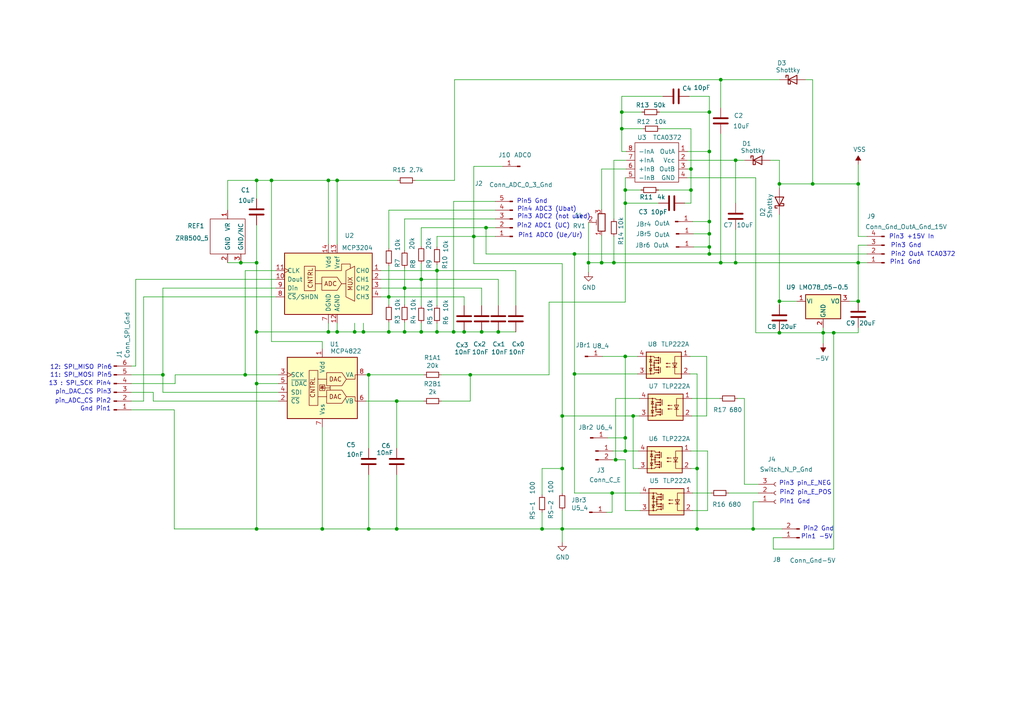
<source format=kicad_sch>
(kicad_sch (version 20211123) (generator eeschema)

  (uuid c5fed240-0994-4fd5-a91e-e68effcd6757)

  (paper "A4")

  (lib_symbols
    (symbol "Analog_ADC:MCP3204" (pin_names (offset 0.762)) (in_bom yes) (on_board yes)
      (property "Reference" "U" (id 0) (at -5.08 10.795 0)
        (effects (font (size 1.27 1.27)) (justify right))
      )
      (property "Value" "MCP3204" (id 1) (at -5.08 8.89 0)
        (effects (font (size 1.27 1.27)) (justify right))
      )
      (property "Footprint" "" (id 2) (at 22.86 -7.62 0)
        (effects (font (size 1.27 1.27)) hide)
      )
      (property "Datasheet" "http://ww1.microchip.com/downloads/en/DeviceDoc/21298c.pdf" (id 3) (at 22.86 -7.62 0)
        (effects (font (size 1.27 1.27)) hide)
      )
      (property "ki_keywords" "12bit ADC Reference Single Supply SPI 4ch" (id 4) (at 0 0 0)
        (effects (font (size 1.27 1.27)) hide)
      )
      (property "ki_description" "A/D Converter, 12-Bit, 4-Channel, SPI Interface, 2.7V-5.5V" (id 5) (at 0 0 0)
        (effects (font (size 1.27 1.27)) hide)
      )
      (property "ki_fp_filters" "SOIC*3.9x8.7mm*P1.27mm* DIP*W7.62mm* TSSOP*4.4x5mm*P0.65mm*" (id 6) (at 0 0 0)
        (effects (font (size 1.27 1.27)) hide)
      )
      (symbol "MCP3204_0_0"
        (text "ADC" (at -0.635 -1.27 0)
          (effects (font (size 1.27 1.27)))
        )
        (text "CNTRL" (at 5.969 -2.667 900)
          (effects (font (size 1.27 1.27)) (justify left bottom))
        )
        (text "MUX" (at -6.35 -1.27 900)
          (effects (font (size 1.27 1.27)))
        )
      )
      (symbol "MCP3204_0_1"
        (polyline
          (pts
            (xy -5.08 -1.27)
            (xy -3.81 -1.27)
          )
          (stroke (width 0) (type default) (color 0 0 0 0))
          (fill (type none))
        )
        (polyline
          (pts
            (xy 1.905 -1.27)
            (xy 3.81 -1.27)
          )
          (stroke (width 0) (type default) (color 0 0 0 0))
          (fill (type none))
        )
        (polyline
          (pts
            (xy -7.62 3.81)
            (xy -7.62 -6.35)
            (xy -5.08 -5.08)
            (xy -5.08 2.54)
            (xy -7.62 3.81)
          )
          (stroke (width 0) (type default) (color 0 0 0 0))
          (fill (type none))
        )
        (polyline
          (pts
            (xy 3.81 2.54)
            (xy -3.81 2.54)
            (xy -3.81 4.445)
            (xy -6.35 4.445)
            (xy -6.35 3.175)
          )
          (stroke (width 0) (type default) (color 0 0 0 0))
          (fill (type none))
        )
        (polyline
          (pts
            (xy -3.81 -1.27)
            (xy -2.54 0.635)
            (xy 1.905 0.635)
            (xy 1.905 -3.175)
            (xy -2.54 -3.175)
            (xy -3.81 -1.27)
          )
          (stroke (width 0) (type default) (color 0 0 0 0))
          (fill (type none))
        )
        (rectangle (start 3.81 -3.302) (end 6.985 3.81)
          (stroke (width 0) (type default) (color 0 0 0 0))
          (fill (type none))
        )
        (rectangle (start 12.7 7.62) (end -12.7 -10.16)
          (stroke (width 0.254) (type default) (color 0 0 0 0))
          (fill (type background))
        )
      )
      (symbol "MCP3204_1_1"
        (pin input line (at -15.24 2.54 0) (length 2.54)
          (name "CH0" (effects (font (size 1.27 1.27))))
          (number "1" (effects (font (size 1.27 1.27))))
        )
        (pin output line (at 15.24 0 180) (length 2.54)
          (name "Dout" (effects (font (size 1.27 1.27))))
          (number "10" (effects (font (size 1.27 1.27))))
        )
        (pin input clock (at 15.24 2.54 180) (length 2.54)
          (name "CLK" (effects (font (size 1.27 1.27))))
          (number "11" (effects (font (size 1.27 1.27))))
        )
        (pin power_in line (at -2.54 -12.7 90) (length 2.54)
          (name "AGND" (effects (font (size 1.27 1.27))))
          (number "12" (effects (font (size 1.27 1.27))))
        )
        (pin power_in line (at -2.54 10.16 270) (length 2.54)
          (name "Vref" (effects (font (size 1.27 1.27))))
          (number "13" (effects (font (size 1.27 1.27))))
        )
        (pin power_in line (at 0 10.16 270) (length 2.54)
          (name "Vdd" (effects (font (size 1.27 1.27))))
          (number "14" (effects (font (size 1.27 1.27))))
        )
        (pin input line (at -15.24 0 0) (length 2.54)
          (name "CH1" (effects (font (size 1.27 1.27))))
          (number "2" (effects (font (size 1.27 1.27))))
        )
        (pin input line (at -15.24 -2.54 0) (length 2.54)
          (name "CH2" (effects (font (size 1.27 1.27))))
          (number "3" (effects (font (size 1.27 1.27))))
        )
        (pin input line (at -15.24 -5.08 0) (length 2.54)
          (name "CH3" (effects (font (size 1.27 1.27))))
          (number "4" (effects (font (size 1.27 1.27))))
        )
        (pin no_connect line (at -10.16 -12.7 90) (length 2.54) hide
          (name "NC" (effects (font (size 1.27 1.27))))
          (number "5" (effects (font (size 1.27 1.27))))
        )
        (pin no_connect line (at -7.62 -12.7 90) (length 2.54) hide
          (name "NC" (effects (font (size 1.27 1.27))))
          (number "6" (effects (font (size 1.27 1.27))))
        )
        (pin power_in line (at 0 -12.7 90) (length 2.54)
          (name "DGND" (effects (font (size 1.27 1.27))))
          (number "7" (effects (font (size 1.27 1.27))))
        )
        (pin input line (at 15.24 -5.08 180) (length 2.54)
          (name "~{CS}/SHDN" (effects (font (size 1.27 1.27))))
          (number "8" (effects (font (size 1.27 1.27))))
        )
        (pin input line (at 15.24 -2.54 180) (length 2.54)
          (name "Din" (effects (font (size 1.27 1.27))))
          (number "9" (effects (font (size 1.27 1.27))))
        )
      )
    )
    (symbol "Analog_DAC:MCP4822" (pin_names (offset 1.016)) (in_bom yes) (on_board yes)
      (property "Reference" "U" (id 0) (at -2.54 10.795 0)
        (effects (font (size 1.27 1.27)) (justify right))
      )
      (property "Value" "MCP4822" (id 1) (at -2.54 8.89 0)
        (effects (font (size 1.27 1.27)) (justify right))
      )
      (property "Footprint" "" (id 2) (at 20.32 -7.62 0)
        (effects (font (size 1.27 1.27)) hide)
      )
      (property "Datasheet" "http://ww1.microchip.com/downloads/en/DeviceDoc/20002249B.pdf" (id 3) (at 20.32 -7.62 0)
        (effects (font (size 1.27 1.27)) hide)
      )
      (property "ki_keywords" "12-Bit DAC SPI Reference 2ch" (id 4) (at 0 0 0)
        (effects (font (size 1.27 1.27)) hide)
      )
      (property "ki_description" "2-Channel 12-Bit D/A Converters with SPI Interface and Internal Reference (2.048V)" (id 5) (at 0 0 0)
        (effects (font (size 1.27 1.27)) hide)
      )
      (property "ki_fp_filters" "DIP*W7.62mm* SOIC*3.9x4.9mm*P1.27mm* MSOP*3x3mm*P0.65mm*" (id 6) (at 0 0 0)
        (effects (font (size 1.27 1.27)) hide)
      )
      (symbol "MCP4822_0_0"
        (polyline
          (pts
            (xy 0 -1.778)
            (xy 0 -0.635)
          )
          (stroke (width 0) (type default) (color 0 0 0 0))
          (fill (type none))
        )
        (polyline
          (pts
            (xy 0.381 -0.889)
            (xy 0.508 -0.762)
          )
          (stroke (width 0) (type default) (color 0 0 0 0))
          (fill (type none))
        )
        (polyline
          (pts
            (xy 2.286 -1.143)
            (xy 2.286 -1.905)
          )
          (stroke (width 0) (type default) (color 0 0 0 0))
          (fill (type none))
        )
        (polyline
          (pts
            (xy 0.381 -0.889)
            (xy -0.381 -0.889)
            (xy -0.508 -1.016)
          )
          (stroke (width 0) (type default) (color 0 0 0 0))
          (fill (type none))
        )
        (polyline
          (pts
            (xy 0.762 -1.27)
            (xy 2.286 -1.27)
            (xy 2.286 -0.762)
          )
          (stroke (width 0) (type default) (color 0 0 0 0))
          (fill (type none))
        )
        (polyline
          (pts
            (xy 0 -0.889)
            (xy 0.508 -1.397)
            (xy -0.508 -1.397)
            (xy 0 -0.889)
          )
          (stroke (width 0) (type default) (color 0 0 0 0))
          (fill (type none))
        )
        (polyline
          (pts
            (xy 6.985 -3.81)
            (xy 9.525 -3.81)
            (xy 9.525 -5.08)
            (xy 10.16 -5.08)
          )
          (stroke (width 0) (type default) (color 0 0 0 0))
          (fill (type none))
        )
        (polyline
          (pts
            (xy 6.985 1.27)
            (xy 9.525 1.27)
            (xy 9.525 2.54)
            (xy 10.16 2.54)
          )
          (stroke (width 0) (type default) (color 0 0 0 0))
          (fill (type none))
        )
        (rectangle (start 0.762 -0.381) (end -0.762 -2.032)
          (stroke (width 0) (type default) (color 0 0 0 0))
          (fill (type none))
        )
        (text "CNTRL" (at -2.032 -4.191 900)
          (effects (font (size 1.27 1.27)) (justify left bottom))
        )
        (text "DAC" (at 3.81 -3.81 0)
          (effects (font (size 1.27 1.27)))
        )
        (text "DAC" (at 3.81 1.27 0)
          (effects (font (size 1.27 1.27)))
        )
      )
      (symbol "MCP4822_0_1"
        (rectangle (start -10.16 7.62) (end 10.16 -10.16)
          (stroke (width 0.254) (type default) (color 0 0 0 0))
          (fill (type background))
        )
        (rectangle (start -1.27 -6.35) (end -3.81 3.81)
          (stroke (width 0) (type default) (color 0 0 0 0))
          (fill (type none))
        )
        (polyline
          (pts
            (xy 1.27 -3.81)
            (xy -1.27 -3.81)
          )
          (stroke (width 0) (type default) (color 0 0 0 0))
          (fill (type none))
        )
        (polyline
          (pts
            (xy 1.27 1.27)
            (xy -1.27 1.27)
          )
          (stroke (width 0) (type default) (color 0 0 0 0))
          (fill (type none))
        )
        (polyline
          (pts
            (xy 6.985 -3.81)
            (xy 5.715 -1.905)
            (xy 1.27 -1.905)
            (xy 1.27 -5.715)
            (xy 5.715 -5.715)
            (xy 6.985 -3.81)
          )
          (stroke (width 0) (type default) (color 0 0 0 0))
          (fill (type none))
        )
        (polyline
          (pts
            (xy 6.985 1.27)
            (xy 5.715 3.175)
            (xy 1.27 3.175)
            (xy 1.27 -0.635)
            (xy 5.715 -0.635)
            (xy 6.985 1.27)
          )
          (stroke (width 0) (type default) (color 0 0 0 0))
          (fill (type none))
        )
      )
      (symbol "MCP4822_1_1"
        (pin power_in line (at 0 10.16 270) (length 2.54)
          (name "Vdd" (effects (font (size 1.27 1.27))))
          (number "1" (effects (font (size 1.27 1.27))))
        )
        (pin input line (at -12.7 -5.08 0) (length 2.54)
          (name "~{CS}" (effects (font (size 1.27 1.27))))
          (number "2" (effects (font (size 1.27 1.27))))
        )
        (pin input clock (at -12.7 2.54 0) (length 2.54)
          (name "SCK" (effects (font (size 1.27 1.27))))
          (number "3" (effects (font (size 1.27 1.27))))
        )
        (pin input line (at -12.7 -2.54 0) (length 2.54)
          (name "SDI" (effects (font (size 1.27 1.27))))
          (number "4" (effects (font (size 1.27 1.27))))
        )
        (pin input line (at -12.7 0 0) (length 2.54)
          (name "~{LDAC}" (effects (font (size 1.27 1.27))))
          (number "5" (effects (font (size 1.27 1.27))))
        )
        (pin output line (at 12.7 -5.08 180) (length 2.54)
          (name "VB" (effects (font (size 1.27 1.27))))
          (number "6" (effects (font (size 1.27 1.27))))
        )
        (pin power_in line (at 0 -12.7 90) (length 2.54)
          (name "Vss" (effects (font (size 1.27 1.27))))
          (number "7" (effects (font (size 1.27 1.27))))
        )
        (pin output line (at 12.7 2.54 180) (length 2.54)
          (name "VA" (effects (font (size 1.27 1.27))))
          (number "8" (effects (font (size 1.27 1.27))))
        )
      )
    )
    (symbol "Connector:Conn_01x01_Male" (pin_names (offset 1.016) hide) (in_bom yes) (on_board yes)
      (property "Reference" "J" (id 0) (at 0 2.54 0)
        (effects (font (size 1.27 1.27)))
      )
      (property "Value" "Conn_01x01_Male" (id 1) (at 0 -2.54 0)
        (effects (font (size 1.27 1.27)))
      )
      (property "Footprint" "" (id 2) (at 0 0 0)
        (effects (font (size 1.27 1.27)) hide)
      )
      (property "Datasheet" "~" (id 3) (at 0 0 0)
        (effects (font (size 1.27 1.27)) hide)
      )
      (property "ki_keywords" "connector" (id 4) (at 0 0 0)
        (effects (font (size 1.27 1.27)) hide)
      )
      (property "ki_description" "Generic connector, single row, 01x01, script generated (kicad-library-utils/schlib/autogen/connector/)" (id 5) (at 0 0 0)
        (effects (font (size 1.27 1.27)) hide)
      )
      (property "ki_fp_filters" "Connector*:*" (id 6) (at 0 0 0)
        (effects (font (size 1.27 1.27)) hide)
      )
      (symbol "Conn_01x01_Male_1_1"
        (polyline
          (pts
            (xy 1.27 0)
            (xy 0.8636 0)
          )
          (stroke (width 0.1524) (type default) (color 0 0 0 0))
          (fill (type none))
        )
        (rectangle (start 0.8636 0.127) (end 0 -0.127)
          (stroke (width 0.1524) (type default) (color 0 0 0 0))
          (fill (type outline))
        )
        (pin passive line (at 5.08 0 180) (length 3.81)
          (name "Pin_1" (effects (font (size 1.27 1.27))))
          (number "1" (effects (font (size 1.27 1.27))))
        )
      )
    )
    (symbol "Connector:Conn_01x02_Male" (pin_names (offset 1.016) hide) (in_bom yes) (on_board yes)
      (property "Reference" "J" (id 0) (at 0 2.54 0)
        (effects (font (size 1.27 1.27)))
      )
      (property "Value" "Conn_01x02_Male" (id 1) (at 0 -5.08 0)
        (effects (font (size 1.27 1.27)))
      )
      (property "Footprint" "" (id 2) (at 0 0 0)
        (effects (font (size 1.27 1.27)) hide)
      )
      (property "Datasheet" "~" (id 3) (at 0 0 0)
        (effects (font (size 1.27 1.27)) hide)
      )
      (property "ki_keywords" "connector" (id 4) (at 0 0 0)
        (effects (font (size 1.27 1.27)) hide)
      )
      (property "ki_description" "Generic connector, single row, 01x02, script generated (kicad-library-utils/schlib/autogen/connector/)" (id 5) (at 0 0 0)
        (effects (font (size 1.27 1.27)) hide)
      )
      (property "ki_fp_filters" "Connector*:*_1x??_*" (id 6) (at 0 0 0)
        (effects (font (size 1.27 1.27)) hide)
      )
      (symbol "Conn_01x02_Male_1_1"
        (polyline
          (pts
            (xy 1.27 -2.54)
            (xy 0.8636 -2.54)
          )
          (stroke (width 0.1524) (type default) (color 0 0 0 0))
          (fill (type none))
        )
        (polyline
          (pts
            (xy 1.27 0)
            (xy 0.8636 0)
          )
          (stroke (width 0.1524) (type default) (color 0 0 0 0))
          (fill (type none))
        )
        (rectangle (start 0.8636 -2.413) (end 0 -2.667)
          (stroke (width 0.1524) (type default) (color 0 0 0 0))
          (fill (type outline))
        )
        (rectangle (start 0.8636 0.127) (end 0 -0.127)
          (stroke (width 0.1524) (type default) (color 0 0 0 0))
          (fill (type outline))
        )
        (pin passive line (at 5.08 0 180) (length 3.81)
          (name "Pin_1" (effects (font (size 1.27 1.27))))
          (number "1" (effects (font (size 1.27 1.27))))
        )
        (pin passive line (at 5.08 -2.54 180) (length 3.81)
          (name "Pin_2" (effects (font (size 1.27 1.27))))
          (number "2" (effects (font (size 1.27 1.27))))
        )
      )
    )
    (symbol "Connector:Conn_01x03_Female" (pin_names (offset 1.016) hide) (in_bom yes) (on_board yes)
      (property "Reference" "J" (id 0) (at 0 5.08 0)
        (effects (font (size 1.27 1.27)))
      )
      (property "Value" "Conn_01x03_Female" (id 1) (at 0 -5.08 0)
        (effects (font (size 1.27 1.27)))
      )
      (property "Footprint" "" (id 2) (at 0 0 0)
        (effects (font (size 1.27 1.27)) hide)
      )
      (property "Datasheet" "~" (id 3) (at 0 0 0)
        (effects (font (size 1.27 1.27)) hide)
      )
      (property "ki_keywords" "connector" (id 4) (at 0 0 0)
        (effects (font (size 1.27 1.27)) hide)
      )
      (property "ki_description" "Generic connector, single row, 01x03, script generated (kicad-library-utils/schlib/autogen/connector/)" (id 5) (at 0 0 0)
        (effects (font (size 1.27 1.27)) hide)
      )
      (property "ki_fp_filters" "Connector*:*_1x??_*" (id 6) (at 0 0 0)
        (effects (font (size 1.27 1.27)) hide)
      )
      (symbol "Conn_01x03_Female_1_1"
        (arc (start 0 -2.032) (mid -0.508 -2.54) (end 0 -3.048)
          (stroke (width 0.1524) (type default) (color 0 0 0 0))
          (fill (type none))
        )
        (polyline
          (pts
            (xy -1.27 -2.54)
            (xy -0.508 -2.54)
          )
          (stroke (width 0.1524) (type default) (color 0 0 0 0))
          (fill (type none))
        )
        (polyline
          (pts
            (xy -1.27 0)
            (xy -0.508 0)
          )
          (stroke (width 0.1524) (type default) (color 0 0 0 0))
          (fill (type none))
        )
        (polyline
          (pts
            (xy -1.27 2.54)
            (xy -0.508 2.54)
          )
          (stroke (width 0.1524) (type default) (color 0 0 0 0))
          (fill (type none))
        )
        (arc (start 0 0.508) (mid -0.508 0) (end 0 -0.508)
          (stroke (width 0.1524) (type default) (color 0 0 0 0))
          (fill (type none))
        )
        (arc (start 0 3.048) (mid -0.508 2.54) (end 0 2.032)
          (stroke (width 0.1524) (type default) (color 0 0 0 0))
          (fill (type none))
        )
        (pin passive line (at -5.08 2.54 0) (length 3.81)
          (name "Pin_1" (effects (font (size 1.27 1.27))))
          (number "1" (effects (font (size 1.27 1.27))))
        )
        (pin passive line (at -5.08 0 0) (length 3.81)
          (name "Pin_2" (effects (font (size 1.27 1.27))))
          (number "2" (effects (font (size 1.27 1.27))))
        )
        (pin passive line (at -5.08 -2.54 0) (length 3.81)
          (name "Pin_3" (effects (font (size 1.27 1.27))))
          (number "3" (effects (font (size 1.27 1.27))))
        )
      )
    )
    (symbol "Connector:Conn_01x04_Male" (pin_names (offset 1.016) hide) (in_bom yes) (on_board yes)
      (property "Reference" "J" (id 0) (at 0 5.08 0)
        (effects (font (size 1.27 1.27)))
      )
      (property "Value" "Conn_01x04_Male" (id 1) (at 0 -7.62 0)
        (effects (font (size 1.27 1.27)))
      )
      (property "Footprint" "" (id 2) (at 0 0 0)
        (effects (font (size 1.27 1.27)) hide)
      )
      (property "Datasheet" "~" (id 3) (at 0 0 0)
        (effects (font (size 1.27 1.27)) hide)
      )
      (property "ki_keywords" "connector" (id 4) (at 0 0 0)
        (effects (font (size 1.27 1.27)) hide)
      )
      (property "ki_description" "Generic connector, single row, 01x04, script generated (kicad-library-utils/schlib/autogen/connector/)" (id 5) (at 0 0 0)
        (effects (font (size 1.27 1.27)) hide)
      )
      (property "ki_fp_filters" "Connector*:*_1x??_*" (id 6) (at 0 0 0)
        (effects (font (size 1.27 1.27)) hide)
      )
      (symbol "Conn_01x04_Male_1_1"
        (polyline
          (pts
            (xy 1.27 -5.08)
            (xy 0.8636 -5.08)
          )
          (stroke (width 0.1524) (type default) (color 0 0 0 0))
          (fill (type none))
        )
        (polyline
          (pts
            (xy 1.27 -2.54)
            (xy 0.8636 -2.54)
          )
          (stroke (width 0.1524) (type default) (color 0 0 0 0))
          (fill (type none))
        )
        (polyline
          (pts
            (xy 1.27 0)
            (xy 0.8636 0)
          )
          (stroke (width 0.1524) (type default) (color 0 0 0 0))
          (fill (type none))
        )
        (polyline
          (pts
            (xy 1.27 2.54)
            (xy 0.8636 2.54)
          )
          (stroke (width 0.1524) (type default) (color 0 0 0 0))
          (fill (type none))
        )
        (rectangle (start 0.8636 -4.953) (end 0 -5.207)
          (stroke (width 0.1524) (type default) (color 0 0 0 0))
          (fill (type outline))
        )
        (rectangle (start 0.8636 -2.413) (end 0 -2.667)
          (stroke (width 0.1524) (type default) (color 0 0 0 0))
          (fill (type outline))
        )
        (rectangle (start 0.8636 0.127) (end 0 -0.127)
          (stroke (width 0.1524) (type default) (color 0 0 0 0))
          (fill (type outline))
        )
        (rectangle (start 0.8636 2.667) (end 0 2.413)
          (stroke (width 0.1524) (type default) (color 0 0 0 0))
          (fill (type outline))
        )
        (pin passive line (at 5.08 2.54 180) (length 3.81)
          (name "Pin_1" (effects (font (size 1.27 1.27))))
          (number "1" (effects (font (size 1.27 1.27))))
        )
        (pin passive line (at 5.08 0 180) (length 3.81)
          (name "Pin_2" (effects (font (size 1.27 1.27))))
          (number "2" (effects (font (size 1.27 1.27))))
        )
        (pin passive line (at 5.08 -2.54 180) (length 3.81)
          (name "Pin_3" (effects (font (size 1.27 1.27))))
          (number "3" (effects (font (size 1.27 1.27))))
        )
        (pin passive line (at 5.08 -5.08 180) (length 3.81)
          (name "Pin_4" (effects (font (size 1.27 1.27))))
          (number "4" (effects (font (size 1.27 1.27))))
        )
      )
    )
    (symbol "Connector:Conn_01x05_Male" (pin_names (offset 1.016) hide) (in_bom yes) (on_board yes)
      (property "Reference" "J" (id 0) (at 0 7.62 0)
        (effects (font (size 1.27 1.27)))
      )
      (property "Value" "Conn_01x05_Male" (id 1) (at 0 -7.62 0)
        (effects (font (size 1.27 1.27)))
      )
      (property "Footprint" "" (id 2) (at 0 0 0)
        (effects (font (size 1.27 1.27)) hide)
      )
      (property "Datasheet" "~" (id 3) (at 0 0 0)
        (effects (font (size 1.27 1.27)) hide)
      )
      (property "ki_keywords" "connector" (id 4) (at 0 0 0)
        (effects (font (size 1.27 1.27)) hide)
      )
      (property "ki_description" "Generic connector, single row, 01x05, script generated (kicad-library-utils/schlib/autogen/connector/)" (id 5) (at 0 0 0)
        (effects (font (size 1.27 1.27)) hide)
      )
      (property "ki_fp_filters" "Connector*:*_1x??_*" (id 6) (at 0 0 0)
        (effects (font (size 1.27 1.27)) hide)
      )
      (symbol "Conn_01x05_Male_1_1"
        (polyline
          (pts
            (xy 1.27 -5.08)
            (xy 0.8636 -5.08)
          )
          (stroke (width 0.1524) (type default) (color 0 0 0 0))
          (fill (type none))
        )
        (polyline
          (pts
            (xy 1.27 -2.54)
            (xy 0.8636 -2.54)
          )
          (stroke (width 0.1524) (type default) (color 0 0 0 0))
          (fill (type none))
        )
        (polyline
          (pts
            (xy 1.27 0)
            (xy 0.8636 0)
          )
          (stroke (width 0.1524) (type default) (color 0 0 0 0))
          (fill (type none))
        )
        (polyline
          (pts
            (xy 1.27 2.54)
            (xy 0.8636 2.54)
          )
          (stroke (width 0.1524) (type default) (color 0 0 0 0))
          (fill (type none))
        )
        (polyline
          (pts
            (xy 1.27 5.08)
            (xy 0.8636 5.08)
          )
          (stroke (width 0.1524) (type default) (color 0 0 0 0))
          (fill (type none))
        )
        (rectangle (start 0.8636 -4.953) (end 0 -5.207)
          (stroke (width 0.1524) (type default) (color 0 0 0 0))
          (fill (type outline))
        )
        (rectangle (start 0.8636 -2.413) (end 0 -2.667)
          (stroke (width 0.1524) (type default) (color 0 0 0 0))
          (fill (type outline))
        )
        (rectangle (start 0.8636 0.127) (end 0 -0.127)
          (stroke (width 0.1524) (type default) (color 0 0 0 0))
          (fill (type outline))
        )
        (rectangle (start 0.8636 2.667) (end 0 2.413)
          (stroke (width 0.1524) (type default) (color 0 0 0 0))
          (fill (type outline))
        )
        (rectangle (start 0.8636 5.207) (end 0 4.953)
          (stroke (width 0.1524) (type default) (color 0 0 0 0))
          (fill (type outline))
        )
        (pin passive line (at 5.08 5.08 180) (length 3.81)
          (name "Pin_1" (effects (font (size 1.27 1.27))))
          (number "1" (effects (font (size 1.27 1.27))))
        )
        (pin passive line (at 5.08 2.54 180) (length 3.81)
          (name "Pin_2" (effects (font (size 1.27 1.27))))
          (number "2" (effects (font (size 1.27 1.27))))
        )
        (pin passive line (at 5.08 0 180) (length 3.81)
          (name "Pin_3" (effects (font (size 1.27 1.27))))
          (number "3" (effects (font (size 1.27 1.27))))
        )
        (pin passive line (at 5.08 -2.54 180) (length 3.81)
          (name "Pin_4" (effects (font (size 1.27 1.27))))
          (number "4" (effects (font (size 1.27 1.27))))
        )
        (pin passive line (at 5.08 -5.08 180) (length 3.81)
          (name "Pin_5" (effects (font (size 1.27 1.27))))
          (number "5" (effects (font (size 1.27 1.27))))
        )
      )
    )
    (symbol "Connector:Conn_01x06_Male" (pin_names (offset 1.016) hide) (in_bom yes) (on_board yes)
      (property "Reference" "J" (id 0) (at 0 7.62 0)
        (effects (font (size 1.27 1.27)))
      )
      (property "Value" "Conn_01x06_Male" (id 1) (at 0 -10.16 0)
        (effects (font (size 1.27 1.27)))
      )
      (property "Footprint" "" (id 2) (at 0 0 0)
        (effects (font (size 1.27 1.27)) hide)
      )
      (property "Datasheet" "~" (id 3) (at 0 0 0)
        (effects (font (size 1.27 1.27)) hide)
      )
      (property "ki_keywords" "connector" (id 4) (at 0 0 0)
        (effects (font (size 1.27 1.27)) hide)
      )
      (property "ki_description" "Generic connector, single row, 01x06, script generated (kicad-library-utils/schlib/autogen/connector/)" (id 5) (at 0 0 0)
        (effects (font (size 1.27 1.27)) hide)
      )
      (property "ki_fp_filters" "Connector*:*_1x??_*" (id 6) (at 0 0 0)
        (effects (font (size 1.27 1.27)) hide)
      )
      (symbol "Conn_01x06_Male_1_1"
        (polyline
          (pts
            (xy 1.27 -7.62)
            (xy 0.8636 -7.62)
          )
          (stroke (width 0.1524) (type default) (color 0 0 0 0))
          (fill (type none))
        )
        (polyline
          (pts
            (xy 1.27 -5.08)
            (xy 0.8636 -5.08)
          )
          (stroke (width 0.1524) (type default) (color 0 0 0 0))
          (fill (type none))
        )
        (polyline
          (pts
            (xy 1.27 -2.54)
            (xy 0.8636 -2.54)
          )
          (stroke (width 0.1524) (type default) (color 0 0 0 0))
          (fill (type none))
        )
        (polyline
          (pts
            (xy 1.27 0)
            (xy 0.8636 0)
          )
          (stroke (width 0.1524) (type default) (color 0 0 0 0))
          (fill (type none))
        )
        (polyline
          (pts
            (xy 1.27 2.54)
            (xy 0.8636 2.54)
          )
          (stroke (width 0.1524) (type default) (color 0 0 0 0))
          (fill (type none))
        )
        (polyline
          (pts
            (xy 1.27 5.08)
            (xy 0.8636 5.08)
          )
          (stroke (width 0.1524) (type default) (color 0 0 0 0))
          (fill (type none))
        )
        (rectangle (start 0.8636 -7.493) (end 0 -7.747)
          (stroke (width 0.1524) (type default) (color 0 0 0 0))
          (fill (type outline))
        )
        (rectangle (start 0.8636 -4.953) (end 0 -5.207)
          (stroke (width 0.1524) (type default) (color 0 0 0 0))
          (fill (type outline))
        )
        (rectangle (start 0.8636 -2.413) (end 0 -2.667)
          (stroke (width 0.1524) (type default) (color 0 0 0 0))
          (fill (type outline))
        )
        (rectangle (start 0.8636 0.127) (end 0 -0.127)
          (stroke (width 0.1524) (type default) (color 0 0 0 0))
          (fill (type outline))
        )
        (rectangle (start 0.8636 2.667) (end 0 2.413)
          (stroke (width 0.1524) (type default) (color 0 0 0 0))
          (fill (type outline))
        )
        (rectangle (start 0.8636 5.207) (end 0 4.953)
          (stroke (width 0.1524) (type default) (color 0 0 0 0))
          (fill (type outline))
        )
        (pin passive line (at 5.08 5.08 180) (length 3.81)
          (name "Pin_1" (effects (font (size 1.27 1.27))))
          (number "1" (effects (font (size 1.27 1.27))))
        )
        (pin passive line (at 5.08 2.54 180) (length 3.81)
          (name "Pin_2" (effects (font (size 1.27 1.27))))
          (number "2" (effects (font (size 1.27 1.27))))
        )
        (pin passive line (at 5.08 0 180) (length 3.81)
          (name "Pin_3" (effects (font (size 1.27 1.27))))
          (number "3" (effects (font (size 1.27 1.27))))
        )
        (pin passive line (at 5.08 -2.54 180) (length 3.81)
          (name "Pin_4" (effects (font (size 1.27 1.27))))
          (number "4" (effects (font (size 1.27 1.27))))
        )
        (pin passive line (at 5.08 -5.08 180) (length 3.81)
          (name "Pin_5" (effects (font (size 1.27 1.27))))
          (number "5" (effects (font (size 1.27 1.27))))
        )
        (pin passive line (at 5.08 -7.62 180) (length 3.81)
          (name "Pin_6" (effects (font (size 1.27 1.27))))
          (number "6" (effects (font (size 1.27 1.27))))
        )
      )
    )
    (symbol "Device:C" (pin_numbers hide) (pin_names (offset 0.254)) (in_bom yes) (on_board yes)
      (property "Reference" "C" (id 0) (at 0.635 2.54 0)
        (effects (font (size 1.27 1.27)) (justify left))
      )
      (property "Value" "C" (id 1) (at 0.635 -2.54 0)
        (effects (font (size 1.27 1.27)) (justify left))
      )
      (property "Footprint" "" (id 2) (at 0.9652 -3.81 0)
        (effects (font (size 1.27 1.27)) hide)
      )
      (property "Datasheet" "~" (id 3) (at 0 0 0)
        (effects (font (size 1.27 1.27)) hide)
      )
      (property "ki_keywords" "cap capacitor" (id 4) (at 0 0 0)
        (effects (font (size 1.27 1.27)) hide)
      )
      (property "ki_description" "Unpolarized capacitor" (id 5) (at 0 0 0)
        (effects (font (size 1.27 1.27)) hide)
      )
      (property "ki_fp_filters" "C_*" (id 6) (at 0 0 0)
        (effects (font (size 1.27 1.27)) hide)
      )
      (symbol "C_0_1"
        (polyline
          (pts
            (xy -2.032 -0.762)
            (xy 2.032 -0.762)
          )
          (stroke (width 0.508) (type default) (color 0 0 0 0))
          (fill (type none))
        )
        (polyline
          (pts
            (xy -2.032 0.762)
            (xy 2.032 0.762)
          )
          (stroke (width 0.508) (type default) (color 0 0 0 0))
          (fill (type none))
        )
      )
      (symbol "C_1_1"
        (pin passive line (at 0 3.81 270) (length 2.794)
          (name "~" (effects (font (size 1.27 1.27))))
          (number "1" (effects (font (size 1.27 1.27))))
        )
        (pin passive line (at 0 -3.81 90) (length 2.794)
          (name "~" (effects (font (size 1.27 1.27))))
          (number "2" (effects (font (size 1.27 1.27))))
        )
      )
    )
    (symbol "Device:D_Schottky" (pin_numbers hide) (pin_names (offset 1.016) hide) (in_bom yes) (on_board yes)
      (property "Reference" "D" (id 0) (at 0 2.54 0)
        (effects (font (size 1.27 1.27)))
      )
      (property "Value" "D_Schottky" (id 1) (at 0 -2.54 0)
        (effects (font (size 1.27 1.27)))
      )
      (property "Footprint" "" (id 2) (at 0 0 0)
        (effects (font (size 1.27 1.27)) hide)
      )
      (property "Datasheet" "~" (id 3) (at 0 0 0)
        (effects (font (size 1.27 1.27)) hide)
      )
      (property "ki_keywords" "diode Schottky" (id 4) (at 0 0 0)
        (effects (font (size 1.27 1.27)) hide)
      )
      (property "ki_description" "Schottky diode" (id 5) (at 0 0 0)
        (effects (font (size 1.27 1.27)) hide)
      )
      (property "ki_fp_filters" "TO-???* *_Diode_* *SingleDiode* D_*" (id 6) (at 0 0 0)
        (effects (font (size 1.27 1.27)) hide)
      )
      (symbol "D_Schottky_0_1"
        (polyline
          (pts
            (xy 1.27 0)
            (xy -1.27 0)
          )
          (stroke (width 0) (type default) (color 0 0 0 0))
          (fill (type none))
        )
        (polyline
          (pts
            (xy 1.27 1.27)
            (xy 1.27 -1.27)
            (xy -1.27 0)
            (xy 1.27 1.27)
          )
          (stroke (width 0.254) (type default) (color 0 0 0 0))
          (fill (type none))
        )
        (polyline
          (pts
            (xy -1.905 0.635)
            (xy -1.905 1.27)
            (xy -1.27 1.27)
            (xy -1.27 -1.27)
            (xy -0.635 -1.27)
            (xy -0.635 -0.635)
          )
          (stroke (width 0.254) (type default) (color 0 0 0 0))
          (fill (type none))
        )
      )
      (symbol "D_Schottky_1_1"
        (pin passive line (at -3.81 0 0) (length 2.54)
          (name "K" (effects (font (size 1.27 1.27))))
          (number "1" (effects (font (size 1.27 1.27))))
        )
        (pin passive line (at 3.81 0 180) (length 2.54)
          (name "A" (effects (font (size 1.27 1.27))))
          (number "2" (effects (font (size 1.27 1.27))))
        )
      )
    )
    (symbol "Device:R_Small" (pin_numbers hide) (pin_names (offset 0.254) hide) (in_bom yes) (on_board yes)
      (property "Reference" "R" (id 0) (at 0.762 0.508 0)
        (effects (font (size 1.27 1.27)) (justify left))
      )
      (property "Value" "R_Small" (id 1) (at 0.762 -1.016 0)
        (effects (font (size 1.27 1.27)) (justify left))
      )
      (property "Footprint" "" (id 2) (at 0 0 0)
        (effects (font (size 1.27 1.27)) hide)
      )
      (property "Datasheet" "~" (id 3) (at 0 0 0)
        (effects (font (size 1.27 1.27)) hide)
      )
      (property "ki_keywords" "R resistor" (id 4) (at 0 0 0)
        (effects (font (size 1.27 1.27)) hide)
      )
      (property "ki_description" "Resistor, small symbol" (id 5) (at 0 0 0)
        (effects (font (size 1.27 1.27)) hide)
      )
      (property "ki_fp_filters" "R_*" (id 6) (at 0 0 0)
        (effects (font (size 1.27 1.27)) hide)
      )
      (symbol "R_Small_0_1"
        (rectangle (start -0.762 1.778) (end 0.762 -1.778)
          (stroke (width 0.2032) (type default) (color 0 0 0 0))
          (fill (type none))
        )
      )
      (symbol "R_Small_1_1"
        (pin passive line (at 0 2.54 270) (length 0.762)
          (name "~" (effects (font (size 1.27 1.27))))
          (number "1" (effects (font (size 1.27 1.27))))
        )
        (pin passive line (at 0 -2.54 90) (length 0.762)
          (name "~" (effects (font (size 1.27 1.27))))
          (number "2" (effects (font (size 1.27 1.27))))
        )
      )
    )
    (symbol "PolSwitch_4-rescue:R_POT_TRIM-Device" (pin_names (offset 1.016) hide) (in_bom yes) (on_board yes)
      (property "Reference" "RV" (id 0) (at -4.445 0 90)
        (effects (font (size 1.27 1.27)))
      )
      (property "Value" "R_POT_TRIM-Device" (id 1) (at -2.54 0 90)
        (effects (font (size 1.27 1.27)))
      )
      (property "Footprint" "" (id 2) (at 0 0 0)
        (effects (font (size 1.27 1.27)) hide)
      )
      (property "Datasheet" "" (id 3) (at 0 0 0)
        (effects (font (size 1.27 1.27)) hide)
      )
      (property "ki_fp_filters" "Potentiometer*" (id 4) (at 0 0 0)
        (effects (font (size 1.27 1.27)) hide)
      )
      (symbol "R_POT_TRIM-Device_0_1"
        (polyline
          (pts
            (xy 1.524 0.762)
            (xy 1.524 -0.762)
          )
          (stroke (width 0) (type default) (color 0 0 0 0))
          (fill (type none))
        )
        (polyline
          (pts
            (xy 2.54 0)
            (xy 1.524 0)
          )
          (stroke (width 0) (type default) (color 0 0 0 0))
          (fill (type none))
        )
        (rectangle (start 1.016 2.54) (end -1.016 -2.54)
          (stroke (width 0.254) (type default) (color 0 0 0 0))
          (fill (type none))
        )
      )
      (symbol "R_POT_TRIM-Device_1_1"
        (pin passive line (at 0 3.81 270) (length 1.27)
          (name "1" (effects (font (size 1.27 1.27))))
          (number "1" (effects (font (size 1.27 1.27))))
        )
        (pin passive line (at 3.81 0 180) (length 1.27)
          (name "2" (effects (font (size 1.27 1.27))))
          (number "2" (effects (font (size 1.27 1.27))))
        )
        (pin passive line (at 0 -3.81 90) (length 1.27)
          (name "3" (effects (font (size 1.27 1.27))))
          (number "3" (effects (font (size 1.27 1.27))))
        )
      )
    )
    (symbol "PolSwitch_4-rescue:TCA0372-kalle" (pin_names (offset 1.016)) (in_bom yes) (on_board yes)
      (property "Reference" "U" (id 0) (at -1.27 3.81 0)
        (effects (font (size 1.27 1.27)))
      )
      (property "Value" "TCA0372-kalle" (id 1) (at -1.27 1.27 0)
        (effects (font (size 1.27 1.27)))
      )
      (property "Footprint" "" (id 2) (at -1.27 3.81 0)
        (effects (font (size 1.27 1.27)) hide)
      )
      (property "Datasheet" "" (id 3) (at -1.27 3.81 0)
        (effects (font (size 1.27 1.27)) hide)
      )
      (symbol "TCA0372-kalle_0_1"
        (rectangle (start 5.08 0) (end -7.62 -11.43)
          (stroke (width 0) (type default) (color 0 0 0 0))
          (fill (type none))
        )
      )
      (symbol "TCA0372-kalle_1_1"
        (pin output line (at 7.62 -2.54 180) (length 2.54)
          (name "OutA" (effects (font (size 1.27 1.27))))
          (number "1" (effects (font (size 1.27 1.27))))
        )
        (pin input line (at 7.62 -5.08 180) (length 2.54)
          (name "Vcc" (effects (font (size 1.27 1.27))))
          (number "2" (effects (font (size 1.27 1.27))))
        )
        (pin output line (at 7.62 -7.62 180) (length 2.54)
          (name "OutB" (effects (font (size 1.27 1.27))))
          (number "3" (effects (font (size 1.27 1.27))))
        )
        (pin output line (at 7.62 -10.16 180) (length 2.54)
          (name "GND" (effects (font (size 1.27 1.27))))
          (number "4" (effects (font (size 1.27 1.27))))
        )
        (pin input line (at -10.16 -10.16 0) (length 2.54)
          (name "-InB" (effects (font (size 1.27 1.27))))
          (number "5" (effects (font (size 1.27 1.27))))
        )
        (pin input line (at -10.16 -7.62 0) (length 2.54)
          (name "+InB" (effects (font (size 1.27 1.27))))
          (number "6" (effects (font (size 1.27 1.27))))
        )
        (pin input line (at -10.16 -5.08 0) (length 2.54)
          (name "+InA" (effects (font (size 1.27 1.27))))
          (number "7" (effects (font (size 1.27 1.27))))
        )
        (pin input line (at -10.16 -2.54 0) (length 2.54)
          (name "-InA" (effects (font (size 1.27 1.27))))
          (number "8" (effects (font (size 1.27 1.27))))
        )
      )
    )
    (symbol "PolSwitch_4-rescue:ZRB500_5-kalle" (pin_names (offset 1.016)) (in_bom yes) (on_board yes)
      (property "Reference" "U" (id 0) (at 0 1.27 0)
        (effects (font (size 1.27 1.27)))
      )
      (property "Value" "ZRB500_5-kalle" (id 1) (at 1.27 -1.27 0)
        (effects (font (size 1.27 1.27)))
      )
      (property "Footprint" "Package_TO_SOT_SMD:SOT-23" (id 2) (at 8.89 -25.4 0)
        (effects (font (size 1.27 1.27)) hide)
      )
      (property "Datasheet" "" (id 3) (at 0 1.27 0)
        (effects (font (size 1.27 1.27)) hide)
      )
      (symbol "ZRB500_5-kalle_0_1"
        (rectangle (start 2.54 -5.08) (end 12.7 -15.24)
          (stroke (width 0) (type default) (color 0 0 0 0))
          (fill (type none))
        )
        (rectangle (start 12.7 -15.24) (end 12.7 -15.24)
          (stroke (width 0) (type default) (color 0 0 0 0))
          (fill (type none))
        )
      )
      (symbol "ZRB500_5-kalle_1_1"
        (pin input line (at 7.62 -2.54 270) (length 2.54)
          (name "VR" (effects (font (size 1.27 1.27))))
          (number "1" (effects (font (size 1.27 1.27))))
        )
        (pin output line (at 7.62 -17.78 90) (length 2.54)
          (name "GND" (effects (font (size 1.27 1.27))))
          (number "2" (effects (font (size 1.27 1.27))))
        )
        (pin output line (at 11.43 -17.78 90) (length 2.54)
          (name "GND/NC" (effects (font (size 1.27 1.27))))
          (number "3" (effects (font (size 1.27 1.27))))
        )
      )
    )
    (symbol "Regulator_Linear:LM78M05_TO220" (pin_names (offset 0.254)) (in_bom yes) (on_board yes)
      (property "Reference" "U" (id 0) (at -3.81 3.175 0)
        (effects (font (size 1.27 1.27)))
      )
      (property "Value" "LM78M05_TO220" (id 1) (at 0 3.175 0)
        (effects (font (size 1.27 1.27)) (justify left))
      )
      (property "Footprint" "Package_TO_SOT_THT:TO-220-3_Vertical" (id 2) (at 0 5.715 0)
        (effects (font (size 1.27 1.27) italic) hide)
      )
      (property "Datasheet" "https://www.onsemi.com/pub/Collateral/MC78M00-D.PDF" (id 3) (at 0 -1.27 0)
        (effects (font (size 1.27 1.27)) hide)
      )
      (property "ki_keywords" "Voltage Regulator 500mA Positive" (id 4) (at 0 0 0)
        (effects (font (size 1.27 1.27)) hide)
      )
      (property "ki_description" "Positive 500mA 35V Linear Regulator, Fixed Output 5V, TO-220" (id 5) (at 0 0 0)
        (effects (font (size 1.27 1.27)) hide)
      )
      (property "ki_fp_filters" "TO?220*" (id 6) (at 0 0 0)
        (effects (font (size 1.27 1.27)) hide)
      )
      (symbol "LM78M05_TO220_0_1"
        (rectangle (start -5.08 1.905) (end 5.08 -5.08)
          (stroke (width 0.254) (type default) (color 0 0 0 0))
          (fill (type background))
        )
      )
      (symbol "LM78M05_TO220_1_1"
        (pin power_in line (at -7.62 0 0) (length 2.54)
          (name "VI" (effects (font (size 1.27 1.27))))
          (number "1" (effects (font (size 1.27 1.27))))
        )
        (pin power_in line (at 0 -7.62 90) (length 2.54)
          (name "GND" (effects (font (size 1.27 1.27))))
          (number "2" (effects (font (size 1.27 1.27))))
        )
        (pin power_out line (at 7.62 0 180) (length 2.54)
          (name "VO" (effects (font (size 1.27 1.27))))
          (number "3" (effects (font (size 1.27 1.27))))
        )
      )
    )
    (symbol "Relay_SolidState:TLP222A" (in_bom yes) (on_board yes)
      (property "Reference" "U" (id 0) (at -5.08 5.08 0)
        (effects (font (size 1.27 1.27)) (justify left))
      )
      (property "Value" "TLP222A" (id 1) (at 0 5.08 0)
        (effects (font (size 1.27 1.27)) (justify left))
      )
      (property "Footprint" "Package_DIP:DIP-4_W7.62mm" (id 2) (at -5.08 -5.08 0)
        (effects (font (size 1.27 1.27) italic) (justify left) hide)
      )
      (property "Datasheet" "https://toshiba.semicon-storage.com/info/docget.jsp?did=17036&prodName=TLP222A" (id 3) (at 0 0 0)
        (effects (font (size 1.27 1.27)) (justify left) hide)
      )
      (property "ki_keywords" "MOSFET Output Photorelay 1-Form-A" (id 4) (at 0 0 0)
        (effects (font (size 1.27 1.27)) hide)
      )
      (property "ki_description" "MOSFET Photorelay 1-Form-A, Voff 60V, Ion 0,5A, DIP4" (id 5) (at 0 0 0)
        (effects (font (size 1.27 1.27)) hide)
      )
      (property "ki_fp_filters" "DIP*W7.62mm*" (id 6) (at 0 0 0)
        (effects (font (size 1.27 1.27)) hide)
      )
      (symbol "TLP222A_0_1"
        (rectangle (start -5.08 3.81) (end 5.08 -3.81)
          (stroke (width 0.254) (type default) (color 0 0 0 0))
          (fill (type background))
        )
        (polyline
          (pts
            (xy -3.81 -0.635)
            (xy -2.54 -0.635)
          )
          (stroke (width 0) (type default) (color 0 0 0 0))
          (fill (type none))
        )
        (polyline
          (pts
            (xy 1.016 -0.635)
            (xy 1.016 -2.159)
          )
          (stroke (width 0.2032) (type default) (color 0 0 0 0))
          (fill (type none))
        )
        (polyline
          (pts
            (xy 1.016 2.159)
            (xy 1.016 0.635)
          )
          (stroke (width 0.2032) (type default) (color 0 0 0 0))
          (fill (type none))
        )
        (polyline
          (pts
            (xy 1.524 -0.508)
            (xy 1.524 -0.762)
          )
          (stroke (width 0.3556) (type default) (color 0 0 0 0))
          (fill (type none))
        )
        (polyline
          (pts
            (xy 2.794 0)
            (xy 3.81 0)
          )
          (stroke (width 0) (type default) (color 0 0 0 0))
          (fill (type none))
        )
        (polyline
          (pts
            (xy 3.429 -1.651)
            (xy 4.191 -1.651)
          )
          (stroke (width 0) (type default) (color 0 0 0 0))
          (fill (type none))
        )
        (polyline
          (pts
            (xy 3.429 1.651)
            (xy 4.191 1.651)
          )
          (stroke (width 0) (type default) (color 0 0 0 0))
          (fill (type none))
        )
        (polyline
          (pts
            (xy 3.81 -2.54)
            (xy 3.81 2.54)
          )
          (stroke (width 0) (type default) (color 0 0 0 0))
          (fill (type none))
        )
        (polyline
          (pts
            (xy 1.524 -2.032)
            (xy 1.524 -2.286)
            (xy 1.524 -2.286)
          )
          (stroke (width 0.3556) (type default) (color 0 0 0 0))
          (fill (type none))
        )
        (polyline
          (pts
            (xy 1.524 -1.27)
            (xy 1.524 -1.524)
            (xy 1.524 -1.524)
          )
          (stroke (width 0.3556) (type default) (color 0 0 0 0))
          (fill (type none))
        )
        (polyline
          (pts
            (xy 1.524 0.762)
            (xy 1.524 0.508)
            (xy 1.524 0.508)
          )
          (stroke (width 0.3556) (type default) (color 0 0 0 0))
          (fill (type none))
        )
        (polyline
          (pts
            (xy 1.524 1.524)
            (xy 1.524 1.27)
            (xy 1.524 1.27)
          )
          (stroke (width 0.3556) (type default) (color 0 0 0 0))
          (fill (type none))
        )
        (polyline
          (pts
            (xy 1.524 2.286)
            (xy 1.524 2.032)
            (xy 1.524 2.032)
          )
          (stroke (width 0.3556) (type default) (color 0 0 0 0))
          (fill (type none))
        )
        (polyline
          (pts
            (xy 1.651 -1.397)
            (xy 2.794 -1.397)
            (xy 2.794 -0.635)
          )
          (stroke (width 0) (type default) (color 0 0 0 0))
          (fill (type none))
        )
        (polyline
          (pts
            (xy 1.651 1.397)
            (xy 2.794 1.397)
            (xy 2.794 0.635)
          )
          (stroke (width 0) (type default) (color 0 0 0 0))
          (fill (type none))
        )
        (polyline
          (pts
            (xy -5.08 2.54)
            (xy -3.175 2.54)
            (xy -3.175 -2.54)
            (xy -5.08 -2.54)
          )
          (stroke (width 0) (type default) (color 0 0 0 0))
          (fill (type none))
        )
        (polyline
          (pts
            (xy -3.175 -0.635)
            (xy -3.81 0.635)
            (xy -2.54 0.635)
            (xy -3.175 -0.635)
          )
          (stroke (width 0) (type default) (color 0 0 0 0))
          (fill (type none))
        )
        (polyline
          (pts
            (xy 1.651 -2.159)
            (xy 2.794 -2.159)
            (xy 2.794 -2.54)
            (xy 5.08 -2.54)
          )
          (stroke (width 0) (type default) (color 0 0 0 0))
          (fill (type none))
        )
        (polyline
          (pts
            (xy 1.651 -0.635)
            (xy 2.794 -0.635)
            (xy 2.794 0.635)
            (xy 1.651 0.635)
          )
          (stroke (width 0) (type default) (color 0 0 0 0))
          (fill (type none))
        )
        (polyline
          (pts
            (xy 1.651 2.159)
            (xy 2.794 2.159)
            (xy 2.794 2.54)
            (xy 5.08 2.54)
          )
          (stroke (width 0) (type default) (color 0 0 0 0))
          (fill (type none))
        )
        (polyline
          (pts
            (xy 1.778 -1.397)
            (xy 2.286 -1.27)
            (xy 2.286 -1.524)
            (xy 1.778 -1.397)
          )
          (stroke (width 0) (type default) (color 0 0 0 0))
          (fill (type none))
        )
        (polyline
          (pts
            (xy 1.778 1.397)
            (xy 2.286 1.524)
            (xy 2.286 1.27)
            (xy 1.778 1.397)
          )
          (stroke (width 0) (type default) (color 0 0 0 0))
          (fill (type none))
        )
        (polyline
          (pts
            (xy 3.81 -1.651)
            (xy 3.429 -0.889)
            (xy 4.191 -0.889)
            (xy 3.81 -1.651)
          )
          (stroke (width 0) (type default) (color 0 0 0 0))
          (fill (type none))
        )
        (polyline
          (pts
            (xy 3.81 1.651)
            (xy 3.429 0.889)
            (xy 4.191 0.889)
            (xy 3.81 1.651)
          )
          (stroke (width 0) (type default) (color 0 0 0 0))
          (fill (type none))
        )
        (polyline
          (pts
            (xy -1.905 -0.508)
            (xy -0.635 -0.508)
            (xy -1.016 -0.635)
            (xy -1.016 -0.381)
            (xy -0.635 -0.508)
          )
          (stroke (width 0) (type default) (color 0 0 0 0))
          (fill (type none))
        )
        (polyline
          (pts
            (xy -1.905 0.508)
            (xy -0.635 0.508)
            (xy -1.016 0.381)
            (xy -1.016 0.635)
            (xy -0.635 0.508)
          )
          (stroke (width 0) (type default) (color 0 0 0 0))
          (fill (type none))
        )
        (circle (center 2.794 -0.635) (radius 0.127)
          (stroke (width 0) (type default) (color 0 0 0 0))
          (fill (type none))
        )
        (circle (center 2.794 0) (radius 0.127)
          (stroke (width 0) (type default) (color 0 0 0 0))
          (fill (type none))
        )
        (circle (center 2.794 0.635) (radius 0.127)
          (stroke (width 0) (type default) (color 0 0 0 0))
          (fill (type none))
        )
        (circle (center 3.81 -2.54) (radius 0.127)
          (stroke (width 0) (type default) (color 0 0 0 0))
          (fill (type none))
        )
        (circle (center 3.81 0) (radius 0.127)
          (stroke (width 0) (type default) (color 0 0 0 0))
          (fill (type none))
        )
        (circle (center 3.81 2.54) (radius 0.127)
          (stroke (width 0) (type default) (color 0 0 0 0))
          (fill (type none))
        )
      )
      (symbol "TLP222A_1_1"
        (pin passive line (at -7.62 2.54 0) (length 2.54)
          (name "~" (effects (font (size 1.27 1.27))))
          (number "1" (effects (font (size 1.27 1.27))))
        )
        (pin passive line (at -7.62 -2.54 0) (length 2.54)
          (name "~" (effects (font (size 1.27 1.27))))
          (number "2" (effects (font (size 1.27 1.27))))
        )
        (pin passive line (at 7.62 -2.54 180) (length 2.54)
          (name "~" (effects (font (size 1.27 1.27))))
          (number "3" (effects (font (size 1.27 1.27))))
        )
        (pin passive line (at 7.62 2.54 180) (length 2.54)
          (name "~" (effects (font (size 1.27 1.27))))
          (number "4" (effects (font (size 1.27 1.27))))
        )
      )
    )
    (symbol "power:-5V" (power) (pin_names (offset 0)) (in_bom yes) (on_board yes)
      (property "Reference" "#PWR" (id 0) (at 0 2.54 0)
        (effects (font (size 1.27 1.27)) hide)
      )
      (property "Value" "-5V" (id 1) (at 0 3.81 0)
        (effects (font (size 1.27 1.27)))
      )
      (property "Footprint" "" (id 2) (at 0 0 0)
        (effects (font (size 1.27 1.27)) hide)
      )
      (property "Datasheet" "" (id 3) (at 0 0 0)
        (effects (font (size 1.27 1.27)) hide)
      )
      (property "ki_keywords" "global power" (id 4) (at 0 0 0)
        (effects (font (size 1.27 1.27)) hide)
      )
      (property "ki_description" "Power symbol creates a global label with name \"-5V\"" (id 5) (at 0 0 0)
        (effects (font (size 1.27 1.27)) hide)
      )
      (symbol "-5V_0_0"
        (pin power_in line (at 0 0 90) (length 0) hide
          (name "-5V" (effects (font (size 1.27 1.27))))
          (number "1" (effects (font (size 1.27 1.27))))
        )
      )
      (symbol "-5V_0_1"
        (polyline
          (pts
            (xy 0 0)
            (xy 0 1.27)
            (xy 0.762 1.27)
            (xy 0 2.54)
            (xy -0.762 1.27)
            (xy 0 1.27)
          )
          (stroke (width 0) (type default) (color 0 0 0 0))
          (fill (type outline))
        )
      )
    )
    (symbol "power:GND" (power) (pin_names (offset 0)) (in_bom yes) (on_board yes)
      (property "Reference" "#PWR" (id 0) (at 0 -6.35 0)
        (effects (font (size 1.27 1.27)) hide)
      )
      (property "Value" "GND" (id 1) (at 0 -3.81 0)
        (effects (font (size 1.27 1.27)))
      )
      (property "Footprint" "" (id 2) (at 0 0 0)
        (effects (font (size 1.27 1.27)) hide)
      )
      (property "Datasheet" "" (id 3) (at 0 0 0)
        (effects (font (size 1.27 1.27)) hide)
      )
      (property "ki_keywords" "global power" (id 4) (at 0 0 0)
        (effects (font (size 1.27 1.27)) hide)
      )
      (property "ki_description" "Power symbol creates a global label with name \"GND\" , ground" (id 5) (at 0 0 0)
        (effects (font (size 1.27 1.27)) hide)
      )
      (symbol "GND_0_1"
        (polyline
          (pts
            (xy 0 0)
            (xy 0 -1.27)
            (xy 1.27 -1.27)
            (xy 0 -2.54)
            (xy -1.27 -1.27)
            (xy 0 -1.27)
          )
          (stroke (width 0) (type default) (color 0 0 0 0))
          (fill (type none))
        )
      )
      (symbol "GND_1_1"
        (pin power_in line (at 0 0 270) (length 0) hide
          (name "GND" (effects (font (size 1.27 1.27))))
          (number "1" (effects (font (size 1.27 1.27))))
        )
      )
    )
    (symbol "power:VSS" (power) (pin_names (offset 0)) (in_bom yes) (on_board yes)
      (property "Reference" "#PWR" (id 0) (at 0 -3.81 0)
        (effects (font (size 1.27 1.27)) hide)
      )
      (property "Value" "VSS" (id 1) (at 0 3.81 0)
        (effects (font (size 1.27 1.27)))
      )
      (property "Footprint" "" (id 2) (at 0 0 0)
        (effects (font (size 1.27 1.27)) hide)
      )
      (property "Datasheet" "" (id 3) (at 0 0 0)
        (effects (font (size 1.27 1.27)) hide)
      )
      (property "ki_keywords" "global power" (id 4) (at 0 0 0)
        (effects (font (size 1.27 1.27)) hide)
      )
      (property "ki_description" "Power symbol creates a global label with name \"VSS\"" (id 5) (at 0 0 0)
        (effects (font (size 1.27 1.27)) hide)
      )
      (symbol "VSS_0_1"
        (polyline
          (pts
            (xy 0 0)
            (xy 0 2.54)
          )
          (stroke (width 0) (type default) (color 0 0 0 0))
          (fill (type none))
        )
        (polyline
          (pts
            (xy 0.762 1.27)
            (xy -0.762 1.27)
            (xy 0 2.54)
            (xy 0.762 1.27)
          )
          (stroke (width 0) (type default) (color 0 0 0 0))
          (fill (type outline))
        )
      )
      (symbol "VSS_1_1"
        (pin power_in line (at 0 0 90) (length 0) hide
          (name "VSS" (effects (font (size 1.27 1.27))))
          (number "1" (effects (font (size 1.27 1.27))))
        )
      )
    )
  )

  (junction (at 226.06 87.376) (diameter 0) (color 0 0 0 0)
    (uuid 024dfcfd-8794-47f5-bba0-91f1d581403e)
  )
  (junction (at 95.25 96.266) (diameter 0) (color 0 0 0 0)
    (uuid 0de7d01c-5db3-49b0-85bd-a7876a5fd3dc)
  )
  (junction (at 241.808 96.52) (diameter 0) (color 0 0 0 0)
    (uuid 0e776b71-fb05-4425-88f4-fd14d80e7fc0)
  )
  (junction (at 69.85 76.2) (diameter 0) (color 0 0 0 0)
    (uuid 0e8a0ba5-2862-49cf-842f-20a6d3462987)
  )
  (junction (at 74.422 111.252) (diameter 0) (color 0 0 0 0)
    (uuid 10494a21-7154-4488-87f8-8339345a8484)
  )
  (junction (at 235.712 53.34) (diameter 0) (color 0 0 0 0)
    (uuid 111aed08-624b-4ab5-97c9-22e0944dd77d)
  )
  (junction (at 97.79 52.324) (diameter 0) (color 0 0 0 0)
    (uuid 128b0708-6548-4ba0-91c3-723a9d961aaf)
  )
  (junction (at 134.62 96.266) (diameter 0) (color 0 0 0 0)
    (uuid 205abbc0-5261-44a5-9948-b91755cc6e6d)
  )
  (junction (at 106.934 108.712) (diameter 0) (color 0 0 0 0)
    (uuid 2416a350-0ada-499d-beeb-87a70a307084)
  )
  (junction (at 226.06 53.34) (diameter 0) (color 0 0 0 0)
    (uuid 25885121-8f9a-44da-a375-f21686a1a64d)
  )
  (junction (at 166.624 108.458) (diameter 0) (color 0 0 0 0)
    (uuid 2a283926-696f-4f36-90fa-4a68bb3b1ea1)
  )
  (junction (at 140.97 66.04) (diameter 0) (color 0 0 0 0)
    (uuid 2f57c5b7-c3b6-495a-99a0-6b4d3fa5a887)
  )
  (junction (at 97.79 96.266) (diameter 0) (color 0 0 0 0)
    (uuid 30286ece-42d9-4ef6-a13c-f7b7efe9fb5e)
  )
  (junction (at 115.062 116.332) (diameter 0) (color 0 0 0 0)
    (uuid 36a98174-42ab-4c9f-a69b-d9d22e1db920)
  )
  (junction (at 181.356 127) (diameter 0) (color 0 0 0 0)
    (uuid 3872ebb9-ccdd-4aaf-8cbc-299941ed27ef)
  )
  (junction (at 136.398 108.712) (diameter 0) (color 0 0 0 0)
    (uuid 396acc79-0713-43dc-bea8-771d12ab05aa)
  )
  (junction (at 209.042 76.2) (diameter 0) (color 0 0 0 0)
    (uuid 3c3691d3-7237-4744-a354-d5368895364a)
  )
  (junction (at 163.068 135.89) (diameter 0) (color 0 0 0 0)
    (uuid 3fe60f35-478b-4587-931f-7e3c169ea16a)
  )
  (junction (at 218.44 153.416) (diameter 0) (color 0 0 0 0)
    (uuid 408f0844-d56a-44ca-a5c7-39354c74d118)
  )
  (junction (at 205.74 32.512) (diameter 0) (color 0 0 0 0)
    (uuid 41278111-313d-46f8-af75-72c582f3ae93)
  )
  (junction (at 178.054 76.2) (diameter 0) (color 0 0 0 0)
    (uuid 4392c88b-0ef9-40e9-9adc-3f2dbae3db03)
  )
  (junction (at 144.526 96.266) (diameter 0) (color 0 0 0 0)
    (uuid 4569ebd8-4bf0-4f53-9330-911fa16dffaa)
  )
  (junction (at 126.746 96.266) (diameter 0) (color 0 0 0 0)
    (uuid 4a2e89e2-2886-4342-814d-4d65dba181d8)
  )
  (junction (at 102.87 96.266) (diameter 0) (color 0 0 0 0)
    (uuid 519c3640-88ae-44e5-8185-8a672edbf7f8)
  )
  (junction (at 209.042 23.114) (diameter 0) (color 0 0 0 0)
    (uuid 51b29c06-9733-472a-8277-c4f5c4829fd1)
  )
  (junction (at 180.34 37.338) (diameter 0) (color 0 0 0 0)
    (uuid 54159845-59df-4f80-9fbf-449176267c03)
  )
  (junction (at 181.356 58.928) (diameter 0) (color 0 0 0 0)
    (uuid 549c23e4-843a-4657-81eb-a318d1bba1aa)
  )
  (junction (at 74.422 76.2) (diameter 0) (color 0 0 0 0)
    (uuid 5608fc58-51ec-43d6-83d8-33947f0874e2)
  )
  (junction (at 74.422 52.324) (diameter 0) (color 0 0 0 0)
    (uuid 58c406d3-6824-48d8-8f5f-1608366ca0e9)
  )
  (junction (at 106.934 153.416) (diameter 0) (color 0 0 0 0)
    (uuid 59a82936-518e-4137-995f-c2bab60506fd)
  )
  (junction (at 112.776 86.106) (diameter 0) (color 0 0 0 0)
    (uuid 5fb729f5-b567-429b-81a4-d48cff0ad4da)
  )
  (junction (at 112.776 96.266) (diameter 0) (color 0 0 0 0)
    (uuid 600b1e04-f03c-41c0-8ce0-5231e06df706)
  )
  (junction (at 205.74 71.628) (diameter 0) (color 0 0 0 0)
    (uuid 6486a689-24a4-4b71-b81f-dc1f8e1538c1)
  )
  (junction (at 248.92 53.34) (diameter 0) (color 0 0 0 0)
    (uuid 66a88e84-abe8-4416-a5a3-7c5dad61ca48)
  )
  (junction (at 117.348 96.266) (diameter 0) (color 0 0 0 0)
    (uuid 6772374a-1137-4220-9718-78447b1b1f3b)
  )
  (junction (at 180.34 32.512) (diameter 0) (color 0 0 0 0)
    (uuid 69c68d43-682a-477b-84a9-1567de199536)
  )
  (junction (at 177.546 143.002) (diameter 0) (color 0 0 0 0)
    (uuid 711f1d52-b3ff-45eb-8515-c95d68dc4c61)
  )
  (junction (at 157.226 153.416) (diameter 0) (color 0 0 0 0)
    (uuid 74c2e1ac-e899-4c54-ae98-d010798f8986)
  )
  (junction (at 71.12 108.712) (diameter 0) (color 0 0 0 0)
    (uuid 785c4354-34a2-47a3-88ef-8812befcfd55)
  )
  (junction (at 200.406 49.022) (diameter 0) (color 0 0 0 0)
    (uuid 7893a95f-a1a6-4cf4-a282-4fe25f23c793)
  )
  (junction (at 93.472 153.416) (diameter 0) (color 0 0 0 0)
    (uuid 78f66999-640a-4a23-b2df-d2e789648363)
  )
  (junction (at 163.068 120.65) (diameter 0) (color 0 0 0 0)
    (uuid 7eff000b-56e4-48cc-91df-6c91ca187b10)
  )
  (junction (at 248.92 87.376) (diameter 0) (color 0 0 0 0)
    (uuid 829bd41c-63fc-432e-889f-9b7e067f0841)
  )
  (junction (at 181.356 103.378) (diameter 0) (color 0 0 0 0)
    (uuid 85861054-c61b-4d80-884a-b7f30c3d4390)
  )
  (junction (at 178.562 133.35) (diameter 0) (color 0 0 0 0)
    (uuid 86e0a256-ada3-494d-8039-f9daa31ac254)
  )
  (junction (at 174.498 76.2) (diameter 0) (color 0 0 0 0)
    (uuid 88a1cfa1-65ce-4adc-87b4-acfa4364af20)
  )
  (junction (at 205.74 43.942) (diameter 0) (color 0 0 0 0)
    (uuid 88e7c2a5-d83b-4329-ade5-431f15f9c14f)
  )
  (junction (at 74.422 96.266) (diameter 0) (color 0 0 0 0)
    (uuid 8931c321-38d3-4b65-af7c-f4c8a93486f5)
  )
  (junction (at 122.174 81.026) (diameter 0) (color 0 0 0 0)
    (uuid 8b5fb907-7ab8-4614-9eda-b01174f2f542)
  )
  (junction (at 163.068 153.416) (diameter 0) (color 0 0 0 0)
    (uuid 95a0fd8e-dd4f-4206-8d91-8a2b4a0d6673)
  )
  (junction (at 213.36 46.482) (diameter 0) (color 0 0 0 0)
    (uuid 95ef9946-cfec-441e-ad63-22bd5dd84585)
  )
  (junction (at 205.74 64.262) (diameter 0) (color 0 0 0 0)
    (uuid 9cdd4ff2-7b0c-4706-a8a7-8e48adbb8872)
  )
  (junction (at 95.25 52.324) (diameter 0) (color 0 0 0 0)
    (uuid 9f06f8c0-8594-45a0-a968-f7c4a5fb5d31)
  )
  (junction (at 205.74 73.66) (diameter 0) (color 0 0 0 0)
    (uuid ada99272-508c-4210-9a2d-ebf79a6b9ed6)
  )
  (junction (at 131.572 96.266) (diameter 0) (color 0 0 0 0)
    (uuid bc383cdb-87e3-41e1-aea1-608c8497bb4d)
  )
  (junction (at 202.184 153.416) (diameter 0) (color 0 0 0 0)
    (uuid bd80c3d7-5948-4e2c-a084-0f9f41906385)
  )
  (junction (at 47.244 108.712) (diameter 0) (color 0 0 0 0)
    (uuid c2e865f3-3013-415f-b6fb-e4ec7ed8dc9a)
  )
  (junction (at 117.348 83.566) (diameter 0) (color 0 0 0 0)
    (uuid c531ec6d-2123-480d-8cb3-bc1f16e9fe69)
  )
  (junction (at 183.642 120.65) (diameter 0) (color 0 0 0 0)
    (uuid c6de8477-9756-459e-9669-397d08f2043e)
  )
  (junction (at 181.356 130.81) (diameter 0) (color 0 0 0 0)
    (uuid c6ef14b3-e1ba-4c0e-b3bc-01cc01806169)
  )
  (junction (at 170.688 76.2) (diameter 0) (color 0 0 0 0)
    (uuid cb48ce33-34d0-4d56-b56e-87421a2df55d)
  )
  (junction (at 226.06 96.52) (diameter 0) (color 0 0 0 0)
    (uuid cfc956a6-d8b0-43dc-97ff-678036665f77)
  )
  (junction (at 105.41 96.266) (diameter 0) (color 0 0 0 0)
    (uuid d040034f-04ba-4b9c-9a43-60bd954bc447)
  )
  (junction (at 122.174 96.266) (diameter 0) (color 0 0 0 0)
    (uuid d90b8de7-4dfb-4d70-a814-20c503ce6f52)
  )
  (junction (at 248.92 76.2) (diameter 0) (color 0 0 0 0)
    (uuid dc3a2698-45b3-463d-ac3e-44b04a274ece)
  )
  (junction (at 115.062 153.416) (diameter 0) (color 0 0 0 0)
    (uuid dc906a26-3050-4b77-b931-10a55782f0fb)
  )
  (junction (at 213.36 76.2) (diameter 0) (color 0 0 0 0)
    (uuid de12e88f-6ea9-473f-8c49-c2adb2023332)
  )
  (junction (at 200.406 55.118) (diameter 0) (color 0 0 0 0)
    (uuid dfdc626e-2742-4226-ab2e-e6eb40a0cb6c)
  )
  (junction (at 74.422 153.416) (diameter 0) (color 0 0 0 0)
    (uuid e167cb51-871b-4f31-9c4f-4c467e025aa5)
  )
  (junction (at 126.746 78.486) (diameter 0) (color 0 0 0 0)
    (uuid e27aaec2-e9c2-40b0-a72d-cb4bda9e73aa)
  )
  (junction (at 78.74 52.324) (diameter 0) (color 0 0 0 0)
    (uuid e2a5f672-231a-4495-aea2-7d2738c01210)
  )
  (junction (at 202.184 135.89) (diameter 0) (color 0 0 0 0)
    (uuid e6102dd6-37f2-4d61-adae-617f06771c8d)
  )
  (junction (at 181.356 55.118) (diameter 0) (color 0 0 0 0)
    (uuid edb7c361-7e50-4b07-883c-317166f51c75)
  )
  (junction (at 205.74 67.818) (diameter 0) (color 0 0 0 0)
    (uuid f0bf02cb-1bee-41d8-a9ee-5820e9789552)
  )
  (junction (at 137.414 68.58) (diameter 0) (color 0 0 0 0)
    (uuid f1bae1f9-522b-4da4-b907-63c14fb4a23f)
  )
  (junction (at 139.7 96.266) (diameter 0) (color 0 0 0 0)
    (uuid f79a2ce3-b727-4612-b06e-ee80e59668ad)
  )
  (junction (at 166.624 73.66) (diameter 0) (color 0 0 0 0)
    (uuid fb2a27c1-a1b6-40e8-a303-27287c1948d4)
  )
  (junction (at 238.76 96.52) (diameter 0) (color 0 0 0 0)
    (uuid feb06805-34a5-4bc7-8d4e-8312c673b417)
  )

  (wire (pts (xy 180.34 43.942) (xy 181.61 43.942))
    (stroke (width 0) (type default) (color 0 0 0 0))
    (uuid 013895c1-18bc-4545-acf1-334bfade0cf8)
  )
  (wire (pts (xy 143.637 60.96) (xy 112.776 60.96))
    (stroke (width 0) (type default) (color 0 0 0 0))
    (uuid 025928e7-b31f-47ea-8fed-dc2c025bfc13)
  )
  (wire (pts (xy 78.74 52.324) (xy 78.74 99.06))
    (stroke (width 0) (type default) (color 0 0 0 0))
    (uuid 0261bda6-6140-4579-81ad-2fb0654e267a)
  )
  (wire (pts (xy 122.174 66.04) (xy 122.174 71.374))
    (stroke (width 0) (type default) (color 0 0 0 0))
    (uuid 02c65a7d-62b9-458a-b77f-24448b21e30e)
  )
  (wire (pts (xy 178.562 115.57) (xy 185.42 115.57))
    (stroke (width 0) (type default) (color 0 0 0 0))
    (uuid 03584b4a-ec7f-4241-842e-4bb0cc56674f)
  )
  (wire (pts (xy 47.244 113.792) (xy 80.772 113.792))
    (stroke (width 0) (type default) (color 0 0 0 0))
    (uuid 05c93b42-1acf-4001-9db8-0769e0865f67)
  )
  (wire (pts (xy 209.042 23.114) (xy 226.06 23.114))
    (stroke (width 0) (type default) (color 0 0 0 0))
    (uuid 06f71f9f-b5f3-4158-8f8d-7877f5d2bb37)
  )
  (wire (pts (xy 248.92 71.12) (xy 251.46 71.12))
    (stroke (width 0) (type default) (color 0 0 0 0))
    (uuid 070e82fd-e092-4429-979d-1e0be7d66114)
  )
  (wire (pts (xy 178.562 133.35) (xy 181.356 133.35))
    (stroke (width 0) (type default) (color 0 0 0 0))
    (uuid 0b110268-09ad-46fc-b7d6-84748b7722ec)
  )
  (wire (pts (xy 181.61 49.022) (xy 174.498 49.022))
    (stroke (width 0) (type default) (color 0 0 0 0))
    (uuid 0b646fed-0e99-4fa0-9246-b7e243dd71c6)
  )
  (wire (pts (xy 211.328 143.002) (xy 219.964 143.002))
    (stroke (width 0) (type default) (color 0 0 0 0))
    (uuid 0bef24af-7a2b-4663-9a66-30499be6fd97)
  )
  (wire (pts (xy 201.168 67.818) (xy 205.74 67.818))
    (stroke (width 0) (type default) (color 0 0 0 0))
    (uuid 0c7c5409-d676-4750-ab70-562ba81a510c)
  )
  (wire (pts (xy 163.068 76.454) (xy 163.068 120.65))
    (stroke (width 0) (type default) (color 0 0 0 0))
    (uuid 0cfd3865-4480-40dd-915d-4cbb0c852f0b)
  )
  (wire (pts (xy 248.92 53.34) (xy 248.92 68.58))
    (stroke (width 0) (type default) (color 0 0 0 0))
    (uuid 0d9a6667-2e2b-4a49-81d9-31ebdce86f73)
  )
  (wire (pts (xy 226.06 54.61) (xy 226.06 53.34))
    (stroke (width 0) (type default) (color 0 0 0 0))
    (uuid 0e9c47c1-df87-42f2-8f37-7408ad00cfd8)
  )
  (wire (pts (xy 191.008 58.928) (xy 181.356 58.928))
    (stroke (width 0) (type default) (color 0 0 0 0))
    (uuid 0eb03b92-51d3-471a-a189-d160300f3993)
  )
  (wire (pts (xy 218.44 145.542) (xy 218.44 153.416))
    (stroke (width 0) (type default) (color 0 0 0 0))
    (uuid 0efc7c1b-efd4-4347-9f0a-5c17e7725fd6)
  )
  (wire (pts (xy 180.34 37.338) (xy 186.436 37.338))
    (stroke (width 0) (type default) (color 0 0 0 0))
    (uuid 10141c51-3010-499d-a884-b3921c81276a)
  )
  (wire (pts (xy 115.062 153.416) (xy 106.934 153.416))
    (stroke (width 0) (type default) (color 0 0 0 0))
    (uuid 103333b4-2a95-4850-80d6-88ec2516d0d7)
  )
  (wire (pts (xy 106.172 108.712) (xy 106.934 108.712))
    (stroke (width 0) (type default) (color 0 0 0 0))
    (uuid 12056ae8-c34d-4eca-823e-1db77cd5a1d7)
  )
  (wire (pts (xy 166.624 108.458) (xy 184.912 108.458))
    (stroke (width 0) (type default) (color 0 0 0 0))
    (uuid 121b544e-4e5c-41db-acef-b8cb9116a954)
  )
  (wire (pts (xy 38.1 116.332) (xy 41.656 116.332))
    (stroke (width 0) (type default) (color 0 0 0 0))
    (uuid 13d0ac77-bd11-4e10-aad6-94ba831ee857)
  )
  (wire (pts (xy 66.04 76.2) (xy 69.85 76.2))
    (stroke (width 0) (type default) (color 0 0 0 0))
    (uuid 154ac654-bbb8-4eb2-8eff-d34e2553b69b)
  )
  (wire (pts (xy 157.226 135.89) (xy 163.068 135.89))
    (stroke (width 0) (type default) (color 0 0 0 0))
    (uuid 1919a319-85c2-4ac0-9e9a-3e0c3a4f65a0)
  )
  (wire (pts (xy 174.498 68.326) (xy 174.498 76.2))
    (stroke (width 0) (type default) (color 0 0 0 0))
    (uuid 1a11fd0b-10ac-43b1-bd8b-f8f74c083f8f)
  )
  (wire (pts (xy 235.712 23.114) (xy 235.712 53.34))
    (stroke (width 0) (type default) (color 0 0 0 0))
    (uuid 1a537600-ba4d-4d0c-b717-d688f88f2ac5)
  )
  (wire (pts (xy 47.244 83.566) (xy 80.01 83.566))
    (stroke (width 0) (type default) (color 0 0 0 0))
    (uuid 1afbfd86-54ae-4c76-a344-7945e736787a)
  )
  (wire (pts (xy 199.39 46.482) (xy 213.36 46.482))
    (stroke (width 0) (type default) (color 0 0 0 0))
    (uuid 1e04eeed-edb8-4749-8024-3e06278c3f4a)
  )
  (wire (pts (xy 180.34 37.338) (xy 180.34 43.942))
    (stroke (width 0) (type default) (color 0 0 0 0))
    (uuid 1e7a6009-50e8-44e4-b0d2-d5c346b0e7e8)
  )
  (wire (pts (xy 39.37 81.026) (xy 80.01 81.026))
    (stroke (width 0) (type default) (color 0 0 0 0))
    (uuid 1e813dd8-e097-46b1-8c25-4b3e1f4e22f9)
  )
  (wire (pts (xy 39.37 106.172) (xy 39.37 81.026))
    (stroke (width 0) (type default) (color 0 0 0 0))
    (uuid 1edd961d-ca03-4492-ba10-e1b8d31fa7d3)
  )
  (wire (pts (xy 122.174 66.04) (xy 140.97 66.04))
    (stroke (width 0) (type default) (color 0 0 0 0))
    (uuid 21198b5f-df78-487a-a5d8-dd27cbf61592)
  )
  (wire (pts (xy 224.282 155.956) (xy 224.282 159.258))
    (stroke (width 0) (type default) (color 0 0 0 0))
    (uuid 21e9f46b-1928-4252-95ad-4f3ce00940d5)
  )
  (wire (pts (xy 218.44 153.416) (xy 202.184 153.416))
    (stroke (width 0) (type default) (color 0 0 0 0))
    (uuid 221edb1c-100d-47ec-b0c2-684075207b0d)
  )
  (wire (pts (xy 181.356 130.81) (xy 185.166 130.81))
    (stroke (width 0) (type default) (color 0 0 0 0))
    (uuid 24e1e771-2984-4b92-a992-0a983c159b8c)
  )
  (wire (pts (xy 106.172 116.332) (xy 115.062 116.332))
    (stroke (width 0) (type default) (color 0 0 0 0))
    (uuid 25f66494-9a27-4fd0-b21d-eb00efb67b0a)
  )
  (wire (pts (xy 117.348 83.566) (xy 117.348 77.724))
    (stroke (width 0) (type default) (color 0 0 0 0))
    (uuid 266fec28-2de2-4ea9-93d5-b436a93cbe48)
  )
  (wire (pts (xy 143.637 58.42) (xy 131.572 58.42))
    (stroke (width 0) (type default) (color 0 0 0 0))
    (uuid 286f48e0-704d-4522-9e30-efe804fa38cf)
  )
  (wire (pts (xy 178.054 68.58) (xy 178.054 76.2))
    (stroke (width 0) (type default) (color 0 0 0 0))
    (uuid 28e832ea-daee-4dba-906d-9a3d93160c53)
  )
  (wire (pts (xy 202.184 108.458) (xy 202.184 135.89))
    (stroke (width 0) (type default) (color 0 0 0 0))
    (uuid 28fb829a-caab-438f-a668-616aa12f5845)
  )
  (wire (pts (xy 126.746 96.266) (xy 131.572 96.266))
    (stroke (width 0) (type default) (color 0 0 0 0))
    (uuid 29f74624-fd60-4b62-8d69-f0169773fb18)
  )
  (wire (pts (xy 178.562 115.57) (xy 178.562 133.35))
    (stroke (width 0) (type default) (color 0 0 0 0))
    (uuid 2ac48dea-4bbb-47a4-be42-e08585ed65b7)
  )
  (wire (pts (xy 238.76 96.52) (xy 226.06 96.52))
    (stroke (width 0) (type default) (color 0 0 0 0))
    (uuid 2b0ca245-5b2c-455c-90ab-99e01a527fcd)
  )
  (wire (pts (xy 137.414 48.26) (xy 137.414 68.58))
    (stroke (width 0) (type default) (color 0 0 0 0))
    (uuid 2d8c90ca-974a-4fd6-8911-422aff5d6b42)
  )
  (wire (pts (xy 112.776 86.106) (xy 112.776 88.392))
    (stroke (width 0) (type default) (color 0 0 0 0))
    (uuid 2ea25a01-6135-4ce5-9989-7dc27748aa34)
  )
  (wire (pts (xy 226.06 62.23) (xy 226.06 87.376))
    (stroke (width 0) (type default) (color 0 0 0 0))
    (uuid 2ff851af-28d7-460d-9e2a-e1a8d23a7654)
  )
  (wire (pts (xy 144.526 96.266) (xy 149.606 96.266))
    (stroke (width 0) (type default) (color 0 0 0 0))
    (uuid 30335bab-c969-4aa5-93df-3009181bc1ee)
  )
  (wire (pts (xy 198.628 58.928) (xy 200.406 58.928))
    (stroke (width 0) (type default) (color 0 0 0 0))
    (uuid 30833654-6134-4c95-b76f-a39215fbbc30)
  )
  (wire (pts (xy 199.39 43.942) (xy 205.74 43.942))
    (stroke (width 0) (type default) (color 0 0 0 0))
    (uuid 32e927de-8ea9-4a04-85bb-679642fc2ea6)
  )
  (wire (pts (xy 191.008 55.118) (xy 200.406 55.118))
    (stroke (width 0) (type default) (color 0 0 0 0))
    (uuid 3330593d-cdd9-4a67-bf0b-ae03ae4a0827)
  )
  (wire (pts (xy 106.934 108.712) (xy 122.936 108.712))
    (stroke (width 0) (type default) (color 0 0 0 0))
    (uuid 3413c71c-ca8a-46a2-b1fc-6b5d2658f74f)
  )
  (wire (pts (xy 115.062 137.668) (xy 115.062 153.416))
    (stroke (width 0) (type default) (color 0 0 0 0))
    (uuid 3438c835-1d52-481e-9d15-d2d105f5b7a5)
  )
  (wire (pts (xy 215.9 140.462) (xy 219.964 140.462))
    (stroke (width 0) (type default) (color 0 0 0 0))
    (uuid 352f72a6-00e5-48fd-8f8f-64b88f453310)
  )
  (wire (pts (xy 38.1 108.712) (xy 47.244 108.712))
    (stroke (width 0) (type default) (color 0 0 0 0))
    (uuid 35c7bb5b-8fc9-4f6b-818f-3e2a9695c67a)
  )
  (wire (pts (xy 200.66 115.57) (xy 208.788 115.57))
    (stroke (width 0) (type default) (color 0 0 0 0))
    (uuid 3641ee88-4129-47f9-ac7d-219c9da60e19)
  )
  (wire (pts (xy 110.49 78.486) (xy 126.746 78.486))
    (stroke (width 0) (type default) (color 0 0 0 0))
    (uuid 38663795-a0da-49ce-ad59-e53488d57cf5)
  )
  (wire (pts (xy 71.12 108.712) (xy 80.772 108.712))
    (stroke (width 0) (type default) (color 0 0 0 0))
    (uuid 391cdbfd-027e-4b6c-b686-c972ae4b75a9)
  )
  (wire (pts (xy 122.174 93.726) (xy 122.174 96.266))
    (stroke (width 0) (type default) (color 0 0 0 0))
    (uuid 39d4cac5-f341-40cd-8fd3-7d1f91baf00d)
  )
  (wire (pts (xy 200.406 55.118) (xy 200.406 58.928))
    (stroke (width 0) (type default) (color 0 0 0 0))
    (uuid 3abec23f-2351-4858-97f4-50416298b805)
  )
  (wire (pts (xy 122.174 81.026) (xy 122.174 88.646))
    (stroke (width 0) (type default) (color 0 0 0 0))
    (uuid 3db15437-d76c-4884-ab0a-03a313a63468)
  )
  (wire (pts (xy 176.022 148.59) (xy 177.546 148.59))
    (stroke (width 0) (type default) (color 0 0 0 0))
    (uuid 3ea28b59-b757-46f1-8344-d47e90fff971)
  )
  (wire (pts (xy 199.898 27.94) (xy 205.74 27.94))
    (stroke (width 0) (type default) (color 0 0 0 0))
    (uuid 41b4f899-fc43-49a8-9934-83cf99c4e30d)
  )
  (wire (pts (xy 126.746 68.58) (xy 137.414 68.58))
    (stroke (width 0) (type default) (color 0 0 0 0))
    (uuid 43adcfcc-3b47-48ab-84f9-c2e5432bd9f4)
  )
  (wire (pts (xy 74.422 111.252) (xy 74.422 153.416))
    (stroke (width 0) (type default) (color 0 0 0 0))
    (uuid 43c6b666-a0a7-422e-bf99-190a2f67e4ef)
  )
  (wire (pts (xy 180.34 32.512) (xy 180.34 37.338))
    (stroke (width 0) (type default) (color 0 0 0 0))
    (uuid 4515aedb-a5b2-4ef4-ba06-66acf94a6d41)
  )
  (wire (pts (xy 200.914 143.002) (xy 206.248 143.002))
    (stroke (width 0) (type default) (color 0 0 0 0))
    (uuid 454dc757-7109-4102-9cbb-df7da48a5833)
  )
  (wire (pts (xy 181.356 103.378) (xy 181.356 127))
    (stroke (width 0) (type default) (color 0 0 0 0))
    (uuid 46308bcd-1659-4787-bdb9-426b9125b8d2)
  )
  (wire (pts (xy 185.928 55.118) (xy 181.356 55.118))
    (stroke (width 0) (type default) (color 0 0 0 0))
    (uuid 46bd3690-2045-4baa-b4cb-95864597ed3e)
  )
  (wire (pts (xy 205.74 73.66) (xy 251.46 73.66))
    (stroke (width 0) (type default) (color 0 0 0 0))
    (uuid 475d29ed-ed55-41fa-b3cb-359d55300d83)
  )
  (wire (pts (xy 201.168 71.628) (xy 205.74 71.628))
    (stroke (width 0) (type default) (color 0 0 0 0))
    (uuid 47fb4f63-2cf6-44dd-bc27-9bfae72292c7)
  )
  (wire (pts (xy 163.068 153.416) (xy 202.184 153.416))
    (stroke (width 0) (type default) (color 0 0 0 0))
    (uuid 4b8b1117-85b4-49c8-88e1-5be47f4f6d33)
  )
  (wire (pts (xy 178.054 46.482) (xy 181.61 46.482))
    (stroke (width 0) (type default) (color 0 0 0 0))
    (uuid 4cc17d5a-673b-4a12-a9ad-15e8508e97f8)
  )
  (wire (pts (xy 149.606 78.486) (xy 149.606 88.646))
    (stroke (width 0) (type default) (color 0 0 0 0))
    (uuid 4e08510c-8e03-4b85-921c-a08ff83ceddf)
  )
  (wire (pts (xy 218.44 153.416) (xy 226.822 153.416))
    (stroke (width 0) (type default) (color 0 0 0 0))
    (uuid 4fa82836-bcf0-450e-b9c8-ced0deb932e5)
  )
  (wire (pts (xy 180.34 27.94) (xy 192.278 27.94))
    (stroke (width 0) (type default) (color 0 0 0 0))
    (uuid 5006c590-3aa7-4ee7-91dc-ea60b7e44a00)
  )
  (wire (pts (xy 112.776 86.106) (xy 112.776 77.089))
    (stroke (width 0) (type default) (color 0 0 0 0))
    (uuid 51511d5c-b7e8-4a26-bd99-43bd480c9594)
  )
  (wire (pts (xy 209.042 38.862) (xy 209.042 76.2))
    (stroke (width 0) (type default) (color 0 0 0 0))
    (uuid 52347ff4-c0b7-42e8-85b6-bab3f980571c)
  )
  (wire (pts (xy 209.042 76.2) (xy 213.36 76.2))
    (stroke (width 0) (type default) (color 0 0 0 0))
    (uuid 523d626e-d027-41ad-b8ea-cf0b42a80633)
  )
  (wire (pts (xy 166.624 108.458) (xy 166.624 143.002))
    (stroke (width 0) (type default) (color 0 0 0 0))
    (uuid 52a2125a-7b12-4b6f-a59d-89c3544fcc77)
  )
  (wire (pts (xy 144.526 81.026) (xy 144.526 88.646))
    (stroke (width 0) (type default) (color 0 0 0 0))
    (uuid 5430b620-8a66-41aa-b3ee-f3ec9f60161d)
  )
  (wire (pts (xy 38.1 113.792) (xy 44.45 113.792))
    (stroke (width 0) (type default) (color 0 0 0 0))
    (uuid 55a53562-c17c-4c5d-9a6e-ec3fda1e169b)
  )
  (wire (pts (xy 74.422 57.658) (xy 74.422 52.324))
    (stroke (width 0) (type default) (color 0 0 0 0))
    (uuid 5665c2dd-db66-48ca-bb1d-df8ca0a86214)
  )
  (wire (pts (xy 248.92 96.52) (xy 248.92 94.996))
    (stroke (width 0) (type default) (color 0 0 0 0))
    (uuid 56a62689-9e62-48d6-a753-856dbc671cba)
  )
  (wire (pts (xy 140.97 66.04) (xy 143.637 66.04))
    (stroke (width 0) (type default) (color 0 0 0 0))
    (uuid 57e3f7d3-830d-4e83-bda3-ee0ac9da1578)
  )
  (wire (pts (xy 106.934 153.416) (xy 93.472 153.416))
    (stroke (width 0) (type default) (color 0 0 0 0))
    (uuid 5813e003-9c0a-4db2-ba55-b3537e5ae745)
  )
  (wire (pts (xy 200.152 108.458) (xy 202.184 108.458))
    (stroke (width 0) (type default) (color 0 0 0 0))
    (uuid 59d95811-76b5-4db3-9e94-abfa79ad4c87)
  )
  (wire (pts (xy 183.642 135.89) (xy 185.166 135.89))
    (stroke (width 0) (type default) (color 0 0 0 0))
    (uuid 5a467e93-2b7f-4295-ac2f-fbd298e21ef0)
  )
  (wire (pts (xy 106.934 137.668) (xy 106.934 153.416))
    (stroke (width 0) (type default) (color 0 0 0 0))
    (uuid 5b6276f9-75ee-4cc7-be22-baa1452830b2)
  )
  (wire (pts (xy 136.398 108.712) (xy 159.258 108.712))
    (stroke (width 0) (type default) (color 0 0 0 0))
    (uuid 5b676894-ac95-4cdc-817a-59aeefc6a469)
  )
  (wire (pts (xy 117.348 63.5) (xy 117.348 72.644))
    (stroke (width 0) (type default) (color 0 0 0 0))
    (uuid 5bdb7b7b-6798-4658-b450-f8d29811ba25)
  )
  (wire (pts (xy 181.356 103.378) (xy 184.912 103.378))
    (stroke (width 0) (type default) (color 0 0 0 0))
    (uuid 5ce4dda6-0ecf-493e-bb11-4f35a4c27057)
  )
  (wire (pts (xy 134.62 86.106) (xy 134.62 88.646))
    (stroke (width 0) (type default) (color 0 0 0 0))
    (uuid 5e4bfbb3-67ed-4279-8a8f-fb990bb16b69)
  )
  (wire (pts (xy 226.06 46.482) (xy 226.06 53.34))
    (stroke (width 0) (type default) (color 0 0 0 0))
    (uuid 5e9607a2-65b0-44df-9a56-340f4fde9913)
  )
  (wire (pts (xy 74.422 111.252) (xy 80.772 111.252))
    (stroke (width 0) (type default) (color 0 0 0 0))
    (uuid 5e9966f5-920e-4b12-bb4a-3f73d6bfdddf)
  )
  (wire (pts (xy 226.822 155.956) (xy 224.282 155.956))
    (stroke (width 0) (type default) (color 0 0 0 0))
    (uuid 6010d6fd-3f8c-4f8c-96da-d7c8278adbb6)
  )
  (wire (pts (xy 117.348 96.266) (xy 122.174 96.266))
    (stroke (width 0) (type default) (color 0 0 0 0))
    (uuid 60ddd927-c086-4520-8104-bf7f25036d41)
  )
  (wire (pts (xy 126.746 78.486) (xy 126.746 88.646))
    (stroke (width 0) (type default) (color 0 0 0 0))
    (uuid 61008b74-578c-42a5-aa0f-dac7b5a9e93a)
  )
  (wire (pts (xy 200.406 49.022) (xy 199.39 49.022))
    (stroke (width 0) (type default) (color 0 0 0 0))
    (uuid 61326b2d-c7ad-4a92-81ef-db0d0dfe10ae)
  )
  (wire (pts (xy 170.688 76.2) (xy 170.688 64.516))
    (stroke (width 0) (type default) (color 0 0 0 0))
    (uuid 62281b08-5fd8-443f-840f-f344697ba389)
  )
  (wire (pts (xy 93.472 123.952) (xy 93.472 153.416))
    (stroke (width 0) (type default) (color 0 0 0 0))
    (uuid 62ed7f69-01c8-4676-8f2b-66d44b1fa2d0)
  )
  (wire (pts (xy 128.016 116.332) (xy 136.398 116.332))
    (stroke (width 0) (type default) (color 0 0 0 0))
    (uuid 63999eae-af0e-46c9-b0d8-54e0ca9711c7)
  )
  (wire (pts (xy 50.8 111.252) (xy 50.8 108.712))
    (stroke (width 0) (type default) (color 0 0 0 0))
    (uuid 63e40fa8-325d-42f9-b6a8-632dfc615400)
  )
  (wire (pts (xy 181.356 130.81) (xy 177.8 130.81))
    (stroke (width 0) (type default) (color 0 0 0 0))
    (uuid 63ef85e7-ad44-47ea-bdf4-5d450cb93e47)
  )
  (wire (pts (xy 122.174 81.026) (xy 144.526 81.026))
    (stroke (width 0) (type default) (color 0 0 0 0))
    (uuid 65f40f91-2252-4844-9422-e60a217d069c)
  )
  (wire (pts (xy 38.1 118.872) (xy 50.546 118.872))
    (stroke (width 0) (type default) (color 0 0 0 0))
    (uuid 6638d700-945b-4b56-a8cb-ba71d0da472b)
  )
  (wire (pts (xy 213.36 76.2) (xy 248.92 76.2))
    (stroke (width 0) (type default) (color 0 0 0 0))
    (uuid 67097524-f4cf-4a57-af77-f4e47e1a4669)
  )
  (wire (pts (xy 74.422 52.324) (xy 78.74 52.324))
    (stroke (width 0) (type default) (color 0 0 0 0))
    (uuid 683550e7-ccd8-46d2-9450-b8378bf19450)
  )
  (wire (pts (xy 159.258 87.63) (xy 181.356 87.63))
    (stroke (width 0) (type default) (color 0 0 0 0))
    (uuid 68fcf79b-5121-4f8a-a38c-2c1cbbff36ec)
  )
  (wire (pts (xy 120.396 52.324) (xy 131.826 52.324))
    (stroke (width 0) (type default) (color 0 0 0 0))
    (uuid 6cbd65b9-a980-4740-8c52-5c6dd786aac1)
  )
  (wire (pts (xy 163.068 153.416) (xy 163.068 157.226))
    (stroke (width 0) (type default) (color 0 0 0 0))
    (uuid 6f6ab4f0-cef9-4b19-9309-6f2867c9443e)
  )
  (wire (pts (xy 137.414 76.454) (xy 163.068 76.454))
    (stroke (width 0) (type default) (color 0 0 0 0))
    (uuid 6fc7dc52-60cf-4a55-bacb-cc84c4bd1ad5)
  )
  (wire (pts (xy 241.808 96.52) (xy 241.808 159.258))
    (stroke (width 0) (type default) (color 0 0 0 0))
    (uuid 7013bfb7-317a-484a-b85e-f0babba59156)
  )
  (wire (pts (xy 174.498 76.2) (xy 178.054 76.2))
    (stroke (width 0) (type default) (color 0 0 0 0))
    (uuid 70b641ea-8331-49a9-883c-7d7d2072c4e8)
  )
  (wire (pts (xy 117.348 93.472) (xy 117.348 96.266))
    (stroke (width 0) (type default) (color 0 0 0 0))
    (uuid 714deeb0-c9d9-4e9c-ac3c-7f38c58b50c8)
  )
  (wire (pts (xy 213.36 46.482) (xy 213.36 58.928))
    (stroke (width 0) (type default) (color 0 0 0 0))
    (uuid 71cd9e07-d392-4b0a-bd91-af398dd8e960)
  )
  (wire (pts (xy 181.356 133.35) (xy 181.356 148.082))
    (stroke (width 0) (type default) (color 0 0 0 0))
    (uuid 73a34ef5-1291-4aae-a0ef-806ce401f25a)
  )
  (wire (pts (xy 181.356 55.118) (xy 181.356 58.928))
    (stroke (width 0) (type default) (color 0 0 0 0))
    (uuid 74753c59-ba5a-46e4-9ea3-8010db7b0e83)
  )
  (wire (pts (xy 202.184 135.89) (xy 202.184 153.416))
    (stroke (width 0) (type default) (color 0 0 0 0))
    (uuid 74994ba4-ecff-4c7d-89b7-8589be7af36a)
  )
  (wire (pts (xy 74.422 76.2) (xy 74.422 96.266))
    (stroke (width 0) (type default) (color 0 0 0 0))
    (uuid 74e450be-a379-4bff-aca0-0fc367d4745c)
  )
  (wire (pts (xy 215.9 115.57) (xy 215.9 140.462))
    (stroke (width 0) (type default) (color 0 0 0 0))
    (uuid 75333f69-4cde-4fda-9d67-1af38e9e0c1e)
  )
  (wire (pts (xy 178.054 46.482) (xy 178.054 63.5))
    (stroke (width 0) (type default) (color 0 0 0 0))
    (uuid 75ba76b3-e6c9-4054-ad60-f06e39e61aaa)
  )
  (wire (pts (xy 140.97 73.66) (xy 166.624 73.66))
    (stroke (width 0) (type default) (color 0 0 0 0))
    (uuid 767aac8b-4dc4-43e9-977d-0d19013863fc)
  )
  (wire (pts (xy 248.92 76.2) (xy 248.92 87.376))
    (stroke (width 0) (type default) (color 0 0 0 0))
    (uuid 77b05625-1059-43a4-86f4-11e938fc20bb)
  )
  (wire (pts (xy 176.276 127) (xy 181.356 127))
    (stroke (width 0) (type default) (color 0 0 0 0))
    (uuid 77e8abfd-adf1-49de-b313-a72b4ddeddac)
  )
  (wire (pts (xy 200.914 148.082) (xy 205.232 148.082))
    (stroke (width 0) (type default) (color 0 0 0 0))
    (uuid 78bd69ae-ded3-4d34-874b-313ec8330485)
  )
  (wire (pts (xy 223.52 46.482) (xy 226.06 46.482))
    (stroke (width 0) (type default) (color 0 0 0 0))
    (uuid 78d89f74-d34c-4b76-9102-a7c85f90291b)
  )
  (wire (pts (xy 66.04 52.324) (xy 74.422 52.324))
    (stroke (width 0) (type default) (color 0 0 0 0))
    (uuid 78e716fd-25cd-4a81-ba4d-0944a696c57f)
  )
  (wire (pts (xy 97.79 93.726) (xy 97.79 96.266))
    (stroke (width 0) (type default) (color 0 0 0 0))
    (uuid 7b9cd09a-6fb5-417a-bc0a-edc66e3d672f)
  )
  (wire (pts (xy 248.92 76.2) (xy 248.92 71.12))
    (stroke (width 0) (type default) (color 0 0 0 0))
    (uuid 7bd9c752-bbe7-4465-a12a-98b621399e68)
  )
  (wire (pts (xy 112.776 60.96) (xy 112.776 72.009))
    (stroke (width 0) (type default) (color 0 0 0 0))
    (uuid 7bf3a959-8bb2-4f62-9cc4-89517b562fc1)
  )
  (wire (pts (xy 97.79 96.266) (xy 102.87 96.266))
    (stroke (width 0) (type default) (color 0 0 0 0))
    (uuid 7e49ad07-9cd2-42da-b21f-44668abf0d21)
  )
  (wire (pts (xy 41.656 86.106) (xy 80.01 86.106))
    (stroke (width 0) (type default) (color 0 0 0 0))
    (uuid 7f650cb6-97af-40ce-baaf-f30c30b9788b)
  )
  (wire (pts (xy 235.712 53.34) (xy 248.92 53.34))
    (stroke (width 0) (type default) (color 0 0 0 0))
    (uuid 822a6ee3-7393-46b3-98bb-b4835174edd3)
  )
  (wire (pts (xy 238.76 99.568) (xy 238.76 96.52))
    (stroke (width 0) (type default) (color 0 0 0 0))
    (uuid 82908ace-8eff-43c2-beb9-d70ed83b2a9a)
  )
  (wire (pts (xy 38.1 111.252) (xy 50.8 111.252))
    (stroke (width 0) (type default) (color 0 0 0 0))
    (uuid 82e8ee16-ffd5-4cc0-a3b2-58b546e9cf9d)
  )
  (wire (pts (xy 219.202 96.52) (xy 226.06 96.52))
    (stroke (width 0) (type default) (color 0 0 0 0))
    (uuid 83282d4f-a480-45ed-8de8-0c7f834d4f6a)
  )
  (wire (pts (xy 183.642 120.65) (xy 185.42 120.65))
    (stroke (width 0) (type default) (color 0 0 0 0))
    (uuid 835b91b6-ea04-489f-8e21-a1e306afa5fc)
  )
  (wire (pts (xy 199.39 51.562) (xy 219.202 51.562))
    (stroke (width 0) (type default) (color 0 0 0 0))
    (uuid 835e5edd-1c1b-4256-a66d-56322e97756a)
  )
  (wire (pts (xy 183.642 120.65) (xy 183.642 135.89))
    (stroke (width 0) (type default) (color 0 0 0 0))
    (uuid 83a92014-4243-4b90-9a9c-8932b92b1a7b)
  )
  (wire (pts (xy 181.356 51.562) (xy 181.356 55.118))
    (stroke (width 0) (type default) (color 0 0 0 0))
    (uuid 84480f30-8ae4-46f8-aad0-3180513ae955)
  )
  (wire (pts (xy 131.572 58.42) (xy 131.572 96.266))
    (stroke (width 0) (type default) (color 0 0 0 0))
    (uuid 84c3508f-9d2d-4aa0-9b10-20a2f6f9a3cc)
  )
  (wire (pts (xy 112.776 86.106) (xy 134.62 86.106))
    (stroke (width 0) (type default) (color 0 0 0 0))
    (uuid 85ff2ba8-ba38-4052-9708-4755d7e14c35)
  )
  (wire (pts (xy 205.74 32.512) (xy 205.74 43.942))
    (stroke (width 0) (type default) (color 0 0 0 0))
    (uuid 8642d185-38b3-4333-8628-86ef2bf1e8b6)
  )
  (wire (pts (xy 226.06 87.376) (xy 231.14 87.376))
    (stroke (width 0) (type default) (color 0 0 0 0))
    (uuid 8666238f-dd7a-4a74-a7a4-0b1d81b1c2ed)
  )
  (wire (pts (xy 74.422 76.2) (xy 74.422 65.278))
    (stroke (width 0) (type default) (color 0 0 0 0))
    (uuid 882fe8f2-d9a4-4efb-9a18-4c1e123f6e98)
  )
  (wire (pts (xy 213.36 46.482) (xy 215.9 46.482))
    (stroke (width 0) (type default) (color 0 0 0 0))
    (uuid 88c0f531-a047-4792-bb2d-572e378788fe)
  )
  (wire (pts (xy 110.49 81.026) (xy 122.174 81.026))
    (stroke (width 0) (type default) (color 0 0 0 0))
    (uuid 8a5daba0-3442-470d-b50f-2bda08087f65)
  )
  (wire (pts (xy 181.356 51.562) (xy 181.61 51.562))
    (stroke (width 0) (type default) (color 0 0 0 0))
    (uuid 8b384382-a8cc-47cb-8caf-f15b0d0e3196)
  )
  (wire (pts (xy 105.41 93.726) (xy 105.41 96.266))
    (stroke (width 0) (type default) (color 0 0 0 0))
    (uuid 8dedbad4-7365-4ea5-854d-e3ca2dad3e5c)
  )
  (wire (pts (xy 47.244 108.712) (xy 47.244 113.792))
    (stroke (width 0) (type default) (color 0 0 0 0))
    (uuid 8feb3186-8c7d-4c36-b268-be9d4117689c)
  )
  (wire (pts (xy 174.752 103.378) (xy 181.356 103.378))
    (stroke (width 0) (type default) (color 0 0 0 0))
    (uuid 901cf657-249f-41f0-92ed-86ff2cec23e8)
  )
  (wire (pts (xy 248.92 53.34) (xy 248.92 47.752))
    (stroke (width 0) (type default) (color 0 0 0 0))
    (uuid 919093cd-f334-4cf7-94d4-bd092d44796c)
  )
  (wire (pts (xy 139.7 88.646) (xy 139.7 83.566))
    (stroke (width 0) (type default) (color 0 0 0 0))
    (uuid 945269f1-b0a8-4af8-aec0-41d0d522873f)
  )
  (wire (pts (xy 180.34 27.94) (xy 180.34 32.512))
    (stroke (width 0) (type default) (color 0 0 0 0))
    (uuid 960ec918-7c86-4e99-8907-e9d804fb560f)
  )
  (wire (pts (xy 41.656 86.106) (xy 41.656 116.332))
    (stroke (width 0) (type default) (color 0 0 0 0))
    (uuid 9643e605-b656-4a3a-a3fc-a84ff4192f10)
  )
  (wire (pts (xy 128.016 108.712) (xy 136.398 108.712))
    (stroke (width 0) (type default) (color 0 0 0 0))
    (uuid 96884110-6774-4c61-8c14-e30568deb4d6)
  )
  (wire (pts (xy 126.746 71.628) (xy 126.746 68.58))
    (stroke (width 0) (type default) (color 0 0 0 0))
    (uuid 96ddf6f1-c36f-4338-8e9f-d09093b6e02e)
  )
  (wire (pts (xy 200.406 135.89) (xy 202.184 135.89))
    (stroke (width 0) (type default) (color 0 0 0 0))
    (uuid 9709f4ca-f48e-443a-ad16-9529368b49d7)
  )
  (wire (pts (xy 117.348 83.566) (xy 139.7 83.566))
    (stroke (width 0) (type default) (color 0 0 0 0))
    (uuid 972ba560-f6f1-44f1-ad14-08b973d36182)
  )
  (wire (pts (xy 137.414 68.58) (xy 137.414 76.454))
    (stroke (width 0) (type default) (color 0 0 0 0))
    (uuid 987ec3cc-acca-4754-8fce-4f04a035258c)
  )
  (wire (pts (xy 137.414 68.58) (xy 143.637 68.58))
    (stroke (width 0) (type default) (color 0 0 0 0))
    (uuid 989a0f17-afdd-41cd-986a-52eb84c86ac5)
  )
  (wire (pts (xy 137.414 48.26) (xy 145.796 48.26))
    (stroke (width 0) (type default) (color 0 0 0 0))
    (uuid 98cca877-1fd9-4862-9c15-9d363c2a0e15)
  )
  (wire (pts (xy 205.232 130.81) (xy 205.232 148.082))
    (stroke (width 0) (type default) (color 0 0 0 0))
    (uuid 9a587039-91d6-4541-ba81-7b386ea32f0d)
  )
  (wire (pts (xy 238.76 96.52) (xy 241.808 96.52))
    (stroke (width 0) (type default) (color 0 0 0 0))
    (uuid 9a9c07ad-5abd-40fb-a857-80f5e4b69cec)
  )
  (wire (pts (xy 115.316 52.324) (xy 97.79 52.324))
    (stroke (width 0) (type default) (color 0 0 0 0))
    (uuid 9b0745ef-33e8-4f18-b208-3e84b704c7ef)
  )
  (wire (pts (xy 205.74 27.94) (xy 205.74 32.512))
    (stroke (width 0) (type default) (color 0 0 0 0))
    (uuid 9b34c0f5-2d42-45c2-997d-87b56a045cdb)
  )
  (wire (pts (xy 163.068 120.65) (xy 183.642 120.65))
    (stroke (width 0) (type default) (color 0 0 0 0))
    (uuid 9b619fd1-5bc3-4ccf-a98f-e02a64560681)
  )
  (wire (pts (xy 200.406 49.022) (xy 200.406 37.338))
    (stroke (width 0) (type default) (color 0 0 0 0))
    (uuid 9cf632b0-5031-4f20-8fcc-fa9ade5be28c)
  )
  (wire (pts (xy 74.422 96.266) (xy 74.422 111.252))
    (stroke (width 0) (type default) (color 0 0 0 0))
    (uuid 9d5eb83e-2bf3-4fd6-bbf1-aa74371a7996)
  )
  (wire (pts (xy 166.624 143.002) (xy 177.546 143.002))
    (stroke (width 0) (type default) (color 0 0 0 0))
    (uuid 9d98e30f-f060-482d-bb0f-3d23f1645c04)
  )
  (wire (pts (xy 122.174 96.266) (xy 126.746 96.266))
    (stroke (width 0) (type default) (color 0 0 0 0))
    (uuid 9dc37cd8-e535-4223-9b5e-7a36813762da)
  )
  (wire (pts (xy 213.36 66.548) (xy 213.36 76.2))
    (stroke (width 0) (type default) (color 0 0 0 0))
    (uuid 9e3c5a1e-1008-4ad9-9ba2-74668187d29c)
  )
  (wire (pts (xy 163.068 148.082) (xy 163.068 153.416))
    (stroke (width 0) (type default) (color 0 0 0 0))
    (uuid 9e5645c2-b6f0-4c0a-ab00-b3b5ef6d443a)
  )
  (wire (pts (xy 44.45 113.792) (xy 44.45 116.332))
    (stroke (width 0) (type default) (color 0 0 0 0))
    (uuid 9f09947e-d6e2-46d8-89f9-c918a5f85b59)
  )
  (wire (pts (xy 126.746 96.266) (xy 126.746 93.726))
    (stroke (width 0) (type default) (color 0 0 0 0))
    (uuid a067d668-8adf-408e-aebd-ca0bbd2b827a)
  )
  (wire (pts (xy 205.74 67.818) (xy 205.74 71.628))
    (stroke (width 0) (type default) (color 0 0 0 0))
    (uuid a090e768-cb23-4ecd-9868-61936e65221d)
  )
  (wire (pts (xy 122.174 81.026) (xy 122.174 76.454))
    (stroke (width 0) (type default) (color 0 0 0 0))
    (uuid a1985b5e-f4bc-4273-82a1-8181760e3a9d)
  )
  (wire (pts (xy 205.74 64.262) (xy 205.74 67.818))
    (stroke (width 0) (type default) (color 0 0 0 0))
    (uuid a1db3d0d-3a9f-4646-b6a4-761d2479f6e0)
  )
  (wire (pts (xy 248.92 68.58) (xy 251.46 68.58))
    (stroke (width 0) (type default) (color 0 0 0 0))
    (uuid a2175890-d84d-4b7d-80fa-6d05050f1129)
  )
  (wire (pts (xy 166.624 73.66) (xy 166.624 108.458))
    (stroke (width 0) (type default) (color 0 0 0 0))
    (uuid a273eef6-a7fe-44aa-9bb2-e521e8759069)
  )
  (wire (pts (xy 93.472 99.06) (xy 93.472 101.092))
    (stroke (width 0) (type default) (color 0 0 0 0))
    (uuid a2c5c5d7-86a7-4ac7-a435-a5e369125e5a)
  )
  (wire (pts (xy 200.66 120.65) (xy 204.978 120.65))
    (stroke (width 0) (type default) (color 0 0 0 0))
    (uuid a3b0e5fa-89c3-442c-bc91-6a3ce816a980)
  )
  (wire (pts (xy 140.97 66.04) (xy 140.97 73.66))
    (stroke (width 0) (type default) (color 0 0 0 0))
    (uuid a5e5102b-767b-4dfe-92b4-34c4516ec23b)
  )
  (wire (pts (xy 38.1 106.172) (xy 39.37 106.172))
    (stroke (width 0) (type default) (color 0 0 0 0))
    (uuid a6460eed-ba3b-4b1d-bb8a-0d67cad88511)
  )
  (wire (pts (xy 110.49 86.106) (xy 112.776 86.106))
    (stroke (width 0) (type default) (color 0 0 0 0))
    (uuid a76bc7f1-ea6a-444c-a879-ff165f102d41)
  )
  (wire (pts (xy 209.042 31.242) (xy 209.042 23.114))
    (stroke (width 0) (type default) (color 0 0 0 0))
    (uuid a88753ef-6410-4f5a-a9fd-f34c095bee94)
  )
  (wire (pts (xy 112.776 96.266) (xy 112.776 93.472))
    (stroke (width 0) (type default) (color 0 0 0 0))
    (uuid a8e745d6-e17a-4abc-b838-5d11473c26bc)
  )
  (wire (pts (xy 178.054 76.2) (xy 209.042 76.2))
    (stroke (width 0) (type default) (color 0 0 0 0))
    (uuid a96dfc08-bafa-45d8-b1ec-e2d5fb9d46be)
  )
  (wire (pts (xy 71.12 78.486) (xy 71.12 108.712))
    (stroke (width 0) (type default) (color 0 0 0 0))
    (uuid a9df670b-55c2-4b7d-bc44-f975c5dd935d)
  )
  (wire (pts (xy 181.356 127) (xy 181.356 130.81))
    (stroke (width 0) (type default) (color 0 0 0 0))
    (uuid aeafe717-ecda-49ec-ba84-9b47f9851bb2)
  )
  (wire (pts (xy 166.624 73.66) (xy 205.74 73.66))
    (stroke (width 0) (type default) (color 0 0 0 0))
    (uuid af020233-47d1-41bd-ab0a-25cf9ac1caed)
  )
  (wire (pts (xy 191.262 32.512) (xy 205.74 32.512))
    (stroke (width 0) (type default) (color 0 0 0 0))
    (uuid af0fac76-bc72-4683-a7a1-3716f58f87c5)
  )
  (wire (pts (xy 139.7 96.266) (xy 144.526 96.266))
    (stroke (width 0) (type default) (color 0 0 0 0))
    (uuid b1ea2748-83f1-4af1-a115-9e1a59bcb720)
  )
  (wire (pts (xy 219.202 51.562) (xy 219.202 96.52))
    (stroke (width 0) (type default) (color 0 0 0 0))
    (uuid b27559e0-4043-43df-a02d-a9c895935d52)
  )
  (wire (pts (xy 205.74 43.942) (xy 205.74 64.262))
    (stroke (width 0) (type default) (color 0 0 0 0))
    (uuid b36e3f34-d632-4d19-93fc-e63b32baaf6e)
  )
  (wire (pts (xy 102.87 93.726) (xy 102.87 96.266))
    (stroke (width 0) (type default) (color 0 0 0 0))
    (uuid b4e734d0-be14-41ac-b67c-91d47ddc8330)
  )
  (wire (pts (xy 134.62 96.266) (xy 139.7 96.266))
    (stroke (width 0) (type default) (color 0 0 0 0))
    (uuid b5658715-5db6-444b-bfe2-9377a52022cf)
  )
  (wire (pts (xy 50.546 118.872) (xy 50.546 153.416))
    (stroke (width 0) (type default) (color 0 0 0 0))
    (uuid b799b79c-8aa6-4ce5-b149-6d06f67961f9)
  )
  (wire (pts (xy 177.546 143.002) (xy 185.674 143.002))
    (stroke (width 0) (type default) (color 0 0 0 0))
    (uuid b84cbd07-61ea-4575-b286-85f01c153489)
  )
  (wire (pts (xy 95.25 52.324) (xy 97.79 52.324))
    (stroke (width 0) (type default) (color 0 0 0 0))
    (uuid b9db0aa9-22de-447f-a984-b03ea20e637d)
  )
  (wire (pts (xy 47.244 83.566) (xy 47.244 108.712))
    (stroke (width 0) (type default) (color 0 0 0 0))
    (uuid bbba8064-71ca-4eff-bc2a-72299ca0c0ce)
  )
  (wire (pts (xy 106.934 130.048) (xy 106.934 108.712))
    (stroke (width 0) (type default) (color 0 0 0 0))
    (uuid bc7de762-5dc7-4fa3-b0e7-c98d6c59ba28)
  )
  (wire (pts (xy 50.8 108.712) (xy 71.12 108.712))
    (stroke (width 0) (type default) (color 0 0 0 0))
    (uuid bcf502f9-a69e-4402-be57-aece0b3c5149)
  )
  (wire (pts (xy 226.06 87.376) (xy 226.06 88.392))
    (stroke (width 0) (type default) (color 0 0 0 0))
    (uuid be00eb07-1320-46f1-b0f0-4b30de1af9a8)
  )
  (wire (pts (xy 186.182 32.512) (xy 180.34 32.512))
    (stroke (width 0) (type default) (color 0 0 0 0))
    (uuid bf1aeb6b-5055-4622-bc2f-0862f7705f44)
  )
  (wire (pts (xy 219.964 145.542) (xy 218.44 145.542))
    (stroke (width 0) (type default) (color 0 0 0 0))
    (uuid c325836b-830c-43aa-95d1-57e98628cb03)
  )
  (wire (pts (xy 163.068 135.89) (xy 163.068 143.002))
    (stroke (width 0) (type default) (color 0 0 0 0))
    (uuid c3c17a6e-0c18-48ac-9ee8-af694b303534)
  )
  (wire (pts (xy 157.226 148.59) (xy 157.226 153.416))
    (stroke (width 0) (type default) (color 0 0 0 0))
    (uuid c76e8031-ad54-49c7-816f-17ecb69558d0)
  )
  (wire (pts (xy 102.87 96.266) (xy 105.41 96.266))
    (stroke (width 0) (type default) (color 0 0 0 0))
    (uuid c92abefd-877e-4088-b6d4-5c59644c19e6)
  )
  (wire (pts (xy 170.688 76.2) (xy 170.688 78.994))
    (stroke (width 0) (type default) (color 0 0 0 0))
    (uuid c93a75a3-defd-4325-b0d7-8c166062ca98)
  )
  (wire (pts (xy 66.04 52.324) (xy 66.04 60.96))
    (stroke (width 0) (type default) (color 0 0 0 0))
    (uuid c9d3e035-16b1-4aea-8724-d62e2e54e9ba)
  )
  (wire (pts (xy 115.062 130.048) (xy 115.062 116.332))
    (stroke (width 0) (type default) (color 0 0 0 0))
    (uuid ca24f748-6d7e-425f-a273-1c2529301ebd)
  )
  (wire (pts (xy 174.498 49.022) (xy 174.498 60.706))
    (stroke (width 0) (type default) (color 0 0 0 0))
    (uuid ca418cf9-bb76-4d64-bb39-2503a9a1ceb5)
  )
  (wire (pts (xy 200.406 130.81) (xy 205.232 130.81))
    (stroke (width 0) (type default) (color 0 0 0 0))
    (uuid caebf767-d9c8-426f-9e12-afd2e28cdb0a)
  )
  (wire (pts (xy 157.226 153.416) (xy 163.068 153.416))
    (stroke (width 0) (type default) (color 0 0 0 0))
    (uuid cc197f0d-5e75-420c-885f-b397e4e6c4e7)
  )
  (wire (pts (xy 177.8 133.35) (xy 178.562 133.35))
    (stroke (width 0) (type default) (color 0 0 0 0))
    (uuid cd17bd7b-2513-4269-975c-a8b2475ca236)
  )
  (wire (pts (xy 131.826 23.114) (xy 131.826 52.324))
    (stroke (width 0) (type default) (color 0 0 0 0))
    (uuid d0fcaeeb-83b3-4c12-a191-4da9ece9f0f2)
  )
  (wire (pts (xy 246.38 87.376) (xy 248.92 87.376))
    (stroke (width 0) (type default) (color 0 0 0 0))
    (uuid d1563dd9-ff2e-4b40-9589-1021a3b6e6b7)
  )
  (wire (pts (xy 110.49 83.566) (xy 117.348 83.566))
    (stroke (width 0) (type default) (color 0 0 0 0))
    (uuid d293ac0d-2b08-4ae8-9dcc-4030311a9c60)
  )
  (wire (pts (xy 112.776 96.266) (xy 117.348 96.266))
    (stroke (width 0) (type default) (color 0 0 0 0))
    (uuid d2c959b7-bab5-46d8-bc43-7ddb89b15423)
  )
  (wire (pts (xy 105.41 96.266) (xy 112.776 96.266))
    (stroke (width 0) (type default) (color 0 0 0 0))
    (uuid d3c0d28a-3042-4929-bc16-a23fa05b009a)
  )
  (wire (pts (xy 213.868 115.57) (xy 215.9 115.57))
    (stroke (width 0) (type default) (color 0 0 0 0))
    (uuid d3f688ad-aafc-4897-bbe9-04916f973bf1)
  )
  (wire (pts (xy 241.808 159.258) (xy 224.282 159.258))
    (stroke (width 0) (type default) (color 0 0 0 0))
    (uuid d46d9716-7ebe-471c-87f7-9739792173f1)
  )
  (wire (pts (xy 200.914 64.262) (xy 205.74 64.262))
    (stroke (width 0) (type default) (color 0 0 0 0))
    (uuid d4c01e73-6cce-4dc7-9370-399c4dea8844)
  )
  (wire (pts (xy 115.062 116.332) (xy 122.936 116.332))
    (stroke (width 0) (type default) (color 0 0 0 0))
    (uuid d5fb3ac2-22e6-4f20-9510-e718c4b2bd3a)
  )
  (wire (pts (xy 157.226 143.51) (xy 157.226 135.89))
    (stroke (width 0) (type default) (color 0 0 0 0))
    (uuid d600fa25-3435-49ff-a513-8c90afd7e08a)
  )
  (wire (pts (xy 95.25 96.266) (xy 97.79 96.266))
    (stroke (width 0) (type default) (color 0 0 0 0))
    (uuid d8efe33d-dedc-4d64-a3af-9bc77169c9ee)
  )
  (wire (pts (xy 78.74 52.324) (xy 95.25 52.324))
    (stroke (width 0) (type default) (color 0 0 0 0))
    (uuid d915ee90-bd03-44fb-9b12-0a1460b88788)
  )
  (wire (pts (xy 44.45 116.332) (xy 80.772 116.332))
    (stroke (width 0) (type default) (color 0 0 0 0))
    (uuid d9e3d9e2-4b9b-4484-8722-04170632c448)
  )
  (wire (pts (xy 74.422 153.416) (xy 50.546 153.416))
    (stroke (width 0) (type default) (color 0 0 0 0))
    (uuid da7e3172-62b4-4fff-9e27-4b6423de7b38)
  )
  (wire (pts (xy 241.808 96.52) (xy 248.92 96.52))
    (stroke (width 0) (type default) (color 0 0 0 0))
    (uuid df46c2e4-ac38-483d-bf73-52ee78cdecec)
  )
  (wire (pts (xy 74.422 96.266) (xy 95.25 96.266))
    (stroke (width 0) (type default) (color 0 0 0 0))
    (uuid df6ecb17-003b-497f-92ed-2670c3bb8c10)
  )
  (wire (pts (xy 126.746 78.486) (xy 126.746 76.708))
    (stroke (width 0) (type default) (color 0 0 0 0))
    (uuid e1120a2f-30df-4af0-a1d3-3320c1127f59)
  )
  (wire (pts (xy 204.978 103.378) (xy 204.978 120.65))
    (stroke (width 0) (type default) (color 0 0 0 0))
    (uuid e113f1b5-237a-4d60-9654-da2e2a6c999e)
  )
  (wire (pts (xy 117.348 63.5) (xy 143.637 63.5))
    (stroke (width 0) (type default) (color 0 0 0 0))
    (uuid e6d7f002-d890-4c30-89a2-62a5ed580cdc)
  )
  (wire (pts (xy 115.062 153.416) (xy 157.226 153.416))
    (stroke (width 0) (type default) (color 0 0 0 0))
    (uuid e7a2611e-50da-4de0-bbc9-b854cf66f76a)
  )
  (wire (pts (xy 163.068 120.65) (xy 163.068 135.89))
    (stroke (width 0) (type default) (color 0 0 0 0))
    (uuid e88766fb-b269-46db-a8eb-f38961f194e1)
  )
  (wire (pts (xy 233.68 23.114) (xy 235.712 23.114))
    (stroke (width 0) (type default) (color 0 0 0 0))
    (uuid e91cac3e-aba3-4709-9696-49970b1b60c8)
  )
  (wire (pts (xy 248.92 76.2) (xy 251.46 76.2))
    (stroke (width 0) (type default) (color 0 0 0 0))
    (uuid e9a74ae1-5c9d-4041-8c0c-983875062366)
  )
  (wire (pts (xy 78.74 99.06) (xy 93.472 99.06))
    (stroke (width 0) (type default) (color 0 0 0 0))
    (uuid e9ead614-5c89-433e-b09f-3c8b30cfd501)
  )
  (wire (pts (xy 170.688 76.2) (xy 174.498 76.2))
    (stroke (width 0) (type default) (color 0 0 0 0))
    (uuid ea7bba9e-17e5-4762-8d42-02cfc3c22ba9)
  )
  (wire (pts (xy 71.12 78.486) (xy 80.01 78.486))
    (stroke (width 0) (type default) (color 0 0 0 0))
    (uuid eade9cdc-b8d3-4241-82a8-67391adc0ba1)
  )
  (wire (pts (xy 95.25 93.726) (xy 95.25 96.266))
    (stroke (width 0) (type default) (color 0 0 0 0))
    (uuid ebff5d61-3fc2-40f8-ad7f-31f04e250c09)
  )
  (wire (pts (xy 177.546 148.59) (xy 177.546 143.002))
    (stroke (width 0) (type default) (color 0 0 0 0))
    (uuid f140a694-2c41-473b-a7ad-ce36f4547fa1)
  )
  (wire (pts (xy 226.06 53.34) (xy 235.712 53.34))
    (stroke (width 0) (type default) (color 0 0 0 0))
    (uuid f1a013ff-92c8-43ec-8863-7895b338d25f)
  )
  (wire (pts (xy 181.356 58.928) (xy 181.356 87.63))
    (stroke (width 0) (type default) (color 0 0 0 0))
    (uuid f29a81c7-a9d6-43ce-a9a9-5f4f626e7915)
  )
  (wire (pts (xy 95.25 70.866) (xy 95.25 52.324))
    (stroke (width 0) (type default) (color 0 0 0 0))
    (uuid f399c48b-3b19-4a6f-8e06-d0a2b748d239)
  )
  (wire (pts (xy 238.76 94.996) (xy 238.76 96.52))
    (stroke (width 0) (type default) (color 0 0 0 0))
    (uuid f434451a-0cc0-410c-9252-249d4ac39013)
  )
  (wire (pts (xy 226.06 96.012) (xy 226.06 96.52))
    (stroke (width 0) (type default) (color 0 0 0 0))
    (uuid f45bee4f-9c59-474c-b156-9a254f019f89)
  )
  (wire (pts (xy 117.348 83.566) (xy 117.348 88.392))
    (stroke (width 0) (type default) (color 0 0 0 0))
    (uuid f479375b-1b91-4b57-b01e-72851b354dba)
  )
  (wire (pts (xy 93.472 153.416) (xy 74.422 153.416))
    (stroke (width 0) (type default) (color 0 0 0 0))
    (uuid f4a83611-70f1-440f-8a20-8d95aa24941a)
  )
  (wire (pts (xy 181.356 148.082) (xy 185.674 148.082))
    (stroke (width 0) (type default) (color 0 0 0 0))
    (uuid f4da917e-c1de-4405-af56-0128bd09d07d)
  )
  (wire (pts (xy 69.85 76.2) (xy 74.422 76.2))
    (stroke (width 0) (type default) (color 0 0 0 0))
    (uuid f8881349-fe93-4215-a4b5-9d6b61f1465f)
  )
  (wire (pts (xy 200.406 37.338) (xy 191.516 37.338))
    (stroke (width 0) (type default) (color 0 0 0 0))
    (uuid fa2ef1b9-7981-44bb-9247-a1811933879d)
  )
  (wire (pts (xy 205.74 71.628) (xy 205.74 73.66))
    (stroke (width 0) (type default) (color 0 0 0 0))
    (uuid face8279-c39a-450b-9bef-8da5169e2b8f)
  )
  (wire (pts (xy 131.572 96.266) (xy 134.62 96.266))
    (stroke (width 0) (type default) (color 0 0 0 0))
    (uuid fb772417-6ceb-4aaf-a99b-db7c6353798d)
  )
  (wire (pts (xy 136.398 108.712) (xy 136.398 116.332))
    (stroke (width 0) (type default) (color 0 0 0 0))
    (uuid fb9620c8-65cc-4951-9c2c-498e06630ac0)
  )
  (wire (pts (xy 126.746 78.486) (xy 149.606 78.486))
    (stroke (width 0) (type default) (color 0 0 0 0))
    (uuid fbc9bb08-c418-401a-9fb5-8f06fd5193ac)
  )
  (wire (pts (xy 200.152 103.378) (xy 204.978 103.378))
    (stroke (width 0) (type default) (color 0 0 0 0))
    (uuid fbeffd9f-4bf4-4221-92fd-50b93dc70a94)
  )
  (wire (pts (xy 97.79 52.324) (xy 97.79 70.866))
    (stroke (width 0) (type default) (color 0 0 0 0))
    (uuid fc20f685-00f3-40d7-bc2c-bcbe219d6c3f)
  )
  (wire (pts (xy 200.406 49.022) (xy 200.406 55.118))
    (stroke (width 0) (type default) (color 0 0 0 0))
    (uuid fd2c127d-1a40-45b2-a0f8-78fa820c5eb7)
  )
  (wire (pts (xy 159.258 87.63) (xy 159.258 108.712))
    (stroke (width 0) (type default) (color 0 0 0 0))
    (uuid fdda737f-40f3-422a-8b69-dd0f01d019b8)
  )
  (wire (pts (xy 131.826 23.114) (xy 209.042 23.114))
    (stroke (width 0) (type default) (color 0 0 0 0))
    (uuid ff9d75fa-467f-4379-82c8-962d1714e8b8)
  )

  (text "pin_ADC_CS Pin2" (at 15.875 117.094 0)
    (effects (font (size 1.27 1.27)) (justify left bottom))
    (uuid 2ea93b7e-0c51-4a3b-9138-d435bb1077cc)
  )
  (text "Pin1 Gnd" (at 226.06 146.304 0)
    (effects (font (size 1.27 1.27)) (justify left bottom))
    (uuid 3901c2a8-4471-4ada-97fe-89db062a5b26)
  )
  (text "Pin5 Gnd" (at 149.86 59.182 0)
    (effects (font (size 1.27 1.27)) (justify left bottom))
    (uuid 3ad027e8-9d4f-4898-b500-85b61b8311a5)
  )
  (text "Gnd Pin1" (at 23.241 119.38 0)
    (effects (font (size 1.27 1.27)) (justify left bottom))
    (uuid 3f8daf2e-690f-4647-ab04-ff922713b571)
  )
  (text "Pin3 pin_E_NEG" (at 225.933 140.97 0)
    (effects (font (size 1.27 1.27)) (justify left bottom))
    (uuid 414770ad-793e-4635-a790-262034b96a82)
  )
  (text "Pin2 OutA TCA0372" (at 258.318 74.549 0)
    (effects (font (size 1.27 1.27)) (justify left bottom))
    (uuid 6811b605-7502-4f0b-ad68-7e3bf3b9b95a)
  )
  (text "12: SPI_MISO Pin6" (at 14.478 107.315 0)
    (effects (font (size 1.27 1.27)) (justify left bottom))
    (uuid 7a1d7480-b3c5-427d-90cc-29d2e4bd210f)
  )
  (text "Pin2 ADC1 (UC)" (at 149.86 66.294 0)
    (effects (font (size 1.27 1.27)) (justify left bottom))
    (uuid 8424500e-b091-4675-96ff-06c99b40bb29)
  )
  (text "pin_DAC_CS Pin3" (at 16.002 114.427 0)
    (effects (font (size 1.27 1.27)) (justify left bottom))
    (uuid 87cd6da8-5080-4afd-95d7-16b52ab71e21)
  )
  (text "Pin2 pin_E_POS" (at 226.06 143.637 0)
    (effects (font (size 1.27 1.27)) (justify left bottom))
    (uuid 9f1d0919-5834-495a-bab1-6297d709cdfc)
  )
  (text "Pin3 ADC2 (not used)" (at 149.987 63.627 0)
    (effects (font (size 1.27 1.27)) (justify left bottom))
    (uuid 9f4fa24f-4ee6-4d44-8e65-168de1a11ca7)
  )
  (text "Pin2 Gnd" (at 232.918 154.178 0)
    (effects (font (size 1.27 1.27)) (justify left bottom))
    (uuid 9f87309b-8005-484a-aea2-3c715c2e0699)
  )
  (text "Pin1 ADC0 (Ue/Ur)" (at 150.241 69.088 0)
    (effects (font (size 1.27 1.27)) (justify left bottom))
    (uuid ac204459-419a-4c52-bd74-af4f1eb46e9f)
  )
  (text "Pin3 +15V In" (at 257.81 69.469 0)
    (effects (font (size 1.27 1.27)) (justify left bottom))
    (uuid cc330d16-7a24-43ca-b4ed-d180c8516eaf)
  )
  (text "Pin1 -5V" (at 232.283 156.464 0)
    (effects (font (size 1.27 1.27)) (justify left bottom))
    (uuid cded7db1-f7bc-46b9-b449-d5e2e2e49979)
  )
  (text "Pin3 Gnd" (at 258.318 72.009 0)
    (effects (font (size 1.27 1.27)) (justify left bottom))
    (uuid e939d8cc-702c-4a3b-9aad-8d0d1d3228f0)
  )
  (text "11: SPI_MOSI Pin5" (at 14.478 109.601 0)
    (effects (font (size 1.27 1.27)) (justify left bottom))
    (uuid ed92113e-a3db-4dd2-b9a9-ba8cc8798be9)
  )
  (text "Pin1 Gnd" (at 258.064 76.835 0)
    (effects (font (size 1.27 1.27)) (justify left bottom))
    (uuid ee1be3e9-a70a-4ac6-90a0-d7acdc25eecc)
  )
  (text "Pin4 ADC3 (Ubat)" (at 149.987 61.468 0)
    (effects (font (size 1.27 1.27)) (justify left bottom))
    (uuid f5f3abe9-aa9a-487b-bc2a-6f92789c3c6e)
  )
  (text "13 : SPI_SCK Pin4" (at 14.097 112.014 0)
    (effects (font (size 1.27 1.27)) (justify left bottom))
    (uuid feb99835-7975-4257-bb93-cf963c109c16)
  )

  (symbol (lib_id "Analog_DAC:MCP4822") (at 93.472 111.252 0) (unit 1)
    (in_bom yes) (on_board yes)
    (uuid 00000000-0000-0000-0000-000061db90f9)
    (property "Reference" "U1" (id 0) (at 97.028 99.822 0))
    (property "Value" "MCP4822" (id 1) (at 100.33 101.854 0))
    (property "Footprint" "Package_DIP:DIP-8_W7.62mm_LongPads" (id 2) (at 113.792 118.872 0)
      (effects (font (size 1.27 1.27)) hide)
    )
    (property "Datasheet" "http://ww1.microchip.com/downloads/en/DeviceDoc/20002249B.pdf" (id 3) (at 113.792 118.872 0)
      (effects (font (size 1.27 1.27)) hide)
    )
    (pin "1" (uuid 65635707-521b-4284-9c7e-1a3d11b63ea8))
    (pin "2" (uuid 24aa9660-dc06-452e-b5b7-326923a3d737))
    (pin "3" (uuid 21b6fde2-f9c2-4e12-81f9-e20120a4568e))
    (pin "4" (uuid 4b6f9b87-3552-40e6-9233-3f239e48b7c5))
    (pin "5" (uuid a0986db7-2a8a-425e-b5a1-0cf4a34d06ca))
    (pin "6" (uuid d3e925a3-91a6-468d-adba-3f7046144105))
    (pin "7" (uuid 024c3038-8ce6-4c52-9a7e-fc80e744b545))
    (pin "8" (uuid 8996344f-3fd5-4bff-a5c8-1189fb96be02))
  )

  (symbol (lib_id "power:GND") (at 163.068 157.226 0) (unit 1)
    (in_bom yes) (on_board yes)
    (uuid 00000000-0000-0000-0000-000061dbf7fd)
    (property "Reference" "#PWR0102" (id 0) (at 163.068 163.576 0)
      (effects (font (size 1.27 1.27)) hide)
    )
    (property "Value" "GND" (id 1) (at 163.195 161.6202 0))
    (property "Footprint" "" (id 2) (at 163.068 157.226 0)
      (effects (font (size 1.27 1.27)) hide)
    )
    (property "Datasheet" "" (id 3) (at 163.068 157.226 0)
      (effects (font (size 1.27 1.27)) hide)
    )
    (pin "1" (uuid e9d90f98-7d42-4745-9730-e289fe7a6d86))
  )

  (symbol (lib_id "PolSwitch_4-rescue:ZRB500_5-kalle") (at 58.42 58.42 0) (unit 1)
    (in_bom yes) (on_board yes)
    (uuid 00000000-0000-0000-0000-000061dd4bc9)
    (property "Reference" "REF1" (id 0) (at 54.356 65.532 0)
      (effects (font (size 1.27 1.27)) (justify left))
    )
    (property "Value" "ZRB500_5" (id 1) (at 50.8 69.088 0)
      (effects (font (size 1.27 1.27)) (justify left))
    )
    (property "Footprint" "Package_TO_SOT_SMD:SOT-23" (id 2) (at 67.31 83.82 0)
      (effects (font (size 1.27 1.27)) hide)
    )
    (property "Datasheet" "C:\\Users\\kalle\\Documents\\KiCad\\DataSheet\\ZRB500_5V.pdf" (id 3) (at 58.42 57.15 0)
      (effects (font (size 1.27 1.27)) hide)
    )
    (pin "1" (uuid 54ae3582-12bf-460a-b85d-f1acdb347e9f))
    (pin "2" (uuid 08cf6d47-a42b-45fe-b237-97989ca3d179))
    (pin "3" (uuid ff5eb291-fe92-4268-bd6b-3b269a3ef315))
  )

  (symbol (lib_id "Device:R_Small") (at 125.476 108.712 270) (unit 1)
    (in_bom yes) (on_board yes)
    (uuid 00000000-0000-0000-0000-000061df3bb3)
    (property "Reference" "R1A1" (id 0) (at 125.476 103.7336 90))
    (property "Value" "20k" (id 1) (at 125.476 106.045 90))
    (property "Footprint" "Resistor_SMD:R_1206_3216Metric_Pad1.30x1.75mm_HandSolder" (id 2) (at 125.476 108.712 0)
      (effects (font (size 1.27 1.27)) hide)
    )
    (property "Datasheet" "~" (id 3) (at 125.476 108.712 0)
      (effects (font (size 1.27 1.27)) hide)
    )
    (pin "1" (uuid 0a1c951d-1d38-4593-a59f-d59e4be3b826))
    (pin "2" (uuid 846475ff-9ad3-47a3-9f71-5847d50fb854))
  )

  (symbol (lib_id "Device:R_Small") (at 117.856 52.324 270) (unit 1)
    (in_bom yes) (on_board yes)
    (uuid 00000000-0000-0000-0000-000061e2a6f9)
    (property "Reference" "R15" (id 0) (at 113.792 49.276 90)
      (effects (font (size 1.27 1.27)) (justify left))
    )
    (property "Value" "2.7k" (id 1) (at 118.618 49.276 90)
      (effects (font (size 1.27 1.27)) (justify left))
    )
    (property "Footprint" "Resistor_THT:R_Axial_DIN0207_L6.3mm_D2.5mm_P10.16mm_Horizontal" (id 2) (at 117.856 52.324 0)
      (effects (font (size 1.27 1.27)) hide)
    )
    (property "Datasheet" "~" (id 3) (at 117.856 52.324 0)
      (effects (font (size 1.27 1.27)) hide)
    )
    (pin "1" (uuid f4912463-ee69-4cc0-bd95-99444247a4cf))
    (pin "2" (uuid 922b8a9e-ca66-4e93-967a-cf30ebeffc12))
  )

  (symbol (lib_id "Analog_ADC:MCP3204") (at 95.25 81.026 0) (mirror y) (unit 1)
    (in_bom yes) (on_board yes)
    (uuid 00000000-0000-0000-0000-000062a98397)
    (property "Reference" "U2" (id 0) (at 101.346 68.326 0))
    (property "Value" "MCP3204" (id 1) (at 103.632 71.882 0))
    (property "Footprint" "Package_DIP:DIP-14_W7.62mm" (id 2) (at 72.39 88.646 0)
      (effects (font (size 1.27 1.27)) hide)
    )
    (property "Datasheet" "http://ww1.microchip.com/downloads/en/DeviceDoc/21298c.pdf" (id 3) (at 72.39 88.646 0)
      (effects (font (size 1.27 1.27)) hide)
    )
    (pin "1" (uuid 732ef638-5279-429e-b02c-9e541b79150f))
    (pin "10" (uuid f7e3f2ac-e985-49ff-a5d3-a4f13e62e4a1))
    (pin "11" (uuid 3100355e-9fcc-430a-bad4-dbd602a8734a))
    (pin "12" (uuid 89ef6b8d-087e-4a3b-a242-7894c0b990cb))
    (pin "13" (uuid c092d649-a461-4fd7-84f6-4842ba851c1f))
    (pin "14" (uuid 693c1bbf-201c-40fc-bc40-86db8ea8089f))
    (pin "2" (uuid aa8d087e-f395-47cb-b8bb-ad0f1209e01b))
    (pin "3" (uuid 49221225-48a9-4711-a2f8-c04ecc31fc54))
    (pin "4" (uuid eac73cb8-84d1-4d92-b21f-45a2f138591c))
    (pin "5" (uuid 99ba766a-809d-4da8-852c-3b95548d8010))
    (pin "6" (uuid d71423b7-2291-44c6-9cf4-b78c97fbdece))
    (pin "7" (uuid 354476a4-ec50-44b5-8526-8e0f5e25af6b))
    (pin "8" (uuid 7b599d5c-c623-4875-bde6-46c9a3f16636))
    (pin "9" (uuid 8c293e0f-3e19-4b84-ba38-2a4f7d05d4ee))
  )

  (symbol (lib_id "Device:R_Small") (at 126.746 74.168 180) (unit 1)
    (in_bom yes) (on_board yes)
    (uuid 00000000-0000-0000-0000-000062ac6263)
    (property "Reference" "R10" (id 0) (at 129.032 74.168 90)
      (effects (font (size 1.27 1.27)) (justify left))
    )
    (property "Value" "10k" (id 1) (at 129.286 69.596 90)
      (effects (font (size 1.27 1.27)) (justify left))
    )
    (property "Footprint" "Resistor_SMD:R_1206_3216Metric_Pad1.30x1.75mm_HandSolder" (id 2) (at 126.746 74.168 0)
      (effects (font (size 1.27 1.27)) hide)
    )
    (property "Datasheet" "~" (id 3) (at 126.746 74.168 0)
      (effects (font (size 1.27 1.27)) hide)
    )
    (pin "1" (uuid d5a33f13-8894-4f0c-8200-c4df995e0a99))
    (pin "2" (uuid 08726474-1150-40f5-9cf0-f6a91526e3e3))
  )

  (symbol (lib_id "PolSwitch_4-rescue:TCA0372-kalle") (at 191.77 41.402 0) (unit 1)
    (in_bom yes) (on_board yes)
    (uuid 00000000-0000-0000-0000-000062ac6c40)
    (property "Reference" "U3" (id 0) (at 186.182 39.878 0))
    (property "Value" "TCA0372" (id 1) (at 193.548 39.878 0))
    (property "Footprint" "Package_DIP:DIP-8_W7.62mm_LongPads" (id 2) (at 199.39 40.132 0)
      (effects (font (size 1.27 1.27)) hide)
    )
    (property "Datasheet" "C:\\Users\\kalle\\Documents\\KiCad\\DataSheet\\TCA0372.pdf" (id 3) (at 199.39 40.132 0)
      (effects (font (size 1.27 1.27)) hide)
    )
    (pin "1" (uuid 072f8c5d-5284-4fc7-83d8-0cb463fd2dbd))
    (pin "2" (uuid 1c7e9df0-88d6-4382-bae7-8ff9e7aa650d))
    (pin "3" (uuid c983d157-4d9d-480a-8ff5-b4d2ec1a0117))
    (pin "4" (uuid ed9af39f-6ee5-45c9-b042-68910adc9fa6))
    (pin "5" (uuid 5f6de74b-cf89-44e9-bb68-3a01411d88f3))
    (pin "6" (uuid 3a424dbc-6540-4aae-9fce-46b2d30d3d4e))
    (pin "7" (uuid 113e0221-daf0-42ba-a2d6-8dd6ecd5a5e9))
    (pin "8" (uuid 43d0e9b8-f01f-4476-9ea8-ed50e4db2223))
  )

  (symbol (lib_id "Connector:Conn_01x06_Male") (at 33.02 113.792 0) (mirror x) (unit 1)
    (in_bom yes) (on_board yes)
    (uuid 00000000-0000-0000-0000-000062add7ba)
    (property "Reference" "J1" (id 0) (at 34.5948 103.9368 90)
      (effects (font (size 1.27 1.27)) (justify right))
    )
    (property "Value" "Conn_SPI_Gnd" (id 1) (at 36.9062 103.9368 90)
      (effects (font (size 1.27 1.27)) (justify right))
    )
    (property "Footprint" "Connector_PinHeader_2.54mm:PinHeader_1x06_P2.54mm_Horizontal" (id 2) (at 33.02 113.792 0)
      (effects (font (size 1.27 1.27)) hide)
    )
    (property "Datasheet" "~" (id 3) (at 33.02 113.792 0)
      (effects (font (size 1.27 1.27)) hide)
    )
    (pin "1" (uuid cca63b7f-a883-4e14-abdc-efb93aa9675c))
    (pin "2" (uuid 6d915445-2860-4bb8-a866-ee7f027af539))
    (pin "3" (uuid 6accad05-a1a7-455d-8131-c514519e86f0))
    (pin "4" (uuid ed67ac80-d169-4eb5-bf42-526771c10244))
    (pin "5" (uuid 8235ade2-c076-47a4-8f27-654d585baf37))
    (pin "6" (uuid ebeb16a5-1ebb-4b1e-88bb-173d2402fab4))
  )

  (symbol (lib_id "Relay_SolidState:TLP222A") (at 193.294 145.542 0) (mirror y) (unit 1)
    (in_bom yes) (on_board yes)
    (uuid 00000000-0000-0000-0000-000062b15346)
    (property "Reference" "U5" (id 0) (at 189.738 139.446 0))
    (property "Value" "TLP222A" (id 1) (at 196.342 139.446 0))
    (property "Footprint" "Package_DIP:DIP-4_W7.62mm" (id 2) (at 198.374 150.622 0)
      (effects (font (size 1.27 1.27) italic) (justify left) hide)
    )
    (property "Datasheet" "https://toshiba.semicon-storage.com/info/docget.jsp?did=17036&prodName=TLP222A" (id 3) (at 193.294 145.542 0)
      (effects (font (size 1.27 1.27)) (justify left) hide)
    )
    (pin "1" (uuid 15ac4977-95dd-4b18-83c8-186cf3eced0c))
    (pin "2" (uuid 460000d3-0342-4354-a395-82700ddf4494))
    (pin "3" (uuid 79b994e5-f2b2-4d4a-b24c-19c64485e544))
    (pin "4" (uuid d910e042-dfdb-4470-a0b3-014619269c94))
  )

  (symbol (lib_id "Relay_SolidState:TLP222A") (at 192.786 133.35 0) (mirror y) (unit 1)
    (in_bom yes) (on_board yes)
    (uuid 00000000-0000-0000-0000-000062b2eb78)
    (property "Reference" "U6" (id 0) (at 189.484 127.254 0))
    (property "Value" "TLP222A" (id 1) (at 196.088 127.254 0))
    (property "Footprint" "Package_DIP:DIP-4_W7.62mm" (id 2) (at 197.866 138.43 0)
      (effects (font (size 1.27 1.27) italic) (justify left) hide)
    )
    (property "Datasheet" "https://toshiba.semicon-storage.com/info/docget.jsp?did=17036&prodName=TLP222A" (id 3) (at 192.786 133.35 0)
      (effects (font (size 1.27 1.27)) (justify left) hide)
    )
    (pin "1" (uuid d48d15df-790a-43d4-8aa7-06f45b50ecc9))
    (pin "2" (uuid 474b396d-8dfa-45d5-94c0-01de724f7c1e))
    (pin "3" (uuid c6a09f9d-84ad-4b76-9f53-49cc66c9a83f))
    (pin "4" (uuid 66f139ae-9b00-4c8d-b3a0-8a54a1c47d91))
  )

  (symbol (lib_id "Device:R_Small") (at 112.776 74.549 180) (unit 1)
    (in_bom yes) (on_board yes)
    (uuid 00000000-0000-0000-0000-000062b3e3a6)
    (property "Reference" "R7" (id 0) (at 115.316 76.327 90))
    (property "Value" "10k" (id 1) (at 115.316 70.993 90))
    (property "Footprint" "Resistor_SMD:R_1206_3216Metric_Pad1.30x1.75mm_HandSolder" (id 2) (at 112.776 74.549 0)
      (effects (font (size 1.27 1.27)) hide)
    )
    (property "Datasheet" "~" (id 3) (at 112.776 74.549 0)
      (effects (font (size 1.27 1.27)) hide)
    )
    (pin "1" (uuid 6450c1da-09ee-421c-b35d-b5b12ee1c9fb))
    (pin "2" (uuid 7610d9fb-6733-4627-ab30-b369e38528b2))
  )

  (symbol (lib_id "Device:R_Small") (at 163.068 145.542 180) (unit 1)
    (in_bom yes) (on_board yes)
    (uuid 00000000-0000-0000-0000-000062b42807)
    (property "Reference" "RS-2" (id 0) (at 159.766 147.828 90))
    (property "Value" "100" (id 1) (at 159.766 141.224 90))
    (property "Footprint" "Resistor_THT:R_Axial_DIN0207_L6.3mm_D2.5mm_P10.16mm_Horizontal" (id 2) (at 163.068 145.542 0)
      (effects (font (size 1.27 1.27)) hide)
    )
    (property "Datasheet" "~" (id 3) (at 163.068 145.542 0)
      (effects (font (size 1.27 1.27)) hide)
    )
    (pin "1" (uuid 202eae5b-397b-48bc-aeca-d5e39fb1e3a6))
    (pin "2" (uuid 064d4af9-5b82-4dbb-86f8-f25e49c05b8f))
  )

  (symbol (lib_id "Device:R_Small") (at 117.348 75.184 180) (unit 1)
    (in_bom yes) (on_board yes)
    (uuid 00000000-0000-0000-0000-000062b45796)
    (property "Reference" "R8" (id 0) (at 119.761 76.581 90))
    (property "Value" "20k" (id 1) (at 119.507 70.612 90))
    (property "Footprint" "Resistor_SMD:R_1206_3216Metric_Pad1.30x1.75mm_HandSolder" (id 2) (at 117.348 75.184 0)
      (effects (font (size 1.27 1.27)) hide)
    )
    (property "Datasheet" "~" (id 3) (at 117.348 75.184 0)
      (effects (font (size 1.27 1.27)) hide)
    )
    (pin "1" (uuid d655602d-8d94-4f36-84c4-551fd06c8c47))
    (pin "2" (uuid 601a3f74-bf3f-4a5e-9c5e-e8a9666fb7e4))
  )

  (symbol (lib_id "Device:R_Small") (at 122.174 73.914 180) (unit 1)
    (in_bom yes) (on_board yes)
    (uuid 00000000-0000-0000-0000-000062b4c1e6)
    (property "Reference" "R9" (id 0) (at 124.46 76.581 90))
    (property "Value" "20k" (id 1) (at 124.333 70.612 90))
    (property "Footprint" "Resistor_SMD:R_1206_3216Metric_Pad1.30x1.75mm_HandSolder" (id 2) (at 122.174 73.914 0)
      (effects (font (size 1.27 1.27)) hide)
    )
    (property "Datasheet" "~" (id 3) (at 122.174 73.914 0)
      (effects (font (size 1.27 1.27)) hide)
    )
    (pin "1" (uuid 146a06e5-ef43-4852-99ce-599e9dcc14a3))
    (pin "2" (uuid 29404b07-21f3-4e23-814b-2741524f61f2))
  )

  (symbol (lib_id "Device:C") (at 74.422 61.468 0) (unit 1)
    (in_bom yes) (on_board yes)
    (uuid 00000000-0000-0000-0000-000062b54b8b)
    (property "Reference" "C1" (id 0) (at 69.85 55.118 0)
      (effects (font (size 1.27 1.27)) (justify left))
    )
    (property "Value" "10uF" (id 1) (at 69.088 58.166 0)
      (effects (font (size 1.27 1.27)) (justify left))
    )
    (property "Footprint" "Capacitor_SMD:C_1210_3225Metric_Pad1.33x2.70mm_HandSolder" (id 2) (at 75.3872 65.278 0)
      (effects (font (size 1.27 1.27)) hide)
    )
    (property "Datasheet" "~" (id 3) (at 74.422 61.468 0)
      (effects (font (size 1.27 1.27)) hide)
    )
    (pin "1" (uuid e1de5558-c715-4ff3-b580-7ff4ce307224))
    (pin "2" (uuid 14846624-0c99-4fcf-92fe-ce9f0d1c3aab))
  )

  (symbol (lib_id "Device:R_Small") (at 117.348 90.932 180) (unit 1)
    (in_bom yes) (on_board yes)
    (uuid 00000000-0000-0000-0000-000062b75bf8)
    (property "Reference" "R4" (id 0) (at 119.888 92.71 90))
    (property "Value" "10k" (id 1) (at 119.888 88.392 90))
    (property "Footprint" "Resistor_SMD:R_1206_3216Metric_Pad1.30x1.75mm_HandSolder" (id 2) (at 117.348 90.932 0)
      (effects (font (size 1.27 1.27)) hide)
    )
    (property "Datasheet" "~" (id 3) (at 117.348 90.932 0)
      (effects (font (size 1.27 1.27)) hide)
    )
    (pin "1" (uuid e1199f6f-9f25-48b3-83ea-a6a0cdb10a87))
    (pin "2" (uuid d0d849ba-535f-4eba-b23c-71e31269340f))
  )

  (symbol (lib_id "Device:R_Small") (at 112.776 90.932 180) (unit 1)
    (in_bom yes) (on_board yes)
    (uuid 00000000-0000-0000-0000-000062b8f74b)
    (property "Reference" "R3" (id 0) (at 115.316 92.71 90))
    (property "Value" "10k" (id 1) (at 115.316 88.392 90))
    (property "Footprint" "Resistor_SMD:R_1206_3216Metric_Pad1.30x1.75mm_HandSolder" (id 2) (at 112.776 90.932 0)
      (effects (font (size 1.27 1.27)) hide)
    )
    (property "Datasheet" "~" (id 3) (at 112.776 90.932 0)
      (effects (font (size 1.27 1.27)) hide)
    )
    (pin "1" (uuid a0fc1c5f-b9b9-4759-98b8-0b3e42a66f80))
    (pin "2" (uuid 5cbc76f2-3d24-426c-aebe-f4450d58f5d0))
  )

  (symbol (lib_id "Device:R_Small") (at 178.054 66.04 0) (unit 1)
    (in_bom yes) (on_board yes)
    (uuid 00000000-0000-0000-0000-000062b954a2)
    (property "Reference" "R14" (id 0) (at 180.086 71.12 90)
      (effects (font (size 1.27 1.27)) (justify left))
    )
    (property "Value" "10k" (id 1) (at 180.086 66.548 90)
      (effects (font (size 1.27 1.27)) (justify left))
    )
    (property "Footprint" "Resistor_THT:R_Axial_DIN0207_L6.3mm_D2.5mm_P10.16mm_Horizontal" (id 2) (at 178.054 66.04 0)
      (effects (font (size 1.27 1.27)) hide)
    )
    (property "Datasheet" "~" (id 3) (at 178.054 66.04 0)
      (effects (font (size 1.27 1.27)) hide)
    )
    (pin "1" (uuid cfd27181-a402-4f5f-b3a3-1b4f32713587))
    (pin "2" (uuid e8e36ab1-98a2-4a6b-9ba7-ae671d350705))
  )

  (symbol (lib_id "Device:C") (at 194.818 58.928 270) (unit 1)
    (in_bom yes) (on_board yes)
    (uuid 00000000-0000-0000-0000-000062ba0a18)
    (property "Reference" "C3" (id 0) (at 185.166 61.468 90)
      (effects (font (size 1.27 1.27)) (justify left))
    )
    (property "Value" "10pF" (id 1) (at 188.722 61.468 90)
      (effects (font (size 1.27 1.27)) (justify left))
    )
    (property "Footprint" "Capacitor_THT:C_Axial_L5.1mm_D3.1mm_P7.50mm_Horizontal" (id 2) (at 191.008 59.8932 0)
      (effects (font (size 1.27 1.27)) hide)
    )
    (property "Datasheet" "~" (id 3) (at 194.818 58.928 0)
      (effects (font (size 1.27 1.27)) hide)
    )
    (pin "1" (uuid 6330f085-ac46-429e-a387-3dcebcbf6b07))
    (pin "2" (uuid af21efd5-d135-4e09-8d70-b6251b598b87))
  )

  (symbol (lib_id "Device:R_Small") (at 208.788 143.002 270) (unit 1)
    (in_bom yes) (on_board yes)
    (uuid 00000000-0000-0000-0000-000062bb8626)
    (property "Reference" "R16" (id 0) (at 208.534 146.304 90))
    (property "Value" "680" (id 1) (at 213.106 146.304 90))
    (property "Footprint" "Resistor_THT:R_Axial_DIN0207_L6.3mm_D2.5mm_P10.16mm_Horizontal" (id 2) (at 208.788 143.002 0)
      (effects (font (size 1.27 1.27)) hide)
    )
    (property "Datasheet" "~" (id 3) (at 208.788 143.002 0)
      (effects (font (size 1.27 1.27)) hide)
    )
    (pin "1" (uuid 0a1f0b99-522b-420c-ac23-ab3aa5e39d3c))
    (pin "2" (uuid 22996f13-d0a2-4703-ab17-a02f7a7ac0ba))
  )

  (symbol (lib_id "Device:R_Small") (at 122.174 91.186 180) (unit 1)
    (in_bom yes) (on_board yes)
    (uuid 00000000-0000-0000-0000-000062bc5a45)
    (property "Reference" "R5" (id 0) (at 124.714 92.964 90))
    (property "Value" "10k" (id 1) (at 124.714 88.646 90))
    (property "Footprint" "Resistor_SMD:R_1206_3216Metric_Pad1.30x1.75mm_HandSolder" (id 2) (at 122.174 91.186 0)
      (effects (font (size 1.27 1.27)) hide)
    )
    (property "Datasheet" "~" (id 3) (at 122.174 91.186 0)
      (effects (font (size 1.27 1.27)) hide)
    )
    (pin "1" (uuid 9f53c728-12bf-4f67-bcb2-d85c3da5a233))
    (pin "2" (uuid 292d018f-975d-4d09-a076-cc0b2111f63a))
  )

  (symbol (lib_id "Device:R_Small") (at 126.746 91.186 180) (unit 1)
    (in_bom yes) (on_board yes)
    (uuid 00000000-0000-0000-0000-000062bc609a)
    (property "Reference" "R6" (id 0) (at 129.286 92.964 90))
    (property "Value" "10k" (id 1) (at 129.286 88.646 90))
    (property "Footprint" "Resistor_SMD:R_1206_3216Metric_Pad1.30x1.75mm_HandSolder" (id 2) (at 126.746 91.186 0)
      (effects (font (size 1.27 1.27)) hide)
    )
    (property "Datasheet" "~" (id 3) (at 126.746 91.186 0)
      (effects (font (size 1.27 1.27)) hide)
    )
    (pin "1" (uuid 9aa8e974-aedb-4754-bcba-1adbdec8de10))
    (pin "2" (uuid 7076d577-63e8-4916-a1f4-706bdaef1108))
  )

  (symbol (lib_id "Device:C") (at 213.36 62.738 0) (unit 1)
    (in_bom yes) (on_board yes)
    (uuid 00000000-0000-0000-0000-000062bf0b4e)
    (property "Reference" "C7" (id 0) (at 209.804 65.278 0)
      (effects (font (size 1.27 1.27)) (justify left))
    )
    (property "Value" "10uF" (id 1) (at 213.614 65.278 0)
      (effects (font (size 1.27 1.27)) (justify left))
    )
    (property "Footprint" "Capacitor_SMD:C_1206_3216Metric_Pad1.33x1.80mm_HandSolder" (id 2) (at 214.3252 66.548 0)
      (effects (font (size 1.27 1.27)) hide)
    )
    (property "Datasheet" "~" (id 3) (at 213.36 62.738 0)
      (effects (font (size 1.27 1.27)) hide)
    )
    (pin "1" (uuid 3a3c5df4-5d43-4456-aec8-79a2b0d7e0a5))
    (pin "2" (uuid 4d1a628b-0bcb-49e7-8b18-f1b5140d47ec))
  )

  (symbol (lib_id "Device:R_Small") (at 125.476 116.332 270) (unit 1)
    (in_bom yes) (on_board yes)
    (uuid 00000000-0000-0000-0000-000062bf3cc8)
    (property "Reference" "R2B1" (id 0) (at 125.476 111.3536 90))
    (property "Value" "2k" (id 1) (at 125.476 113.665 90))
    (property "Footprint" "Resistor_SMD:R_1206_3216Metric_Pad1.30x1.75mm_HandSolder" (id 2) (at 125.476 116.332 0)
      (effects (font (size 1.27 1.27)) hide)
    )
    (property "Datasheet" "~" (id 3) (at 125.476 116.332 0)
      (effects (font (size 1.27 1.27)) hide)
    )
    (pin "1" (uuid 5c193da7-52a6-44d5-a45e-bbe4e3e57f21))
    (pin "2" (uuid d5f51294-0a4e-4c8b-84dd-9a569e96c9bc))
  )

  (symbol (lib_id "Device:R_Small") (at 188.468 55.118 270) (unit 1)
    (in_bom yes) (on_board yes)
    (uuid 00000000-0000-0000-0000-000062c3e03b)
    (property "Reference" "R11" (id 0) (at 187.452 57.15 90))
    (property "Value" "4k" (id 1) (at 191.77 57.15 90))
    (property "Footprint" "Resistor_THT:R_Axial_DIN0207_L6.3mm_D2.5mm_P10.16mm_Horizontal" (id 2) (at 188.468 55.118 0)
      (effects (font (size 1.27 1.27)) hide)
    )
    (property "Datasheet" "~" (id 3) (at 188.468 55.118 0)
      (effects (font (size 1.27 1.27)) hide)
    )
    (pin "1" (uuid 076332bf-6b1a-4323-b3c9-3cb6cf199f7f))
    (pin "2" (uuid 56ecfd92-4a31-49d2-ae7f-3cfb0d03c2ae))
  )

  (symbol (lib_id "power:VSS") (at 248.92 47.752 0) (unit 1)
    (in_bom yes) (on_board yes)
    (uuid 00000000-0000-0000-0000-000062c603fe)
    (property "Reference" "#PWR02" (id 0) (at 248.92 51.562 0)
      (effects (font (size 1.27 1.27)) hide)
    )
    (property "Value" "VSS" (id 1) (at 249.301 43.3578 0))
    (property "Footprint" "" (id 2) (at 255.27 46.482 0)
      (effects (font (size 1.27 1.27)) hide)
    )
    (property "Datasheet" "" (id 3) (at 255.27 46.482 0)
      (effects (font (size 1.27 1.27)) hide)
    )
    (pin "1" (uuid bbcab0a8-5526-45d6-a488-7bcc522f038f))
  )

  (symbol (lib_id "Device:D_Schottky") (at 219.71 46.482 0) (unit 1)
    (in_bom yes) (on_board yes)
    (uuid 00000000-0000-0000-0000-000062ca1648)
    (property "Reference" "D1" (id 0) (at 217.932 41.656 0)
      (effects (font (size 1.27 1.27)) (justify right))
    )
    (property "Value" "Shottky" (id 1) (at 221.996 43.688 0)
      (effects (font (size 1.27 1.27)) (justify right))
    )
    (property "Footprint" "Diode_SMD:D_1206_3216Metric_Pad1.42x1.75mm_HandSolder" (id 2) (at 219.71 46.482 0)
      (effects (font (size 1.27 1.27)) hide)
    )
    (property "Datasheet" "~" (id 3) (at 219.71 46.482 0)
      (effects (font (size 1.27 1.27)) hide)
    )
    (pin "1" (uuid 15122870-2c84-4b90-b7fe-788fa9259f7f))
    (pin "2" (uuid 678f4d01-685e-40e1-8fa3-9b8d10fbf893))
  )

  (symbol (lib_id "Device:C") (at 209.042 35.052 0) (unit 1)
    (in_bom yes) (on_board yes)
    (uuid 00000000-0000-0000-0000-000062ca76ef)
    (property "Reference" "C2" (id 0) (at 212.852 33.528 0)
      (effects (font (size 1.27 1.27)) (justify left))
    )
    (property "Value" "10uF" (id 1) (at 212.598 36.576 0)
      (effects (font (size 1.27 1.27)) (justify left))
    )
    (property "Footprint" "Capacitor_SMD:C_1812_4532Metric_Pad1.57x3.40mm_HandSolder" (id 2) (at 210.0072 38.862 0)
      (effects (font (size 1.27 1.27)) hide)
    )
    (property "Datasheet" "~" (id 3) (at 209.042 35.052 0)
      (effects (font (size 1.27 1.27)) hide)
    )
    (pin "1" (uuid 40fe2c6d-ecbe-404f-8153-4eb0c050c36f))
    (pin "2" (uuid 585bf1fe-ebb3-4097-878e-0289ac59be2c))
  )

  (symbol (lib_id "power:GND") (at 170.688 78.994 0) (unit 1)
    (in_bom yes) (on_board yes)
    (uuid 00000000-0000-0000-0000-000062cafd2f)
    (property "Reference" "#PWR01" (id 0) (at 170.688 85.344 0)
      (effects (font (size 1.27 1.27)) hide)
    )
    (property "Value" "GND" (id 1) (at 170.815 83.3882 0))
    (property "Footprint" "" (id 2) (at 170.688 78.994 0)
      (effects (font (size 1.27 1.27)) hide)
    )
    (property "Datasheet" "" (id 3) (at 170.688 78.994 0)
      (effects (font (size 1.27 1.27)) hide)
    )
    (pin "1" (uuid 13918a6a-f592-4fc4-b050-4362a8bffd08))
  )

  (symbol (lib_id "Device:C") (at 106.934 133.858 180) (unit 1)
    (in_bom yes) (on_board yes)
    (uuid 00000000-0000-0000-0000-000062d13777)
    (property "Reference" "C5" (id 0) (at 103.124 129.032 0)
      (effects (font (size 1.27 1.27)) (justify left))
    )
    (property "Value" "10nF" (id 1) (at 105.41 131.826 0)
      (effects (font (size 1.27 1.27)) (justify left))
    )
    (property "Footprint" "Capacitor_SMD:C_1206_3216Metric_Pad1.33x1.80mm_HandSolder" (id 2) (at 105.9688 130.048 0)
      (effects (font (size 1.27 1.27)) hide)
    )
    (property "Datasheet" "~" (id 3) (at 106.934 133.858 0)
      (effects (font (size 1.27 1.27)) hide)
    )
    (pin "1" (uuid 74320e55-a645-4df7-9c20-a56c751c7e9b))
    (pin "2" (uuid 85225fbe-5fcc-4603-98e7-1a1ed3be9113))
  )

  (symbol (lib_id "Device:C") (at 115.062 133.858 180) (unit 1)
    (in_bom yes) (on_board yes)
    (uuid 00000000-0000-0000-0000-000062d14678)
    (property "Reference" "C6" (id 0) (at 113.284 129.286 0)
      (effects (font (size 1.27 1.27)) (justify left))
    )
    (property "Value" "10nF" (id 1) (at 114.046 131.318 0)
      (effects (font (size 1.27 1.27)) (justify left))
    )
    (property "Footprint" "Capacitor_SMD:C_1206_3216Metric_Pad1.33x1.80mm_HandSolder" (id 2) (at 114.0968 130.048 0)
      (effects (font (size 1.27 1.27)) hide)
    )
    (property "Datasheet" "~" (id 3) (at 115.062 133.858 0)
      (effects (font (size 1.27 1.27)) hide)
    )
    (pin "1" (uuid 5c5a79b7-caa7-4af6-9f9f-37f64008597c))
    (pin "2" (uuid 3b587a47-12fb-4224-8e8b-796ba7e8ea21))
  )

  (symbol (lib_id "Device:R_Small") (at 157.226 146.05 180) (unit 1)
    (in_bom yes) (on_board yes)
    (uuid 00000000-0000-0000-0000-000062d98c0d)
    (property "Reference" "RS-1" (id 0) (at 154.432 148.082 90))
    (property "Value" "100" (id 1) (at 154.432 141.478 90))
    (property "Footprint" "Resistor_THT:R_Axial_DIN0207_L6.3mm_D2.5mm_P10.16mm_Horizontal" (id 2) (at 157.226 146.05 0)
      (effects (font (size 1.27 1.27)) hide)
    )
    (property "Datasheet" "~" (id 3) (at 157.226 146.05 0)
      (effects (font (size 1.27 1.27)) hide)
    )
    (pin "1" (uuid 1ed9f724-7aaa-4775-8f70-ed252346ba03))
    (pin "2" (uuid e5e45da0-bfc9-41f5-84aa-b5b65463e01e))
  )

  (symbol (lib_id "power:-5V") (at 238.76 99.568 180) (unit 1)
    (in_bom yes) (on_board yes)
    (uuid 00000000-0000-0000-0000-000062dc3cb4)
    (property "Reference" "#PWR0104" (id 0) (at 238.76 102.108 0)
      (effects (font (size 1.27 1.27)) hide)
    )
    (property "Value" "-5V" (id 1) (at 238.379 103.9622 0))
    (property "Footprint" "" (id 2) (at 238.76 99.568 0)
      (effects (font (size 1.27 1.27)) hide)
    )
    (property "Datasheet" "" (id 3) (at 238.76 99.568 0)
      (effects (font (size 1.27 1.27)) hide)
    )
    (pin "1" (uuid f4602014-5f1a-4fb2-a0ff-dada9f0858af))
  )

  (symbol (lib_id "Connector:Conn_01x02_Male") (at 172.72 130.81 0) (unit 1)
    (in_bom yes) (on_board yes)
    (uuid 00000000-0000-0000-0000-000062ddc0b9)
    (property "Reference" "J3" (id 0) (at 174.244 136.398 0))
    (property "Value" "Conn_C_E" (id 1) (at 175.514 139.192 0))
    (property "Footprint" "Connector_PinHeader_2.54mm:PinHeader_1x02_P2.54mm_Horizontal" (id 2) (at 172.72 130.81 0)
      (effects (font (size 1.27 1.27)) hide)
    )
    (property "Datasheet" "~" (id 3) (at 172.72 130.81 0)
      (effects (font (size 1.27 1.27)) hide)
    )
    (pin "1" (uuid 5a139255-85a8-40f9-af75-1a0e76327935))
    (pin "2" (uuid 550e4f41-29f0-4cba-ad48-a6170a05b857))
  )

  (symbol (lib_id "Connector:Conn_01x05_Male") (at 148.717 63.5 180) (unit 1)
    (in_bom yes) (on_board yes)
    (uuid 00000000-0000-0000-0000-000062e21742)
    (property "Reference" "J2" (id 0) (at 137.668 53.213 0)
      (effects (font (size 1.27 1.27)) (justify right))
    )
    (property "Value" "Conn_ADC_0_3_Gnd" (id 1) (at 141.859 53.594 0)
      (effects (font (size 1.27 1.27)) (justify right))
    )
    (property "Footprint" "Connector_PinHeader_2.54mm:PinHeader_1x05_P2.54mm_Vertical" (id 2) (at 148.717 63.5 0)
      (effects (font (size 1.27 1.27)) hide)
    )
    (property "Datasheet" "~" (id 3) (at 148.717 63.5 0)
      (effects (font (size 1.27 1.27)) hide)
    )
    (pin "1" (uuid 1e7d1b1e-0859-4665-9959-02a603c3b6db))
    (pin "2" (uuid cc3dd659-5229-4116-b4d5-c32dee5d8fef))
    (pin "3" (uuid fd067237-bad5-4e9d-8835-4b70a07e70f7))
    (pin "4" (uuid 9e3b278f-f21b-4008-9f52-2f5a1c89828d))
    (pin "5" (uuid cf6f1ecb-61a9-4e28-8db9-806768d3560e))
  )

  (symbol (lib_id "Device:C") (at 226.06 92.202 0) (unit 1)
    (in_bom yes) (on_board yes)
    (uuid 00000000-0000-0000-0000-000062e76982)
    (property "Reference" "C8" (id 0) (at 222.504 94.742 0)
      (effects (font (size 1.27 1.27)) (justify left))
    )
    (property "Value" "20uF" (id 1) (at 226.314 94.742 0)
      (effects (font (size 1.27 1.27)) (justify left))
    )
    (property "Footprint" "Capacitor_SMD:C_1812_4532Metric_Pad1.57x3.40mm_HandSolder" (id 2) (at 227.0252 96.012 0)
      (effects (font (size 1.27 1.27)) hide)
    )
    (property "Datasheet" "~" (id 3) (at 226.06 92.202 0)
      (effects (font (size 1.27 1.27)) hide)
    )
    (pin "1" (uuid 61490eb8-0f8f-45b5-8a01-772285ef4ed7))
    (pin "2" (uuid 7501b8fa-0ea0-4b02-b602-c47bc0cf52ed))
  )

  (symbol (lib_id "Regulator_Linear:LM78M05_TO220") (at 238.76 87.376 0) (unit 1)
    (in_bom yes) (on_board yes)
    (uuid 00000000-0000-0000-0000-000062e96b54)
    (property "Reference" "U9" (id 0) (at 229.362 83.312 0))
    (property "Value" "LMO78_05-0.5" (id 1) (at 238.887 83.312 0))
    (property "Footprint" "Package_TO_SOT_THT:TO-220-3_Vertical" (id 2) (at 238.76 81.661 0)
      (effects (font (size 1.27 1.27) italic) hide)
    )
    (property "Datasheet" "https://www.onsemi.com/pub/Collateral/MC78M00-D.PDF" (id 3) (at 238.76 88.646 0)
      (effects (font (size 1.27 1.27)) hide)
    )
    (pin "1" (uuid 164cab54-d113-4d2f-8cf9-d956e0a8ea41))
    (pin "2" (uuid 32c99947-6c41-4dc3-b47a-824fb8503482))
    (pin "3" (uuid e0eb5528-89ba-48a7-bd8d-f162829d84fc))
  )

  (symbol (lib_id "Connector:Conn_01x02_Male") (at 231.902 155.956 180) (unit 1)
    (in_bom yes) (on_board yes)
    (uuid 00000000-0000-0000-0000-000062eb3d9e)
    (property "Reference" "J8" (id 0) (at 225.298 162.306 0))
    (property "Value" "Conn_Gnd-5V" (id 1) (at 235.712 162.56 0))
    (property "Footprint" "Connector_PinHeader_2.54mm:PinHeader_1x02_P2.54mm_Vertical" (id 2) (at 231.902 155.956 0)
      (effects (font (size 1.27 1.27)) hide)
    )
    (property "Datasheet" "~" (id 3) (at 231.902 155.956 0)
      (effects (font (size 1.27 1.27)) hide)
    )
    (pin "1" (uuid dbd650a1-fdcf-4e15-ae48-e35ae83740de))
    (pin "2" (uuid 99844952-a95c-4d97-b3d9-8193315c9119))
  )

  (symbol (lib_id "Device:D_Schottky") (at 226.06 58.42 90) (unit 1)
    (in_bom yes) (on_board yes)
    (uuid 00000000-0000-0000-0000-000062eb7aef)
    (property "Reference" "D2" (id 0) (at 221.234 60.198 0)
      (effects (font (size 1.27 1.27)) (justify right))
    )
    (property "Value" "Shottky" (id 1) (at 223.266 56.134 0)
      (effects (font (size 1.27 1.27)) (justify right))
    )
    (property "Footprint" "Diode_SMD:D_1206_3216Metric_Pad1.42x1.75mm_HandSolder" (id 2) (at 226.06 58.42 0)
      (effects (font (size 1.27 1.27)) hide)
    )
    (property "Datasheet" "~" (id 3) (at 226.06 58.42 0)
      (effects (font (size 1.27 1.27)) hide)
    )
    (pin "1" (uuid c3999f95-2a36-4655-854f-844036f052bf))
    (pin "2" (uuid ec61dd81-2c71-4c90-8588-f3caf86616d5))
  )

  (symbol (lib_id "Connector:Conn_01x01_Male") (at 150.876 48.26 180) (unit 1)
    (in_bom yes) (on_board yes)
    (uuid 00000000-0000-0000-0000-0000630a4d37)
    (property "Reference" "J10" (id 0) (at 146.304 44.958 0))
    (property "Value" "ADC0" (id 1) (at 151.638 44.958 0))
    (property "Footprint" "Connector_PinHeader_2.54mm:PinHeader_1x01_P2.54mm_Vertical" (id 2) (at 150.876 48.26 0)
      (effects (font (size 1.27 1.27)) hide)
    )
    (property "Datasheet" "~" (id 3) (at 150.876 48.26 0)
      (effects (font (size 1.27 1.27)) hide)
    )
    (pin "1" (uuid 4cce5cc9-5dbd-4895-ab0a-03a96540b42b))
  )

  (symbol (lib_id "Device:C") (at 248.92 91.186 0) (unit 1)
    (in_bom yes) (on_board yes)
    (uuid 00000000-0000-0000-0000-000063372791)
    (property "Reference" "C9" (id 0) (at 245.364 93.726 0)
      (effects (font (size 1.27 1.27)) (justify left))
    )
    (property "Value" "20uF" (id 1) (at 249.174 93.726 0)
      (effects (font (size 1.27 1.27)) (justify left))
    )
    (property "Footprint" "Capacitor_SMD:C_1812_4532Metric_Pad1.57x3.40mm_HandSolder" (id 2) (at 249.8852 94.996 0)
      (effects (font (size 1.27 1.27)) hide)
    )
    (property "Datasheet" "~" (id 3) (at 248.92 91.186 0)
      (effects (font (size 1.27 1.27)) hide)
    )
    (pin "1" (uuid cb40ca16-02dd-457b-a2dd-e654b8310dac))
    (pin "2" (uuid 098c4294-a447-4830-9bdb-3734b0acc8f1))
  )

  (symbol (lib_id "Device:C") (at 134.62 92.456 180) (unit 1)
    (in_bom yes) (on_board yes)
    (uuid 00000000-0000-0000-0000-0000635fc436)
    (property "Reference" "Cx3" (id 0) (at 135.89 100.076 0)
      (effects (font (size 1.27 1.27)) (justify left))
    )
    (property "Value" "10nF" (id 1) (at 136.652 102.108 0)
      (effects (font (size 1.27 1.27)) (justify left))
    )
    (property "Footprint" "Capacitor_SMD:C_0805_2012Metric_Pad1.18x1.45mm_HandSolder" (id 2) (at 133.6548 88.646 0)
      (effects (font (size 1.27 1.27)) hide)
    )
    (property "Datasheet" "~" (id 3) (at 134.62 92.456 0)
      (effects (font (size 1.27 1.27)) hide)
    )
    (pin "1" (uuid 2c64a1cf-9430-4842-a7cb-8049f6b1b0bb))
    (pin "2" (uuid 59e808c5-ec85-48c2-95da-9ce9543c7486))
  )

  (symbol (lib_id "Device:C") (at 139.7 92.456 180) (unit 1)
    (in_bom yes) (on_board yes)
    (uuid 00000000-0000-0000-0000-00006360d1de)
    (property "Reference" "Cx2" (id 0) (at 140.97 99.822 0)
      (effects (font (size 1.27 1.27)) (justify left))
    )
    (property "Value" "10nF" (id 1) (at 141.732 102.108 0)
      (effects (font (size 1.27 1.27)) (justify left))
    )
    (property "Footprint" "Capacitor_SMD:C_0805_2012Metric_Pad1.18x1.45mm_HandSolder" (id 2) (at 138.7348 88.646 0)
      (effects (font (size 1.27 1.27)) hide)
    )
    (property "Datasheet" "~" (id 3) (at 139.7 92.456 0)
      (effects (font (size 1.27 1.27)) hide)
    )
    (pin "1" (uuid 2d586fba-c33f-4e3c-b285-2ed0721af217))
    (pin "2" (uuid ba21b657-1ae2-4eb8-aec3-da2a710d82e9))
  )

  (symbol (lib_id "Device:C") (at 144.526 92.456 180) (unit 1)
    (in_bom yes) (on_board yes)
    (uuid 00000000-0000-0000-0000-00006360d79f)
    (property "Reference" "Cx1" (id 0) (at 146.558 99.822 0)
      (effects (font (size 1.27 1.27)) (justify left))
    )
    (property "Value" "10nF" (id 1) (at 147.32 102.108 0)
      (effects (font (size 1.27 1.27)) (justify left))
    )
    (property "Footprint" "Capacitor_SMD:C_0805_2012Metric_Pad1.18x1.45mm_HandSolder" (id 2) (at 143.5608 88.646 0)
      (effects (font (size 1.27 1.27)) hide)
    )
    (property "Datasheet" "~" (id 3) (at 144.526 92.456 0)
      (effects (font (size 1.27 1.27)) hide)
    )
    (pin "1" (uuid 1eb5ef8a-0072-42c6-b30f-8e0018117798))
    (pin "2" (uuid ba3ad6ff-a423-4eb6-9ef6-8e0370ddf111))
  )

  (symbol (lib_id "Device:C") (at 149.606 92.456 180) (unit 1)
    (in_bom yes) (on_board yes)
    (uuid 00000000-0000-0000-0000-00006360dcfd)
    (property "Reference" "Cx0" (id 0) (at 152.146 99.822 0)
      (effects (font (size 1.27 1.27)) (justify left))
    )
    (property "Value" "10nF" (id 1) (at 152.4 102.108 0)
      (effects (font (size 1.27 1.27)) (justify left))
    )
    (property "Footprint" "Capacitor_SMD:C_0805_2012Metric_Pad1.18x1.45mm_HandSolder" (id 2) (at 148.6408 88.646 0)
      (effects (font (size 1.27 1.27)) hide)
    )
    (property "Datasheet" "~" (id 3) (at 149.606 92.456 0)
      (effects (font (size 1.27 1.27)) hide)
    )
    (pin "1" (uuid a5c70d70-a827-45ac-a0ac-388ce0c8e79a))
    (pin "2" (uuid 7e8423fa-587d-44f3-931b-5af27d2bbcf2))
  )

  (symbol (lib_id "Relay_SolidState:TLP222A") (at 193.04 118.11 0) (mirror y) (unit 1)
    (in_bom yes) (on_board yes)
    (uuid 00000000-0000-0000-0000-000063833e44)
    (property "Reference" "U7" (id 0) (at 189.484 112.014 0))
    (property "Value" "TLP222A" (id 1) (at 196.088 112.014 0))
    (property "Footprint" "Package_DIP:DIP-4_W7.62mm" (id 2) (at 198.12 123.19 0)
      (effects (font (size 1.27 1.27) italic) (justify left) hide)
    )
    (property "Datasheet" "https://toshiba.semicon-storage.com/info/docget.jsp?did=17036&prodName=TLP222A" (id 3) (at 193.04 118.11 0)
      (effects (font (size 1.27 1.27)) (justify left) hide)
    )
    (pin "1" (uuid b5daf2a4-3491-47fe-be9c-637ccf82c356))
    (pin "2" (uuid 620bfeaa-acfb-4862-b044-49e2645a9bf8))
    (pin "3" (uuid fb4a2aef-ea68-4ba8-96af-2ccc8b7485ce))
    (pin "4" (uuid b2e5dbd5-3917-4d26-a994-3a76614dc5c0))
  )

  (symbol (lib_id "Relay_SolidState:TLP222A") (at 192.532 105.918 0) (mirror y) (unit 1)
    (in_bom yes) (on_board yes)
    (uuid 00000000-0000-0000-0000-000063833e4a)
    (property "Reference" "U8" (id 0) (at 189.23 99.822 0))
    (property "Value" "TLP222A" (id 1) (at 195.834 99.822 0))
    (property "Footprint" "Package_DIP:DIP-4_W7.62mm" (id 2) (at 197.612 110.998 0)
      (effects (font (size 1.27 1.27) italic) (justify left) hide)
    )
    (property "Datasheet" "https://toshiba.semicon-storage.com/info/docget.jsp?did=17036&prodName=TLP222A" (id 3) (at 192.532 105.918 0)
      (effects (font (size 1.27 1.27)) (justify left) hide)
    )
    (pin "1" (uuid cf8a5bc1-bfc9-4564-bd48-5424c73592e4))
    (pin "2" (uuid c6387d28-975f-481f-b17d-56ff0a46daee))
    (pin "3" (uuid b4b92c32-9468-4179-8ce0-3ac2a33631f2))
    (pin "4" (uuid 36dbc79d-b9b3-4033-9055-d6f802ee4645))
  )

  (symbol (lib_id "Device:R_Small") (at 211.328 115.57 270) (unit 1)
    (in_bom yes) (on_board yes)
    (uuid 00000000-0000-0000-0000-000063833e51)
    (property "Reference" "R17" (id 0) (at 208.788 118.872 90))
    (property "Value" "680" (id 1) (at 213.36 118.872 90))
    (property "Footprint" "Resistor_THT:R_Axial_DIN0207_L6.3mm_D2.5mm_P10.16mm_Horizontal" (id 2) (at 211.328 115.57 0)
      (effects (font (size 1.27 1.27)) hide)
    )
    (property "Datasheet" "~" (id 3) (at 211.328 115.57 0)
      (effects (font (size 1.27 1.27)) hide)
    )
    (pin "1" (uuid 8e51ce57-945d-437c-be01-e87b3c41aef5))
    (pin "2" (uuid f2b757ba-89da-488a-a627-414c84545a23))
  )

  (symbol (lib_id "Device:D_Schottky") (at 229.87 23.114 0) (unit 1)
    (in_bom yes) (on_board yes)
    (uuid 00000000-0000-0000-0000-000063984da3)
    (property "Reference" "D3" (id 0) (at 228.092 18.288 0)
      (effects (font (size 1.27 1.27)) (justify right))
    )
    (property "Value" "Shottky" (id 1) (at 232.156 20.32 0)
      (effects (font (size 1.27 1.27)) (justify right))
    )
    (property "Footprint" "Diode_SMD:D_1206_3216Metric_Pad1.42x1.75mm_HandSolder" (id 2) (at 229.87 23.114 0)
      (effects (font (size 1.27 1.27)) hide)
    )
    (property "Datasheet" "~" (id 3) (at 229.87 23.114 0)
      (effects (font (size 1.27 1.27)) hide)
    )
    (pin "1" (uuid 9c92f4a5-8ddb-46dd-a57e-f619769695f7))
    (pin "2" (uuid 008b8140-e530-4365-910e-c2386dc605ad))
  )

  (symbol (lib_id "Connector:Conn_01x01_Male") (at 170.942 148.59 0) (unit 1)
    (in_bom yes) (on_board yes)
    (uuid 00000000-0000-0000-0000-000063a66dcd)
    (property "Reference" "JBr3" (id 0) (at 167.894 145.034 0))
    (property "Value" "U5_4" (id 1) (at 168.148 147.32 0))
    (property "Footprint" "Connector_PinHeader_2.54mm:PinHeader_1x01_P2.54mm_Vertical" (id 2) (at 170.942 148.59 0)
      (effects (font (size 1.27 1.27)) hide)
    )
    (property "Datasheet" "~" (id 3) (at 170.942 148.59 0)
      (effects (font (size 1.27 1.27)) hide)
    )
    (pin "1" (uuid 72808b63-0ac6-410a-8edd-1a72cdf8358e))
  )

  (symbol (lib_id "Connector:Conn_01x01_Male") (at 195.834 64.262 0) (unit 1)
    (in_bom yes) (on_board yes)
    (uuid 00000000-0000-0000-0000-000063a89cdb)
    (property "Reference" "JBr4" (id 0) (at 186.69 65.024 0))
    (property "Value" "OutA" (id 1) (at 192.024 64.77 0))
    (property "Footprint" "Connector_PinHeader_2.54mm:PinHeader_1x01_P2.54mm_Vertical" (id 2) (at 195.834 64.262 0)
      (effects (font (size 1.27 1.27)) hide)
    )
    (property "Datasheet" "~" (id 3) (at 195.834 64.262 0)
      (effects (font (size 1.27 1.27)) hide)
    )
    (pin "1" (uuid 56128182-1a05-4146-bc18-0ea79c8b822b))
  )

  (symbol (lib_id "Connector:Conn_01x01_Male") (at 196.088 67.818 0) (unit 1)
    (in_bom yes) (on_board yes)
    (uuid 00000000-0000-0000-0000-000063dbc784)
    (property "Reference" "JBr5" (id 0) (at 186.69 67.818 0))
    (property "Value" "OutA" (id 1) (at 192.024 68.072 0))
    (property "Footprint" "Connector_PinHeader_2.54mm:PinHeader_1x01_P2.54mm_Vertical" (id 2) (at 196.088 67.818 0)
      (effects (font (size 1.27 1.27)) hide)
    )
    (property "Datasheet" "~" (id 3) (at 196.088 67.818 0)
      (effects (font (size 1.27 1.27)) hide)
    )
    (pin "1" (uuid de2607fd-5984-413a-ae6d-cb7aaa45fa38))
  )

  (symbol (lib_id "Connector:Conn_01x01_Male") (at 196.088 71.628 0) (unit 1)
    (in_bom yes) (on_board yes)
    (uuid 00000000-0000-0000-0000-000063dbe906)
    (property "Reference" "JBr6" (id 0) (at 186.436 71.12 0))
    (property "Value" "OutA" (id 1) (at 191.77 71.12 0))
    (property "Footprint" "Connector_PinHeader_2.54mm:PinHeader_1x01_P2.54mm_Vertical" (id 2) (at 196.088 71.628 0)
      (effects (font (size 1.27 1.27)) hide)
    )
    (property "Datasheet" "~" (id 3) (at 196.088 71.628 0)
      (effects (font (size 1.27 1.27)) hide)
    )
    (pin "1" (uuid e48ef995-041f-4efa-a085-0e605ccbe2ff))
  )

  (symbol (lib_id "Device:R_Small") (at 188.722 32.512 270) (unit 1)
    (in_bom yes) (on_board yes)
    (uuid 00000000-0000-0000-0000-0000643d407e)
    (property "Reference" "R13" (id 0) (at 184.404 30.48 90)
      (effects (font (size 1.27 1.27)) (justify left))
    )
    (property "Value" "50k" (id 1) (at 189.484 30.48 90)
      (effects (font (size 1.27 1.27)) (justify left))
    )
    (property "Footprint" "Resistor_THT:R_Axial_DIN0207_L6.3mm_D2.5mm_P10.16mm_Horizontal" (id 2) (at 188.722 32.512 0)
      (effects (font (size 1.27 1.27)) hide)
    )
    (property "Datasheet" "~" (id 3) (at 188.722 32.512 0)
      (effects (font (size 1.27 1.27)) hide)
    )
    (pin "1" (uuid 48084853-e42e-4f3e-80ed-e79c1ae6e856))
    (pin "2" (uuid 30f18ba1-cc68-4e86-bace-41da7fb95d8a))
  )

  (symbol (lib_id "Device:C") (at 196.088 27.94 270) (unit 1)
    (in_bom yes) (on_board yes)
    (uuid 00000000-0000-0000-0000-0000643d4ab5)
    (property "Reference" "C4" (id 0) (at 197.866 25.654 90)
      (effects (font (size 1.27 1.27)) (justify left))
    )
    (property "Value" "10pF" (id 1) (at 201.168 25.4 90)
      (effects (font (size 1.27 1.27)) (justify left))
    )
    (property "Footprint" "Capacitor_THT:C_Axial_L3.8mm_D2.6mm_P7.50mm_Horizontal" (id 2) (at 192.278 28.9052 0)
      (effects (font (size 1.27 1.27)) hide)
    )
    (property "Datasheet" "~" (id 3) (at 196.088 27.94 0)
      (effects (font (size 1.27 1.27)) hide)
    )
    (pin "1" (uuid 5ad10970-0b8a-41ff-ab3f-72d3fee74cf8))
    (pin "2" (uuid 2fc6a8d1-d36d-4e63-8afa-f446e8c127a7))
  )

  (symbol (lib_id "Device:R_Small") (at 188.976 37.338 270) (unit 1)
    (in_bom yes) (on_board yes)
    (uuid 00000000-0000-0000-0000-0000644bd6df)
    (property "Reference" "R12" (id 0) (at 184.658 35.306 90)
      (effects (font (size 1.27 1.27)) (justify left))
    )
    (property "Value" "10k" (id 1) (at 189.738 35.306 90)
      (effects (font (size 1.27 1.27)) (justify left))
    )
    (property "Footprint" "Resistor_THT:R_Axial_DIN0207_L6.3mm_D2.5mm_P10.16mm_Horizontal" (id 2) (at 188.976 37.338 0)
      (effects (font (size 1.27 1.27)) hide)
    )
    (property "Datasheet" "~" (id 3) (at 188.976 37.338 0)
      (effects (font (size 1.27 1.27)) hide)
    )
    (pin "1" (uuid c4742482-89a2-4ff6-9a1a-cfa95d2b8718))
    (pin "2" (uuid a7bf9978-1e2f-415f-8228-ffdcc9308ee0))
  )

  (symbol (lib_id "Connector:Conn_01x01_Male") (at 169.672 103.378 0) (unit 1)
    (in_bom yes) (on_board yes)
    (uuid 00000000-0000-0000-0000-0000645a9307)
    (property "Reference" "JBr1" (id 0) (at 169.164 100.076 0))
    (property "Value" "U8_4" (id 1) (at 174.244 100.33 0))
    (property "Footprint" "Connector_PinHeader_2.54mm:PinHeader_1x01_P2.54mm_Vertical" (id 2) (at 169.672 103.378 0)
      (effects (font (size 1.27 1.27)) hide)
    )
    (property "Datasheet" "~" (id 3) (at 169.672 103.378 0)
      (effects (font (size 1.27 1.27)) hide)
    )
    (pin "1" (uuid b337d94d-25f5-40aa-b1dd-b8a19e169c2c))
  )

  (symbol (lib_id "Connector:Conn_01x01_Male") (at 171.196 127 0) (unit 1)
    (in_bom yes) (on_board yes)
    (uuid 00000000-0000-0000-0000-0000645bc411)
    (property "Reference" "JBr2" (id 0) (at 169.926 123.952 0))
    (property "Value" "U6_4" (id 1) (at 175.26 123.952 0))
    (property "Footprint" "Connector_PinHeader_2.54mm:PinHeader_1x01_P2.54mm_Vertical" (id 2) (at 171.196 127 0)
      (effects (font (size 1.27 1.27)) hide)
    )
    (property "Datasheet" "~" (id 3) (at 171.196 127 0)
      (effects (font (size 1.27 1.27)) hide)
    )
    (pin "1" (uuid 46d66698-85da-474c-8cc1-7ef57117b752))
  )

  (symbol (lib_id "Connector:Conn_01x04_Male") (at 256.54 73.66 180) (unit 1)
    (in_bom yes) (on_board yes)
    (uuid 00000000-0000-0000-0000-00006467130f)
    (property "Reference" "J9" (id 0) (at 251.46 62.738 0)
      (effects (font (size 1.27 1.27)) (justify right))
    )
    (property "Value" "Conn_Gnd_OutA_Gnd_15V" (id 1) (at 250.952 65.786 0)
      (effects (font (size 1.27 1.27)) (justify right))
    )
    (property "Footprint" "Connector_PinHeader_2.54mm:PinHeader_1x04_P2.54mm_Horizontal" (id 2) (at 256.54 73.66 0)
      (effects (font (size 1.27 1.27)) hide)
    )
    (property "Datasheet" "~" (id 3) (at 256.54 73.66 0)
      (effects (font (size 1.27 1.27)) hide)
    )
    (pin "1" (uuid 184625f6-23fc-4df8-8bdc-46f6fe2bd356))
    (pin "2" (uuid 4d082761-95e9-4bf8-af7b-51830940b384))
    (pin "3" (uuid 7cf7d917-352d-4cd2-9c7d-54f62a1bc6fc))
    (pin "4" (uuid e1fd79fa-f320-401f-8d4f-5df0fbb7df81))
  )

  (symbol (lib_id "PolSwitch_4-rescue:R_POT_TRIM-Device") (at 174.498 64.516 180) (unit 1)
    (in_bom yes) (on_board yes)
    (uuid 00000000-0000-0000-0000-0000646b4a47)
    (property "Reference" "RV1" (id 0) (at 166.116 65.532 0)
      (effects (font (size 1.27 1.27)) (justify right))
    )
    (property "Value" "1k" (id 1) (at 166.624 62.484 0)
      (effects (font (size 1.27 1.27)) (justify right))
    )
    (property "Footprint" "Potentiometer_THT:Potentiometer_ACP_CA9-H2,5_Horizontal" (id 2) (at 174.498 64.516 0)
      (effects (font (size 1.27 1.27)) hide)
    )
    (property "Datasheet" "~" (id 3) (at 174.498 64.516 0)
      (effects (font (size 1.27 1.27)) hide)
    )
    (pin "1" (uuid 2859bb1d-5e3d-426a-97ae-b57d991c7679))
    (pin "2" (uuid 4cb20543-03c8-4fcb-b3ed-a36da5508d7f))
    (pin "3" (uuid af17003d-1c9a-4df4-9058-da9e74004521))
  )

  (symbol (lib_id "Connector:Conn_01x03_Female") (at 225.044 143.002 0) (mirror x) (unit 1)
    (in_bom yes) (on_board yes)
    (uuid 00000000-0000-0000-0000-00006484dba5)
    (property "Reference" "J4" (id 0) (at 222.631 133.223 0)
      (effects (font (size 1.27 1.27)) (justify left))
    )
    (property "Value" "Switch_N_P_Gnd" (id 1) (at 220.345 136.144 0)
      (effects (font (size 1.27 1.27)) (justify left))
    )
    (property "Footprint" "Connector_PinHeader_2.54mm:PinHeader_1x03_P2.54mm_Horizontal" (id 2) (at 225.044 143.002 0)
      (effects (font (size 1.27 1.27)) hide)
    )
    (property "Datasheet" "~" (id 3) (at 225.044 143.002 0)
      (effects (font (size 1.27 1.27)) hide)
    )
    (pin "1" (uuid 48e499c1-1402-40e4-ae48-0099faab9e71))
    (pin "2" (uuid bc0c0387-4350-408d-9f88-7abf40f40a0e))
    (pin "3" (uuid 27b9796c-618b-4164-8253-04ad5d863219))
  )

  (sheet_instances
    (path "/" (page "1"))
  )

  (symbol_instances
    (path "/00000000-0000-0000-0000-000062cafd2f"
      (reference "#PWR01") (unit 1) (value "GND") (footprint "")
    )
    (path "/00000000-0000-0000-0000-000062c603fe"
      (reference "#PWR02") (unit 1) (value "VSS") (footprint "")
    )
    (path "/00000000-0000-0000-0000-000061dbf7fd"
      (reference "#PWR0102") (unit 1) (value "GND") (footprint "")
    )
    (path "/00000000-0000-0000-0000-000062dc3cb4"
      (reference "#PWR0104") (unit 1) (value "-5V") (footprint "")
    )
    (path "/00000000-0000-0000-0000-000062b54b8b"
      (reference "C1") (unit 1) (value "10uF") (footprint "Capacitor_SMD:C_1210_3225Metric_Pad1.33x2.70mm_HandSolder")
    )
    (path "/00000000-0000-0000-0000-000062ca76ef"
      (reference "C2") (unit 1) (value "10uF") (footprint "Capacitor_SMD:C_1812_4532Metric_Pad1.57x3.40mm_HandSolder")
    )
    (path "/00000000-0000-0000-0000-000062ba0a18"
      (reference "C3") (unit 1) (value "10pF") (footprint "Capacitor_THT:C_Axial_L5.1mm_D3.1mm_P7.50mm_Horizontal")
    )
    (path "/00000000-0000-0000-0000-0000643d4ab5"
      (reference "C4") (unit 1) (value "10pF") (footprint "Capacitor_THT:C_Axial_L3.8mm_D2.6mm_P7.50mm_Horizontal")
    )
    (path "/00000000-0000-0000-0000-000062d13777"
      (reference "C5") (unit 1) (value "10nF") (footprint "Capacitor_SMD:C_1206_3216Metric_Pad1.33x1.80mm_HandSolder")
    )
    (path "/00000000-0000-0000-0000-000062d14678"
      (reference "C6") (unit 1) (value "10nF") (footprint "Capacitor_SMD:C_1206_3216Metric_Pad1.33x1.80mm_HandSolder")
    )
    (path "/00000000-0000-0000-0000-000062bf0b4e"
      (reference "C7") (unit 1) (value "10uF") (footprint "Capacitor_SMD:C_1206_3216Metric_Pad1.33x1.80mm_HandSolder")
    )
    (path "/00000000-0000-0000-0000-000062e76982"
      (reference "C8") (unit 1) (value "20uF") (footprint "Capacitor_SMD:C_1812_4532Metric_Pad1.57x3.40mm_HandSolder")
    )
    (path "/00000000-0000-0000-0000-000063372791"
      (reference "C9") (unit 1) (value "20uF") (footprint "Capacitor_SMD:C_1812_4532Metric_Pad1.57x3.40mm_HandSolder")
    )
    (path "/00000000-0000-0000-0000-00006360dcfd"
      (reference "Cx0") (unit 1) (value "10nF") (footprint "Capacitor_SMD:C_0805_2012Metric_Pad1.18x1.45mm_HandSolder")
    )
    (path "/00000000-0000-0000-0000-00006360d79f"
      (reference "Cx1") (unit 1) (value "10nF") (footprint "Capacitor_SMD:C_0805_2012Metric_Pad1.18x1.45mm_HandSolder")
    )
    (path "/00000000-0000-0000-0000-00006360d1de"
      (reference "Cx2") (unit 1) (value "10nF") (footprint "Capacitor_SMD:C_0805_2012Metric_Pad1.18x1.45mm_HandSolder")
    )
    (path "/00000000-0000-0000-0000-0000635fc436"
      (reference "Cx3") (unit 1) (value "10nF") (footprint "Capacitor_SMD:C_0805_2012Metric_Pad1.18x1.45mm_HandSolder")
    )
    (path "/00000000-0000-0000-0000-000062ca1648"
      (reference "D1") (unit 1) (value "Shottky") (footprint "Diode_SMD:D_1206_3216Metric_Pad1.42x1.75mm_HandSolder")
    )
    (path "/00000000-0000-0000-0000-000062eb7aef"
      (reference "D2") (unit 1) (value "Shottky") (footprint "Diode_SMD:D_1206_3216Metric_Pad1.42x1.75mm_HandSolder")
    )
    (path "/00000000-0000-0000-0000-000063984da3"
      (reference "D3") (unit 1) (value "Shottky") (footprint "Diode_SMD:D_1206_3216Metric_Pad1.42x1.75mm_HandSolder")
    )
    (path "/00000000-0000-0000-0000-000062add7ba"
      (reference "J1") (unit 1) (value "Conn_SPI_Gnd") (footprint "Connector_PinHeader_2.54mm:PinHeader_1x06_P2.54mm_Horizontal")
    )
    (path "/00000000-0000-0000-0000-000062e21742"
      (reference "J2") (unit 1) (value "Conn_ADC_0_3_Gnd") (footprint "Connector_PinHeader_2.54mm:PinHeader_1x05_P2.54mm_Vertical")
    )
    (path "/00000000-0000-0000-0000-000062ddc0b9"
      (reference "J3") (unit 1) (value "Conn_C_E") (footprint "Connector_PinHeader_2.54mm:PinHeader_1x02_P2.54mm_Horizontal")
    )
    (path "/00000000-0000-0000-0000-00006484dba5"
      (reference "J4") (unit 1) (value "Switch_N_P_Gnd") (footprint "Connector_PinHeader_2.54mm:PinHeader_1x03_P2.54mm_Horizontal")
    )
    (path "/00000000-0000-0000-0000-000062eb3d9e"
      (reference "J8") (unit 1) (value "Conn_Gnd-5V") (footprint "Connector_PinHeader_2.54mm:PinHeader_1x02_P2.54mm_Vertical")
    )
    (path "/00000000-0000-0000-0000-00006467130f"
      (reference "J9") (unit 1) (value "Conn_Gnd_OutA_Gnd_15V") (footprint "Connector_PinHeader_2.54mm:PinHeader_1x04_P2.54mm_Horizontal")
    )
    (path "/00000000-0000-0000-0000-0000630a4d37"
      (reference "J10") (unit 1) (value "ADC0") (footprint "Connector_PinHeader_2.54mm:PinHeader_1x01_P2.54mm_Vertical")
    )
    (path "/00000000-0000-0000-0000-0000645a9307"
      (reference "JBr1") (unit 1) (value "U8_4") (footprint "Connector_PinHeader_2.54mm:PinHeader_1x01_P2.54mm_Vertical")
    )
    (path "/00000000-0000-0000-0000-0000645bc411"
      (reference "JBr2") (unit 1) (value "U6_4") (footprint "Connector_PinHeader_2.54mm:PinHeader_1x01_P2.54mm_Vertical")
    )
    (path "/00000000-0000-0000-0000-000063a66dcd"
      (reference "JBr3") (unit 1) (value "U5_4") (footprint "Connector_PinHeader_2.54mm:PinHeader_1x01_P2.54mm_Vertical")
    )
    (path "/00000000-0000-0000-0000-000063a89cdb"
      (reference "JBr4") (unit 1) (value "OutA") (footprint "Connector_PinHeader_2.54mm:PinHeader_1x01_P2.54mm_Vertical")
    )
    (path "/00000000-0000-0000-0000-000063dbc784"
      (reference "JBr5") (unit 1) (value "OutA") (footprint "Connector_PinHeader_2.54mm:PinHeader_1x01_P2.54mm_Vertical")
    )
    (path "/00000000-0000-0000-0000-000063dbe906"
      (reference "JBr6") (unit 1) (value "OutA") (footprint "Connector_PinHeader_2.54mm:PinHeader_1x01_P2.54mm_Vertical")
    )
    (path "/00000000-0000-0000-0000-000061df3bb3"
      (reference "R1A1") (unit 1) (value "20k") (footprint "Resistor_SMD:R_1206_3216Metric_Pad1.30x1.75mm_HandSolder")
    )
    (path "/00000000-0000-0000-0000-000062bf3cc8"
      (reference "R2B1") (unit 1) (value "2k") (footprint "Resistor_SMD:R_1206_3216Metric_Pad1.30x1.75mm_HandSolder")
    )
    (path "/00000000-0000-0000-0000-000062b8f74b"
      (reference "R3") (unit 1) (value "10k") (footprint "Resistor_SMD:R_1206_3216Metric_Pad1.30x1.75mm_HandSolder")
    )
    (path "/00000000-0000-0000-0000-000062b75bf8"
      (reference "R4") (unit 1) (value "10k") (footprint "Resistor_SMD:R_1206_3216Metric_Pad1.30x1.75mm_HandSolder")
    )
    (path "/00000000-0000-0000-0000-000062bc5a45"
      (reference "R5") (unit 1) (value "10k") (footprint "Resistor_SMD:R_1206_3216Metric_Pad1.30x1.75mm_HandSolder")
    )
    (path "/00000000-0000-0000-0000-000062bc609a"
      (reference "R6") (unit 1) (value "10k") (footprint "Resistor_SMD:R_1206_3216Metric_Pad1.30x1.75mm_HandSolder")
    )
    (path "/00000000-0000-0000-0000-000062b3e3a6"
      (reference "R7") (unit 1) (value "10k") (footprint "Resistor_SMD:R_1206_3216Metric_Pad1.30x1.75mm_HandSolder")
    )
    (path "/00000000-0000-0000-0000-000062b45796"
      (reference "R8") (unit 1) (value "20k") (footprint "Resistor_SMD:R_1206_3216Metric_Pad1.30x1.75mm_HandSolder")
    )
    (path "/00000000-0000-0000-0000-000062b4c1e6"
      (reference "R9") (unit 1) (value "20k") (footprint "Resistor_SMD:R_1206_3216Metric_Pad1.30x1.75mm_HandSolder")
    )
    (path "/00000000-0000-0000-0000-000062ac6263"
      (reference "R10") (unit 1) (value "10k") (footprint "Resistor_SMD:R_1206_3216Metric_Pad1.30x1.75mm_HandSolder")
    )
    (path "/00000000-0000-0000-0000-000062c3e03b"
      (reference "R11") (unit 1) (value "4k") (footprint "Resistor_THT:R_Axial_DIN0207_L6.3mm_D2.5mm_P10.16mm_Horizontal")
    )
    (path "/00000000-0000-0000-0000-0000644bd6df"
      (reference "R12") (unit 1) (value "10k") (footprint "Resistor_THT:R_Axial_DIN0207_L6.3mm_D2.5mm_P10.16mm_Horizontal")
    )
    (path "/00000000-0000-0000-0000-0000643d407e"
      (reference "R13") (unit 1) (value "50k") (footprint "Resistor_THT:R_Axial_DIN0207_L6.3mm_D2.5mm_P10.16mm_Horizontal")
    )
    (path "/00000000-0000-0000-0000-000062b954a2"
      (reference "R14") (unit 1) (value "10k") (footprint "Resistor_THT:R_Axial_DIN0207_L6.3mm_D2.5mm_P10.16mm_Horizontal")
    )
    (path "/00000000-0000-0000-0000-000061e2a6f9"
      (reference "R15") (unit 1) (value "2.7k") (footprint "Resistor_THT:R_Axial_DIN0207_L6.3mm_D2.5mm_P10.16mm_Horizontal")
    )
    (path "/00000000-0000-0000-0000-000062bb8626"
      (reference "R16") (unit 1) (value "680") (footprint "Resistor_THT:R_Axial_DIN0207_L6.3mm_D2.5mm_P10.16mm_Horizontal")
    )
    (path "/00000000-0000-0000-0000-000063833e51"
      (reference "R17") (unit 1) (value "680") (footprint "Resistor_THT:R_Axial_DIN0207_L6.3mm_D2.5mm_P10.16mm_Horizontal")
    )
    (path "/00000000-0000-0000-0000-000061dd4bc9"
      (reference "REF1") (unit 1) (value "ZRB500_5") (footprint "Package_TO_SOT_SMD:SOT-23")
    )
    (path "/00000000-0000-0000-0000-000062d98c0d"
      (reference "RS-1") (unit 1) (value "100") (footprint "Resistor_THT:R_Axial_DIN0207_L6.3mm_D2.5mm_P10.16mm_Horizontal")
    )
    (path "/00000000-0000-0000-0000-000062b42807"
      (reference "RS-2") (unit 1) (value "100") (footprint "Resistor_THT:R_Axial_DIN0207_L6.3mm_D2.5mm_P10.16mm_Horizontal")
    )
    (path "/00000000-0000-0000-0000-0000646b4a47"
      (reference "RV1") (unit 1) (value "1k") (footprint "Potentiometer_THT:Potentiometer_ACP_CA9-H2,5_Horizontal")
    )
    (path "/00000000-0000-0000-0000-000061db90f9"
      (reference "U1") (unit 1) (value "MCP4822") (footprint "Package_DIP:DIP-8_W7.62mm_LongPads")
    )
    (path "/00000000-0000-0000-0000-000062a98397"
      (reference "U2") (unit 1) (value "MCP3204") (footprint "Package_DIP:DIP-14_W7.62mm")
    )
    (path "/00000000-0000-0000-0000-000062ac6c40"
      (reference "U3") (unit 1) (value "TCA0372") (footprint "Package_DIP:DIP-8_W7.62mm_LongPads")
    )
    (path "/00000000-0000-0000-0000-000062b15346"
      (reference "U5") (unit 1) (value "TLP222A") (footprint "Package_DIP:DIP-4_W7.62mm")
    )
    (path "/00000000-0000-0000-0000-000062b2eb78"
      (reference "U6") (unit 1) (value "TLP222A") (footprint "Package_DIP:DIP-4_W7.62mm")
    )
    (path "/00000000-0000-0000-0000-000063833e44"
      (reference "U7") (unit 1) (value "TLP222A") (footprint "Package_DIP:DIP-4_W7.62mm")
    )
    (path "/00000000-0000-0000-0000-000063833e4a"
      (reference "U8") (unit 1) (value "TLP222A") (footprint "Package_DIP:DIP-4_W7.62mm")
    )
    (path "/00000000-0000-0000-0000-000062e96b54"
      (reference "U9") (unit 1) (value "LMO78_05-0.5") (footprint "Package_TO_SOT_THT:TO-220-3_Vertical")
    )
  )
)

</source>
